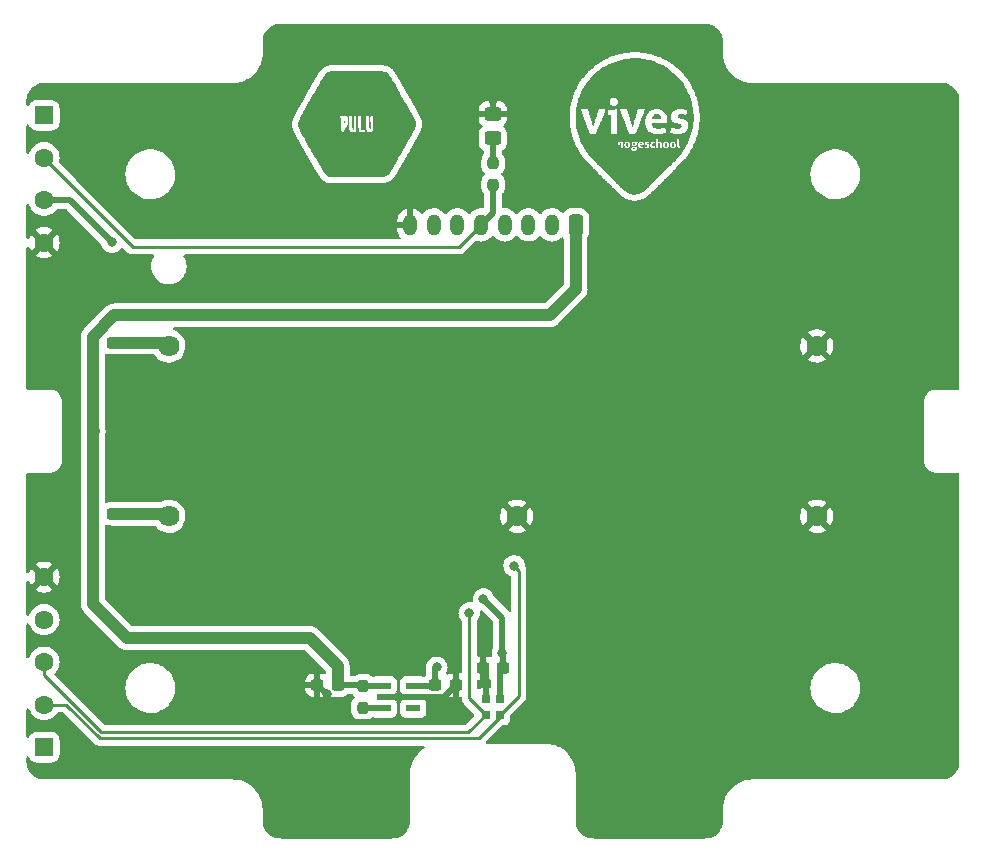
<source format=gbr>
%TF.GenerationSoftware,KiCad,Pcbnew,(5.99.0-12717-g57c7d663b0)*%
%TF.CreationDate,2021-10-22T11:27:58+02:00*%
%TF.ProjectId,Main_PCB,4d61696e-5f50-4434-922e-6b696361645f,rev?*%
%TF.SameCoordinates,Original*%
%TF.FileFunction,Copper,L1,Top*%
%TF.FilePolarity,Positive*%
%FSLAX46Y46*%
G04 Gerber Fmt 4.6, Leading zero omitted, Abs format (unit mm)*
G04 Created by KiCad (PCBNEW (5.99.0-12717-g57c7d663b0)) date 2021-10-22 11:27:58*
%MOMM*%
%LPD*%
G01*
G04 APERTURE LIST*
G04 Aperture macros list*
%AMRoundRect*
0 Rectangle with rounded corners*
0 $1 Rounding radius*
0 $2 $3 $4 $5 $6 $7 $8 $9 X,Y pos of 4 corners*
0 Add a 4 corners polygon primitive as box body*
4,1,4,$2,$3,$4,$5,$6,$7,$8,$9,$2,$3,0*
0 Add four circle primitives for the rounded corners*
1,1,$1+$1,$2,$3*
1,1,$1+$1,$4,$5*
1,1,$1+$1,$6,$7*
1,1,$1+$1,$8,$9*
0 Add four rect primitives between the rounded corners*
20,1,$1+$1,$2,$3,$4,$5,0*
20,1,$1+$1,$4,$5,$6,$7,0*
20,1,$1+$1,$6,$7,$8,$9,0*
20,1,$1+$1,$8,$9,$2,$3,0*%
G04 Aperture macros list end*
%TA.AperFunction,SMDPad,CuDef*%
%ADD10RoundRect,0.237500X-0.300000X-0.237500X0.300000X-0.237500X0.300000X0.237500X-0.300000X0.237500X0*%
%TD*%
%TA.AperFunction,SMDPad,CuDef*%
%ADD11RoundRect,0.237500X-0.287500X-0.237500X0.287500X-0.237500X0.287500X0.237500X-0.287500X0.237500X0*%
%TD*%
%TA.AperFunction,SMDPad,CuDef*%
%ADD12RoundRect,0.237500X-0.237500X0.250000X-0.237500X-0.250000X0.237500X-0.250000X0.237500X0.250000X0*%
%TD*%
%TA.AperFunction,ComponentPad*%
%ADD13C,1.785000*%
%TD*%
%TA.AperFunction,SMDPad,CuDef*%
%ADD14RoundRect,0.237500X0.300000X0.237500X-0.300000X0.237500X-0.300000X-0.237500X0.300000X-0.237500X0*%
%TD*%
%TA.AperFunction,SMDPad,CuDef*%
%ADD15R,0.700000X0.750000*%
%TD*%
%TA.AperFunction,SMDPad,CuDef*%
%ADD16R,1.200000X0.600000*%
%TD*%
%TA.AperFunction,SMDPad,CuDef*%
%ADD17RoundRect,0.250000X-0.450000X0.325000X-0.450000X-0.325000X0.450000X-0.325000X0.450000X0.325000X0*%
%TD*%
%TA.AperFunction,ComponentPad*%
%ADD18RoundRect,0.250000X0.350000X0.650000X-0.350000X0.650000X-0.350000X-0.650000X0.350000X-0.650000X0*%
%TD*%
%TA.AperFunction,ComponentPad*%
%ADD19O,1.200000X1.800000*%
%TD*%
%TA.AperFunction,ComponentPad*%
%ADD20RoundRect,0.250000X-0.550000X0.550000X-0.550000X-0.550000X0.550000X-0.550000X0.550000X0.550000X0*%
%TD*%
%TA.AperFunction,ComponentPad*%
%ADD21C,1.600000*%
%TD*%
%TA.AperFunction,ComponentPad*%
%ADD22RoundRect,0.250000X0.550000X-0.550000X0.550000X0.550000X-0.550000X0.550000X-0.550000X-0.550000X0*%
%TD*%
%TA.AperFunction,ViaPad*%
%ADD23C,0.800000*%
%TD*%
%TA.AperFunction,Conductor*%
%ADD24C,0.500000*%
%TD*%
%TA.AperFunction,Conductor*%
%ADD25C,0.250000*%
%TD*%
%TA.AperFunction,Conductor*%
%ADD26C,1.000000*%
%TD*%
G04 APERTURE END LIST*
%TO.C,G\u002A\u002A\u002A*%
G36*
X219494926Y-73586431D02*
G01*
X219516777Y-73607402D01*
X219529044Y-73638572D01*
X219529864Y-73678137D01*
X219529744Y-73679057D01*
X219518503Y-73713341D01*
X219497177Y-73736871D01*
X219468607Y-73748104D01*
X219435636Y-73745494D01*
X219419417Y-73739040D01*
X219401757Y-73722726D01*
X219387737Y-73695704D01*
X219387432Y-73694838D01*
X219380494Y-73670539D01*
X219380481Y-73651034D01*
X219387394Y-73626667D01*
X219387432Y-73626558D01*
X219397854Y-73603172D01*
X219411897Y-73589838D01*
X219429914Y-73582306D01*
X219465350Y-73577464D01*
X219494926Y-73586431D01*
G37*
G36*
X222180802Y-73601391D02*
G01*
X222207212Y-73617707D01*
X222226613Y-73646915D01*
X222236783Y-73674997D01*
X222244220Y-73714801D01*
X222246102Y-73759419D01*
X222242685Y-73802950D01*
X222234227Y-73839494D01*
X222229105Y-73851587D01*
X222204898Y-73884043D01*
X222174046Y-73903188D01*
X222139026Y-73908056D01*
X222106248Y-73899546D01*
X222080513Y-73879213D01*
X222061874Y-73845063D01*
X222050701Y-73797928D01*
X222048007Y-73769343D01*
X222049118Y-73710691D01*
X222059280Y-73663340D01*
X222078079Y-73628028D01*
X222105100Y-73605490D01*
X222139928Y-73596463D01*
X222145470Y-73596319D01*
X222180802Y-73601391D01*
G37*
G36*
X222763104Y-73598522D02*
G01*
X222781840Y-73607422D01*
X222796415Y-73621072D01*
X222814107Y-73645677D01*
X222825227Y-73676236D01*
X222830659Y-73716185D01*
X222831498Y-73757487D01*
X222826624Y-73813958D01*
X222813517Y-73856719D01*
X222793628Y-73884583D01*
X222765028Y-73901148D01*
X222730393Y-73906658D01*
X222696241Y-73900169D01*
X222693653Y-73899072D01*
X222669240Y-73882001D01*
X222652043Y-73854786D01*
X222641264Y-73815623D01*
X222636441Y-73769575D01*
X222637087Y-73708666D01*
X222646454Y-73661157D01*
X222664682Y-73626802D01*
X222691915Y-73605357D01*
X222728293Y-73596577D01*
X222736853Y-73596319D01*
X222763104Y-73598522D01*
G37*
G36*
X220055044Y-73592074D02*
G01*
X220080490Y-73604315D01*
X220104153Y-73626592D01*
X220121639Y-73653625D01*
X220128553Y-73680135D01*
X220128554Y-73680403D01*
X220126449Y-73685791D01*
X220118456Y-73689421D01*
X220102058Y-73691619D01*
X220074737Y-73692710D01*
X220033978Y-73693019D01*
X220030980Y-73693020D01*
X219933405Y-73693020D01*
X219938844Y-73671351D01*
X219954763Y-73635863D01*
X219980638Y-73609079D01*
X220013062Y-73593323D01*
X220048627Y-73590921D01*
X220055044Y-73592074D01*
G37*
G36*
X215114212Y-73825373D02*
G01*
X214986206Y-73575708D01*
X214872925Y-73319586D01*
X214855926Y-73274291D01*
X214774433Y-73057142D01*
X214690794Y-72788514D01*
X214622070Y-72513836D01*
X214568324Y-72233247D01*
X214553072Y-72133724D01*
X214541398Y-72049205D01*
X214531860Y-71972096D01*
X214524263Y-71899293D01*
X214518408Y-71827693D01*
X214514099Y-71754191D01*
X214511139Y-71675685D01*
X214509331Y-71589069D01*
X214508478Y-71491240D01*
X214508344Y-71428616D01*
X214508635Y-71325016D01*
X214509721Y-71234322D01*
X214511813Y-71153337D01*
X214515122Y-71078861D01*
X214519860Y-71007696D01*
X214526236Y-70936642D01*
X214534463Y-70862501D01*
X214544752Y-70782073D01*
X214546177Y-70771859D01*
X214940282Y-70771859D01*
X215298382Y-71726776D01*
X215343339Y-71846655D01*
X215386989Y-71963035D01*
X215428967Y-72074947D01*
X215468912Y-72181426D01*
X215506460Y-72281505D01*
X215541248Y-72374217D01*
X215572914Y-72458594D01*
X215601095Y-72533671D01*
X215625428Y-72598480D01*
X215645550Y-72652055D01*
X215661098Y-72693428D01*
X215671710Y-72721633D01*
X215676993Y-72735626D01*
X215697503Y-72789558D01*
X215739282Y-72797886D01*
X215773574Y-72803730D01*
X215809845Y-72808471D01*
X215821352Y-72809592D01*
X215845258Y-72810620D01*
X215881802Y-72810991D01*
X215927701Y-72810780D01*
X215979673Y-72810066D01*
X216034436Y-72808924D01*
X216088708Y-72807431D01*
X216139207Y-72805664D01*
X216182651Y-72803700D01*
X216215758Y-72801615D01*
X216232001Y-72799995D01*
X216271964Y-72794511D01*
X216656186Y-71783185D01*
X216702578Y-71661024D01*
X216747343Y-71543054D01*
X216790150Y-71430148D01*
X216830670Y-71323178D01*
X216868575Y-71223017D01*
X216903534Y-71130538D01*
X216935218Y-71046612D01*
X216963298Y-70972113D01*
X216969042Y-70956842D01*
X217214129Y-70956842D01*
X217214459Y-71009674D01*
X217216000Y-71061369D01*
X217218696Y-71107853D01*
X217222490Y-71145048D01*
X217225605Y-71162690D01*
X217232213Y-71190894D01*
X217362839Y-71193109D01*
X217493465Y-71195323D01*
X217493465Y-71993155D01*
X217493503Y-72129361D01*
X217493625Y-72250241D01*
X217493840Y-72356586D01*
X217494157Y-72449186D01*
X217494588Y-72528833D01*
X217495142Y-72596317D01*
X217495829Y-72652429D01*
X217496659Y-72697959D01*
X217497642Y-72733699D01*
X217498787Y-72760440D01*
X217500105Y-72778971D01*
X217501606Y-72790084D01*
X217503300Y-72794569D01*
X217503538Y-72794708D01*
X217524525Y-72799312D01*
X217558851Y-72803207D01*
X217603751Y-72806361D01*
X217656460Y-72808742D01*
X217714216Y-72810315D01*
X217774252Y-72811050D01*
X217833806Y-72810913D01*
X217890112Y-72809871D01*
X217940407Y-72807892D01*
X217981927Y-72804943D01*
X218011906Y-72800992D01*
X218013230Y-72800731D01*
X218045464Y-72794238D01*
X218047509Y-71780960D01*
X218049550Y-70770020D01*
X218270251Y-70770020D01*
X218272750Y-70777696D01*
X218280585Y-70799584D01*
X218293429Y-70834807D01*
X218310957Y-70882487D01*
X218332842Y-70941747D01*
X218358760Y-71011710D01*
X218388383Y-71091497D01*
X218421387Y-71180233D01*
X218457445Y-71277038D01*
X218496230Y-71381036D01*
X218537419Y-71491350D01*
X218580683Y-71607102D01*
X218625699Y-71727414D01*
X218644699Y-71778159D01*
X218699160Y-71923377D01*
X218750255Y-72059199D01*
X218797790Y-72185122D01*
X218841571Y-72300643D01*
X218881405Y-72405259D01*
X218917097Y-72498465D01*
X218948455Y-72579759D01*
X218975284Y-72648637D01*
X218997391Y-72704596D01*
X219014582Y-72747132D01*
X219026664Y-72775743D01*
X219033442Y-72789925D01*
X219034586Y-72791425D01*
X219052198Y-72796643D01*
X219083392Y-72801096D01*
X219125646Y-72804743D01*
X219176442Y-72807543D01*
X219233259Y-72809455D01*
X219293577Y-72810438D01*
X219354877Y-72810450D01*
X219414639Y-72809450D01*
X219470343Y-72807398D01*
X219519469Y-72804252D01*
X219559324Y-72799995D01*
X219598502Y-72794511D01*
X219919968Y-71948382D01*
X219969216Y-71818756D01*
X220406843Y-71818756D01*
X220408666Y-71892508D01*
X220412736Y-71960584D01*
X220419051Y-72018655D01*
X220422008Y-72037024D01*
X220445629Y-72148006D01*
X220474597Y-72245886D01*
X220510101Y-72333135D01*
X220553335Y-72412224D01*
X220605490Y-72485621D01*
X220667757Y-72555799D01*
X220676523Y-72564680D01*
X220758759Y-72637917D01*
X220847548Y-72698872D01*
X220944357Y-72748225D01*
X221050649Y-72786658D01*
X221167890Y-72814851D01*
X221240610Y-72826658D01*
X221292408Y-72831921D01*
X221356086Y-72835494D01*
X221427494Y-72837377D01*
X221502483Y-72837568D01*
X221576905Y-72836068D01*
X221646610Y-72832875D01*
X221707449Y-72827991D01*
X221719015Y-72826714D01*
X221841931Y-72809218D01*
X221953555Y-72786550D01*
X222058129Y-72757828D01*
X222072302Y-72753321D01*
X222107711Y-72741988D01*
X222132779Y-72732639D01*
X222133641Y-72732093D01*
X222527752Y-72732093D01*
X222575187Y-72749850D01*
X222624010Y-72766178D01*
X222683438Y-72783044D01*
X222748065Y-72799131D01*
X222812487Y-72813121D01*
X222871298Y-72823696D01*
X222887854Y-72826116D01*
X222942294Y-72831716D01*
X223007274Y-72835523D01*
X223078509Y-72837536D01*
X223151718Y-72837751D01*
X223222616Y-72836167D01*
X223286921Y-72832782D01*
X223340350Y-72827594D01*
X223349347Y-72826341D01*
X223469484Y-72802241D01*
X223579977Y-72767326D01*
X223680191Y-72722102D01*
X223769489Y-72667076D01*
X223847236Y-72602757D01*
X223912795Y-72529650D01*
X223965530Y-72448263D01*
X224004806Y-72359103D01*
X224024996Y-72287670D01*
X224031069Y-72255654D01*
X224034690Y-72223622D01*
X224036100Y-72187072D01*
X224035539Y-72141504D01*
X224034454Y-72110385D01*
X224030865Y-72047203D01*
X224025110Y-71995764D01*
X224016227Y-71951739D01*
X224003254Y-71910801D01*
X223985232Y-71868619D01*
X223977017Y-71851681D01*
X223934362Y-71782024D01*
X223879855Y-71721789D01*
X223816173Y-71672013D01*
X223784883Y-71652144D01*
X223752646Y-71634169D01*
X223717176Y-71617168D01*
X223676184Y-71600221D01*
X223627385Y-71582409D01*
X223568490Y-71562813D01*
X223497212Y-71540513D01*
X223463724Y-71530329D01*
X223385266Y-71506137D01*
X223320946Y-71485052D01*
X223269255Y-71466311D01*
X223228686Y-71449146D01*
X223197732Y-71432794D01*
X223174886Y-71416488D01*
X223158640Y-71399464D01*
X223147486Y-71380957D01*
X223142001Y-71367012D01*
X223135918Y-71333756D01*
X223136279Y-71295917D01*
X223142442Y-71259866D01*
X223153767Y-71231971D01*
X223155905Y-71228837D01*
X223186388Y-71196959D01*
X223225538Y-71172994D01*
X223274919Y-71156429D01*
X223336091Y-71146754D01*
X223410618Y-71143454D01*
X223416371Y-71143449D01*
X223492379Y-71145996D01*
X223563973Y-71154002D01*
X223636313Y-71168379D01*
X223714560Y-71190040D01*
X223756699Y-71203614D01*
X223793213Y-71215699D01*
X223823960Y-71225650D01*
X223845842Y-71232481D01*
X223855760Y-71235204D01*
X223855920Y-71235215D01*
X223863883Y-71227823D01*
X223874864Y-71207360D01*
X223887986Y-71176392D01*
X223902375Y-71137488D01*
X223917157Y-71093215D01*
X223931455Y-71046141D01*
X223944395Y-70998835D01*
X223955101Y-70953863D01*
X223959894Y-70930122D01*
X223967571Y-70888515D01*
X223971486Y-70859733D01*
X223970283Y-70840666D01*
X223962606Y-70828201D01*
X223947097Y-70819229D01*
X223922400Y-70810637D01*
X223905457Y-70805280D01*
X223803107Y-70775044D01*
X223708438Y-70752566D01*
X223615603Y-70736846D01*
X223518750Y-70726888D01*
X223416371Y-70721815D01*
X223287508Y-70722377D01*
X223170947Y-70732180D01*
X223065556Y-70751562D01*
X222970201Y-70780865D01*
X222883749Y-70820427D01*
X222805066Y-70870590D01*
X222740485Y-70924585D01*
X222680764Y-70990109D01*
X222634381Y-71062367D01*
X222601005Y-71142278D01*
X222580307Y-71230758D01*
X222571958Y-71328726D01*
X222572722Y-71392054D01*
X222576596Y-71453835D01*
X222582715Y-71504060D01*
X222591970Y-71547235D01*
X222605248Y-71587864D01*
X222616965Y-71616188D01*
X222653316Y-71680115D01*
X222703401Y-71738240D01*
X222767556Y-71790796D01*
X222846116Y-71838012D01*
X222939415Y-71880121D01*
X223047790Y-71917353D01*
X223057773Y-71920319D01*
X223145610Y-71946398D01*
X223219282Y-71968997D01*
X223280210Y-71988742D01*
X223329814Y-72006256D01*
X223369516Y-72022163D01*
X223400736Y-72037086D01*
X223424895Y-72051650D01*
X223443414Y-72066478D01*
X223457713Y-72082195D01*
X223469214Y-72099424D01*
X223470399Y-72101491D01*
X223483469Y-72137152D01*
X223488874Y-72180034D01*
X223486254Y-72222992D01*
X223478041Y-72252844D01*
X223461792Y-72278605D01*
X223435345Y-72306919D01*
X223403149Y-72333608D01*
X223369915Y-72354363D01*
X223329774Y-72372083D01*
X223287179Y-72384776D01*
X223238732Y-72393027D01*
X223181037Y-72397426D01*
X223114182Y-72398568D01*
X223034125Y-72396252D01*
X222960483Y-72389110D01*
X222888145Y-72376245D01*
X222811999Y-72356757D01*
X222731545Y-72331315D01*
X222695882Y-72319386D01*
X222666407Y-72309800D01*
X222646098Y-72303505D01*
X222637931Y-72301450D01*
X222637897Y-72301471D01*
X222634685Y-72309104D01*
X222626948Y-72328431D01*
X222616010Y-72356131D01*
X222608426Y-72375476D01*
X222587040Y-72435725D01*
X222567439Y-72501322D01*
X222550917Y-72567155D01*
X222538769Y-72628113D01*
X222532639Y-72674660D01*
X222527752Y-72732093D01*
X222133641Y-72732093D01*
X222148866Y-72722450D01*
X222157332Y-72708599D01*
X222159537Y-72688263D01*
X222156839Y-72658621D01*
X222150598Y-72616850D01*
X222147561Y-72597081D01*
X222121032Y-72474040D01*
X222081019Y-72359359D01*
X222067230Y-72327028D01*
X222056491Y-72307447D01*
X222045520Y-72298546D01*
X222031035Y-72298253D01*
X222009754Y-72304499D01*
X221999624Y-72308010D01*
X221934966Y-72328016D01*
X221860168Y-72347046D01*
X221781203Y-72363707D01*
X221707995Y-72376038D01*
X221655133Y-72381768D01*
X221594647Y-72385155D01*
X221530310Y-72386278D01*
X221465893Y-72385217D01*
X221405167Y-72382051D01*
X221351903Y-72376858D01*
X221309874Y-72369718D01*
X221301047Y-72367496D01*
X221225487Y-72340636D01*
X221156492Y-72304388D01*
X221096475Y-72260479D01*
X221047851Y-72210635D01*
X221016957Y-72164282D01*
X220991358Y-72104470D01*
X220971325Y-72032934D01*
X220962569Y-71986659D01*
X220957150Y-71952411D01*
X221606014Y-71952411D01*
X221723645Y-71952395D01*
X221826198Y-71952334D01*
X221914710Y-71952205D01*
X221990219Y-71951986D01*
X222053765Y-71951654D01*
X222106385Y-71951186D01*
X222149118Y-71950561D01*
X222183000Y-71949755D01*
X222209072Y-71948748D01*
X222228371Y-71947515D01*
X222241934Y-71946035D01*
X222250801Y-71944285D01*
X222256009Y-71942243D01*
X222258597Y-71939886D01*
X222259325Y-71938309D01*
X222261398Y-71925494D01*
X222264068Y-71899879D01*
X222267039Y-71864757D01*
X222270018Y-71823420D01*
X222271079Y-71806957D01*
X222274347Y-71659685D01*
X222265134Y-71522539D01*
X222243406Y-71395404D01*
X222209126Y-71278165D01*
X222162259Y-71170709D01*
X222102770Y-71072921D01*
X222030624Y-70984685D01*
X222011126Y-70964622D01*
X221925733Y-70889535D01*
X221834027Y-70828513D01*
X221734115Y-70780473D01*
X221629070Y-70745654D01*
X221601464Y-70738505D01*
X221577069Y-70733176D01*
X221552763Y-70729400D01*
X221525427Y-70726909D01*
X221491940Y-70725438D01*
X221449184Y-70724717D01*
X221394037Y-70724481D01*
X221381631Y-70724469D01*
X221321029Y-70724653D01*
X221273384Y-70725447D01*
X221235543Y-70727070D01*
X221204351Y-70729743D01*
X221176654Y-70733685D01*
X221149296Y-70739118D01*
X221139401Y-70741369D01*
X221021949Y-70776263D01*
X220911911Y-70824763D01*
X220865504Y-70850478D01*
X220815298Y-70884437D01*
X220760781Y-70928698D01*
X220705718Y-70979619D01*
X220653874Y-71033555D01*
X220609014Y-71086862D01*
X220581506Y-71125332D01*
X220524646Y-71226897D01*
X220477580Y-71340513D01*
X220440695Y-71465145D01*
X220422008Y-71553521D01*
X220414848Y-71606709D01*
X220409934Y-71671529D01*
X220407265Y-71743653D01*
X220406843Y-71818756D01*
X219969216Y-71818756D01*
X219978995Y-71793018D01*
X220032561Y-71652021D01*
X220080928Y-71524691D01*
X220124357Y-71410327D01*
X220163111Y-71308230D01*
X220197451Y-71217700D01*
X220227639Y-71138036D01*
X220253936Y-71068540D01*
X220276605Y-71008510D01*
X220295906Y-70957246D01*
X220312102Y-70914050D01*
X220325454Y-70878221D01*
X220336224Y-70849058D01*
X220344674Y-70825862D01*
X220351066Y-70807933D01*
X220355660Y-70794571D01*
X220358720Y-70785076D01*
X220360506Y-70778748D01*
X220361280Y-70774887D01*
X220361304Y-70772792D01*
X220360840Y-70771765D01*
X220360150Y-70771105D01*
X220360137Y-70771093D01*
X220350566Y-70767898D01*
X220328814Y-70763261D01*
X220298664Y-70757939D01*
X220280243Y-70755051D01*
X220234960Y-70750080D01*
X220177742Y-70746579D01*
X220112708Y-70744565D01*
X220043974Y-70744060D01*
X219975658Y-70745084D01*
X219911877Y-70747656D01*
X219856749Y-70751796D01*
X219846070Y-70752933D01*
X219808243Y-70757639D01*
X219783384Y-70762049D01*
X219768394Y-70767077D01*
X219760169Y-70773635D01*
X219756993Y-70779123D01*
X219753714Y-70789192D01*
X219746314Y-70813637D01*
X219735118Y-70851344D01*
X219720449Y-70901196D01*
X219702635Y-70962078D01*
X219681998Y-71032876D01*
X219658865Y-71112475D01*
X219633560Y-71199759D01*
X219606409Y-71293613D01*
X219577736Y-71392922D01*
X219547866Y-71496571D01*
X219544230Y-71509200D01*
X219514267Y-71613215D01*
X219485489Y-71712969D01*
X219458218Y-71807354D01*
X219432776Y-71895260D01*
X219409486Y-71975579D01*
X219388671Y-72047201D01*
X219370652Y-72109016D01*
X219355752Y-72159916D01*
X219344294Y-72198792D01*
X219336600Y-72224534D01*
X219332992Y-72236033D01*
X219332844Y-72236413D01*
X219329465Y-72231452D01*
X219321763Y-72211075D01*
X219309770Y-72175383D01*
X219293517Y-72124476D01*
X219273034Y-72058457D01*
X219248353Y-71977426D01*
X219219505Y-71881485D01*
X219186521Y-71770735D01*
X219149432Y-71645277D01*
X219108922Y-71507439D01*
X218891098Y-70764419D01*
X218859112Y-70756338D01*
X218839635Y-70753613D01*
X218806700Y-70751430D01*
X218762956Y-70749781D01*
X218711051Y-70748660D01*
X218653636Y-70748059D01*
X218593359Y-70747970D01*
X218532869Y-70748388D01*
X218474815Y-70749305D01*
X218421847Y-70750714D01*
X218376614Y-70752608D01*
X218341765Y-70754979D01*
X218320151Y-70757778D01*
X218294614Y-70763403D01*
X218276452Y-70767915D01*
X218270251Y-70770020D01*
X218049550Y-70770020D01*
X218049555Y-70767682D01*
X217640561Y-70769770D01*
X217231568Y-70771859D01*
X217220980Y-70832297D01*
X217217332Y-70864078D01*
X217215068Y-70906952D01*
X217214129Y-70956842D01*
X216969042Y-70956842D01*
X216987446Y-70907913D01*
X217007331Y-70854883D01*
X217022624Y-70813898D01*
X217032996Y-70785829D01*
X217038119Y-70771548D01*
X217038621Y-70769850D01*
X217030422Y-70767883D01*
X217009749Y-70764187D01*
X216980075Y-70759360D01*
X216956917Y-70755795D01*
X216910634Y-70750321D01*
X216857286Y-70746505D01*
X216799135Y-70744264D01*
X216738440Y-70743516D01*
X216677462Y-70744176D01*
X216618462Y-70746164D01*
X216563699Y-70749395D01*
X216515436Y-70753788D01*
X216475931Y-70759259D01*
X216447446Y-70765726D01*
X216432242Y-70773106D01*
X216430796Y-70775051D01*
X216427701Y-70784513D01*
X216420486Y-70808373D01*
X216409471Y-70845535D01*
X216394974Y-70894902D01*
X216377313Y-70955379D01*
X216356808Y-71025870D01*
X216333777Y-71105278D01*
X216308538Y-71192509D01*
X216281411Y-71286464D01*
X216252714Y-71386050D01*
X216222766Y-71490170D01*
X216215581Y-71515178D01*
X216185463Y-71619874D01*
X216156557Y-71720057D01*
X216129175Y-71814656D01*
X216103633Y-71902601D01*
X216080245Y-71982821D01*
X216059323Y-72054244D01*
X216041183Y-72115800D01*
X216026137Y-72166418D01*
X216014500Y-72205028D01*
X216006585Y-72230557D01*
X216002707Y-72241937D01*
X216002401Y-72242446D01*
X215999570Y-72234897D01*
X215992538Y-72212940D01*
X215981623Y-72177637D01*
X215967142Y-72130050D01*
X215949415Y-72071240D01*
X215928758Y-72002270D01*
X215905490Y-71924201D01*
X215879927Y-71838096D01*
X215852389Y-71745018D01*
X215823192Y-71646026D01*
X215792655Y-71542185D01*
X215782382Y-71507186D01*
X215751435Y-71401839D01*
X215721700Y-71300892D01*
X215693498Y-71205417D01*
X215667150Y-71116488D01*
X215642975Y-71035177D01*
X215621295Y-70962557D01*
X215602430Y-70899700D01*
X215586701Y-70847680D01*
X215574427Y-70807569D01*
X215565930Y-70780441D01*
X215561530Y-70767367D01*
X215561041Y-70766327D01*
X215547385Y-70760812D01*
X215519962Y-70756092D01*
X215481105Y-70752188D01*
X215433144Y-70749122D01*
X215378413Y-70746914D01*
X215319241Y-70745585D01*
X215257962Y-70745156D01*
X215196906Y-70745648D01*
X215138405Y-70747083D01*
X215084792Y-70749480D01*
X215038397Y-70752862D01*
X215001552Y-70757248D01*
X214981927Y-70761122D01*
X214940282Y-70771859D01*
X214546177Y-70771859D01*
X214556645Y-70696814D01*
X214603882Y-70424029D01*
X214666722Y-70154077D01*
X214682363Y-70100717D01*
X217373299Y-70100717D01*
X217379450Y-70169321D01*
X217399005Y-70235748D01*
X217431972Y-70297793D01*
X217478354Y-70353247D01*
X217481357Y-70356121D01*
X217528222Y-70393755D01*
X217579808Y-70423889D01*
X217630463Y-70443290D01*
X217636468Y-70444804D01*
X217687515Y-70451853D01*
X217745137Y-70451910D01*
X217801534Y-70445269D01*
X217834327Y-70437350D01*
X217896336Y-70410280D01*
X217953078Y-70370285D01*
X218001785Y-70320145D01*
X218039692Y-70262640D01*
X218061689Y-70208921D01*
X218069458Y-70168961D01*
X218072990Y-70120115D01*
X218072283Y-70069048D01*
X218067338Y-70022424D01*
X218061689Y-69997106D01*
X218038177Y-69941338D01*
X218002711Y-69887213D01*
X217959046Y-69839987D01*
X217936017Y-69821122D01*
X217872355Y-69783757D01*
X217804113Y-69760820D01*
X217733555Y-69752175D01*
X217662942Y-69757684D01*
X217594537Y-69777209D01*
X217530602Y-69810612D01*
X217482637Y-69848696D01*
X217435222Y-69903928D01*
X217401191Y-69965814D01*
X217380548Y-70032146D01*
X217373299Y-70100717D01*
X214682363Y-70100717D01*
X214744776Y-69887795D01*
X214837654Y-69626024D01*
X214944965Y-69369600D01*
X215066321Y-69119363D01*
X215201331Y-68876152D01*
X215349605Y-68640805D01*
X215510754Y-68414162D01*
X215684388Y-68197060D01*
X215757679Y-68112595D01*
X215952986Y-67904656D01*
X216158107Y-67709352D01*
X216372556Y-67526921D01*
X216595849Y-67357600D01*
X216827502Y-67201626D01*
X217067030Y-67059237D01*
X217313949Y-66930670D01*
X217567773Y-66816162D01*
X217828019Y-66715952D01*
X218094202Y-66630275D01*
X218365837Y-66559371D01*
X218642440Y-66503475D01*
X218923527Y-66462826D01*
X219171579Y-66440032D01*
X219221607Y-66437489D01*
X219283783Y-66435664D01*
X219355372Y-66434527D01*
X219433637Y-66434051D01*
X219515841Y-66434208D01*
X219599250Y-66434969D01*
X219681126Y-66436307D01*
X219758734Y-66438193D01*
X219829336Y-66440598D01*
X219890197Y-66443496D01*
X219938581Y-66446858D01*
X219951269Y-66448056D01*
X220169995Y-66474177D01*
X220376708Y-66506327D01*
X220574567Y-66545095D01*
X220766731Y-66591067D01*
X220865895Y-66618140D01*
X221136443Y-66703043D01*
X221398640Y-66801472D01*
X221652973Y-66913691D01*
X221899935Y-67039964D01*
X222140014Y-67180555D01*
X222373700Y-67335727D01*
X222601484Y-67505745D01*
X222767672Y-67642245D01*
X222813624Y-67682879D01*
X222867877Y-67733131D01*
X222928015Y-67790578D01*
X222991623Y-67852799D01*
X223056285Y-67917373D01*
X223119588Y-67981878D01*
X223179114Y-68043893D01*
X223232450Y-68100995D01*
X223277180Y-68150765D01*
X223291886Y-68167801D01*
X223473849Y-68393555D01*
X223640918Y-68625408D01*
X223793134Y-68863461D01*
X223930539Y-69107812D01*
X224053175Y-69358562D01*
X224161086Y-69615808D01*
X224254313Y-69879652D01*
X224332898Y-70150192D01*
X224396883Y-70427527D01*
X224446312Y-70711758D01*
X224476531Y-70955106D01*
X224481411Y-71013516D01*
X224485611Y-71084843D01*
X224489080Y-71165900D01*
X224491767Y-71253499D01*
X224493622Y-71344452D01*
X224494594Y-71435573D01*
X224494634Y-71523673D01*
X224493690Y-71605566D01*
X224491713Y-71678064D01*
X224488864Y-71734835D01*
X224462229Y-72021912D01*
X224420831Y-72302683D01*
X224364564Y-72577542D01*
X224293323Y-72846885D01*
X224207001Y-73111107D01*
X224105493Y-73370603D01*
X223988693Y-73625769D01*
X223975337Y-73652728D01*
X223863231Y-73866161D01*
X223745631Y-74067462D01*
X223620531Y-74259518D01*
X223485929Y-74445219D01*
X223339819Y-74627450D01*
X223180199Y-74809100D01*
X223150454Y-74841338D01*
X223133711Y-74858912D01*
X223106110Y-74887307D01*
X223068205Y-74925966D01*
X223020550Y-74974332D01*
X222963699Y-75031848D01*
X222898208Y-75097956D01*
X222824632Y-75172099D01*
X222743524Y-75253720D01*
X222655439Y-75342261D01*
X222560932Y-75437166D01*
X222460558Y-75537876D01*
X222354871Y-75643835D01*
X222244427Y-75754486D01*
X222129778Y-75869270D01*
X222011481Y-75987631D01*
X221890090Y-76109012D01*
X221766159Y-76232855D01*
X221670264Y-76328628D01*
X221520760Y-76477912D01*
X221382201Y-76616258D01*
X221254124Y-76744109D01*
X221136062Y-76861909D01*
X221027549Y-76970101D01*
X220928121Y-77069127D01*
X220837311Y-77159431D01*
X220754654Y-77241456D01*
X220679685Y-77315646D01*
X220611938Y-77382442D01*
X220550947Y-77442289D01*
X220496248Y-77495629D01*
X220447374Y-77542906D01*
X220403860Y-77584562D01*
X220365240Y-77621040D01*
X220331049Y-77652785D01*
X220300822Y-77680239D01*
X220274093Y-77703844D01*
X220250396Y-77724045D01*
X220229265Y-77741283D01*
X220210237Y-77756003D01*
X220192843Y-77768648D01*
X220176621Y-77779659D01*
X220161103Y-77789482D01*
X220145824Y-77798558D01*
X220130319Y-77807331D01*
X220114122Y-77816244D01*
X220098252Y-77824924D01*
X219993921Y-77874933D01*
X219880244Y-77916350D01*
X219762469Y-77947423D01*
X219693401Y-77960160D01*
X219658526Y-77964063D01*
X219612369Y-77967167D01*
X219559114Y-77969396D01*
X219502944Y-77970676D01*
X219448044Y-77970931D01*
X219398596Y-77970085D01*
X219358786Y-77968064D01*
X219342862Y-77966469D01*
X219216401Y-77942848D01*
X219089684Y-77905387D01*
X218966718Y-77855589D01*
X218851508Y-77794955D01*
X218802307Y-77763896D01*
X218769753Y-77740504D01*
X218729968Y-77709453D01*
X218687311Y-77674276D01*
X218646144Y-77638510D01*
X218633597Y-77627150D01*
X218615208Y-77609791D01*
X218586263Y-77581783D01*
X218547387Y-77543750D01*
X218499204Y-77496317D01*
X218442336Y-77440111D01*
X218377407Y-77375757D01*
X218305041Y-77303880D01*
X218225862Y-77225107D01*
X218140492Y-77140062D01*
X218049557Y-77049372D01*
X217953679Y-76953661D01*
X217853482Y-76853556D01*
X217749589Y-76749682D01*
X217642625Y-76642665D01*
X217533212Y-76533129D01*
X217421975Y-76421702D01*
X217309537Y-76309008D01*
X217196521Y-76195673D01*
X217083552Y-76082322D01*
X216971253Y-75969582D01*
X216860247Y-75858077D01*
X216751158Y-75748434D01*
X216644610Y-75641277D01*
X216541226Y-75537233D01*
X216441630Y-75436927D01*
X216346445Y-75340984D01*
X216256296Y-75250031D01*
X216171806Y-75164693D01*
X216093597Y-75085595D01*
X216022295Y-75013362D01*
X215958522Y-74948622D01*
X215902903Y-74891998D01*
X215856060Y-74844118D01*
X215818618Y-74805605D01*
X215791200Y-74777086D01*
X215774429Y-74759187D01*
X215772221Y-74756726D01*
X215585947Y-74534256D01*
X215414146Y-74304783D01*
X215282202Y-74106498D01*
X219214422Y-74106498D01*
X219216074Y-74152310D01*
X219230225Y-74192726D01*
X219248766Y-74214320D01*
X219279406Y-74233946D01*
X219318129Y-74249423D01*
X219347831Y-74256609D01*
X219389704Y-74260896D01*
X219440037Y-74261318D01*
X219492357Y-74258210D01*
X219540193Y-74251907D01*
X219569713Y-74245142D01*
X219624852Y-74222415D01*
X219669358Y-74190998D01*
X219701849Y-74152436D01*
X219720938Y-74108276D01*
X219725635Y-74071021D01*
X219720628Y-74023791D01*
X219704862Y-73986165D01*
X219690850Y-73967981D01*
X219673769Y-73952195D01*
X219653752Y-73940358D01*
X219628108Y-73931794D01*
X219594149Y-73925824D01*
X219549186Y-73921771D01*
X219497334Y-73919211D01*
X219450127Y-73917174D01*
X219416451Y-73915012D01*
X219393722Y-73912341D01*
X219379354Y-73908773D01*
X219370766Y-73903924D01*
X219366936Y-73899736D01*
X219360270Y-73878086D01*
X219362436Y-73867503D01*
X219366528Y-73859780D01*
X219374059Y-73854495D01*
X219388042Y-73850957D01*
X219411493Y-73848473D01*
X219447424Y-73846352D01*
X219456571Y-73845901D01*
X219501351Y-73842960D01*
X219533953Y-73838737D01*
X219558306Y-73832533D01*
X219576661Y-73824550D01*
X219622757Y-73792507D01*
X219642286Y-73768268D01*
X219785423Y-73768268D01*
X219793556Y-73832869D01*
X219813489Y-73890889D01*
X219844434Y-73940414D01*
X219885605Y-73979525D01*
X219911682Y-73995573D01*
X219951643Y-74010077D01*
X220002539Y-74019257D01*
X220060010Y-74022872D01*
X220119698Y-74020681D01*
X220177242Y-74012444D01*
X220185386Y-74010680D01*
X220214559Y-74003604D01*
X220231332Y-73997570D01*
X220239110Y-73990462D01*
X220241296Y-73980162D01*
X220241371Y-73975874D01*
X220354188Y-73975874D01*
X220356726Y-73989641D01*
X220366264Y-73999876D01*
X220385684Y-74008350D01*
X220417871Y-74016832D01*
X220422684Y-74017924D01*
X220450404Y-74021378D01*
X220487909Y-74022505D01*
X220529255Y-74021499D01*
X220568498Y-74018556D01*
X220599693Y-74013870D01*
X220607530Y-74011879D01*
X220661009Y-73989115D01*
X220701571Y-73957139D01*
X220728842Y-73916418D01*
X220742446Y-73867421D01*
X220744012Y-73841646D01*
X220739242Y-73795661D01*
X220725495Y-73762067D01*
X220821289Y-73762067D01*
X220824494Y-73814459D01*
X220833161Y-73854992D01*
X220859541Y-73913903D01*
X220896076Y-73960310D01*
X220942818Y-73994269D01*
X220984138Y-74011454D01*
X221015443Y-74017674D01*
X221056868Y-74021126D01*
X221102650Y-74021778D01*
X221147023Y-74019596D01*
X221178254Y-74015355D01*
X221329091Y-74015355D01*
X221472894Y-74015355D01*
X221475613Y-73848144D01*
X221476688Y-73790902D01*
X221477950Y-73747414D01*
X221479623Y-73715320D01*
X221481929Y-73692256D01*
X221485091Y-73675861D01*
X221489332Y-73663773D01*
X221493798Y-73655374D01*
X221519054Y-73626443D01*
X221551352Y-73611944D01*
X221574904Y-73610038D01*
X221594813Y-73611840D01*
X221610489Y-73617129D01*
X221622429Y-73627612D01*
X221631130Y-73644998D01*
X221637088Y-73670994D01*
X221640801Y-73707311D01*
X221642767Y-73755655D01*
X221643481Y-73817735D01*
X221643528Y-73845870D01*
X221643528Y-74015355D01*
X221796637Y-74015355D01*
X221796637Y-73823417D01*
X221796438Y-73770670D01*
X221895079Y-73770670D01*
X221895230Y-73773476D01*
X221905413Y-73843747D01*
X221927156Y-73903455D01*
X221960144Y-73952146D01*
X222004065Y-73989366D01*
X222058605Y-74014663D01*
X222062512Y-74015884D01*
X222091430Y-74020866D01*
X222130087Y-74022516D01*
X222172491Y-74021012D01*
X222212651Y-74016535D01*
X222240400Y-74010567D01*
X222271383Y-73998534D01*
X222298940Y-73980168D01*
X222325404Y-73955436D01*
X222355901Y-73919351D01*
X222376898Y-73881725D01*
X222389729Y-73838698D01*
X222395727Y-73786407D01*
X222396583Y-73750241D01*
X222485629Y-73750241D01*
X222485841Y-73790896D01*
X222487043Y-73819900D01*
X222490080Y-73841718D01*
X222495801Y-73860815D01*
X222505050Y-73881657D01*
X222513898Y-73899321D01*
X222547301Y-73949678D01*
X222589511Y-73987893D01*
X222638873Y-74012517D01*
X222645706Y-74014637D01*
X222678412Y-74020314D01*
X222720240Y-74022372D01*
X222764634Y-74020926D01*
X222805038Y-74016090D01*
X222824984Y-74011507D01*
X222870711Y-73990419D01*
X222912442Y-73957240D01*
X222945464Y-73915982D01*
X222953048Y-73902471D01*
X222973619Y-73847428D01*
X222983983Y-73786551D01*
X222984368Y-73735767D01*
X223095200Y-73735767D01*
X223095631Y-73793301D01*
X223096783Y-73839428D01*
X223098817Y-73875719D01*
X223101897Y-73903743D01*
X223106186Y-73925070D01*
X223111845Y-73941269D01*
X223119037Y-73953910D01*
X223127926Y-73964562D01*
X223136545Y-73972869D01*
X223161353Y-73992675D01*
X223186395Y-74005154D01*
X223216259Y-74011639D01*
X223255534Y-74013461D01*
X223275349Y-74013172D01*
X223347875Y-74011326D01*
X223350475Y-73979447D01*
X223350905Y-73950603D01*
X223348464Y-73923118D01*
X223348095Y-73921024D01*
X223343736Y-73904376D01*
X223335580Y-73896710D01*
X223318463Y-73894566D01*
X223308467Y-73894479D01*
X223279552Y-73891010D01*
X223260274Y-73879431D01*
X223258467Y-73877529D01*
X223254450Y-73872239D01*
X223251157Y-73865031D01*
X223248487Y-73854283D01*
X223246340Y-73838373D01*
X223244615Y-73815678D01*
X223243211Y-73784576D01*
X223242028Y-73743444D01*
X223240964Y-73690659D01*
X223239919Y-73624600D01*
X223239087Y-73565267D01*
X223235058Y-73269955D01*
X223098065Y-73269955D01*
X223095847Y-73580203D01*
X223095326Y-73665258D01*
X223095200Y-73735767D01*
X222984368Y-73735767D01*
X222984461Y-73723580D01*
X222975377Y-73662251D01*
X222957053Y-73606306D01*
X222929813Y-73559482D01*
X222922695Y-73550820D01*
X222900733Y-73530492D01*
X222872324Y-73510068D01*
X222857039Y-73501116D01*
X222836636Y-73491177D01*
X222817856Y-73484831D01*
X222796127Y-73481291D01*
X222766875Y-73479769D01*
X222731409Y-73479473D01*
X222690743Y-73479979D01*
X222661891Y-73481928D01*
X222640573Y-73485968D01*
X222622504Y-73492745D01*
X222613479Y-73497293D01*
X222563267Y-73533060D01*
X222523663Y-73580943D01*
X222506443Y-73612387D01*
X222497241Y-73633632D01*
X222491212Y-73653324D01*
X222487703Y-73675795D01*
X222486061Y-73705373D01*
X222485630Y-73746389D01*
X222485629Y-73750241D01*
X222396583Y-73750241D01*
X222396602Y-73749429D01*
X222394048Y-73689751D01*
X222385507Y-73641721D01*
X222369659Y-73601561D01*
X222345183Y-73565492D01*
X222324422Y-73542849D01*
X222285363Y-73510451D01*
X222242707Y-73489363D01*
X222192672Y-73478190D01*
X222141987Y-73475444D01*
X222077237Y-73482306D01*
X222021157Y-73502336D01*
X221974441Y-73534695D01*
X221937781Y-73578545D01*
X221911872Y-73633050D01*
X221897406Y-73697371D01*
X221895079Y-73770670D01*
X221796438Y-73770670D01*
X221796385Y-73756508D01*
X221795554Y-73703596D01*
X221794033Y-73662568D01*
X221791711Y-73631311D01*
X221788476Y-73607712D01*
X221784351Y-73590106D01*
X221764287Y-73543284D01*
X221735252Y-73509170D01*
X221696460Y-73487269D01*
X221647123Y-73477087D01*
X221603968Y-73476771D01*
X221570155Y-73479874D01*
X221545620Y-73485989D01*
X221523550Y-73497231D01*
X221511072Y-73505603D01*
X221474699Y-73531241D01*
X221470273Y-73269955D01*
X221333281Y-73269955D01*
X221329091Y-74015355D01*
X221178254Y-74015355D01*
X221184226Y-74014544D01*
X221192259Y-74012692D01*
X221214296Y-74006217D01*
X221224807Y-73998668D01*
X221227913Y-73985110D01*
X221227901Y-73970023D01*
X221224734Y-73941182D01*
X221217785Y-73914059D01*
X221216576Y-73910937D01*
X221208251Y-73894151D01*
X221198345Y-73888550D01*
X221180351Y-73890991D01*
X221176905Y-73891775D01*
X221152528Y-73895473D01*
X221120486Y-73897910D01*
X221098149Y-73898481D01*
X221053009Y-73893322D01*
X221018692Y-73877323D01*
X220994619Y-73849781D01*
X220980210Y-73809995D01*
X220974884Y-73757264D01*
X220974828Y-73749429D01*
X220979965Y-73694115D01*
X220995114Y-73651404D01*
X221020255Y-73621320D01*
X221055363Y-73603885D01*
X221100418Y-73599124D01*
X221115705Y-73600154D01*
X221154183Y-73604066D01*
X221179682Y-73606006D01*
X221195292Y-73605233D01*
X221204103Y-73601003D01*
X221209206Y-73592575D01*
X221213691Y-73579207D01*
X221214610Y-73576401D01*
X221220995Y-73549401D01*
X221223091Y-73523893D01*
X221222856Y-73519993D01*
X221219421Y-73504337D01*
X221210048Y-73494913D01*
X221190228Y-73487773D01*
X221184201Y-73486165D01*
X221158153Y-73481499D01*
X221123070Y-73477929D01*
X221086030Y-73476152D01*
X221081759Y-73476092D01*
X221013760Y-73481280D01*
X220956261Y-73498508D01*
X220908680Y-73528111D01*
X220870438Y-73570425D01*
X220846980Y-73611900D01*
X220832876Y-73654733D01*
X220824198Y-73706806D01*
X220821289Y-73762067D01*
X220725495Y-73762067D01*
X220724014Y-73758449D01*
X220696953Y-73728459D01*
X220656682Y-73704143D01*
X220604699Y-73684816D01*
X220565175Y-73672091D01*
X220538935Y-73661446D01*
X220523541Y-73651431D01*
X220516553Y-73640594D01*
X220515356Y-73631677D01*
X220522288Y-73610061D01*
X220541825Y-73595917D01*
X220572080Y-73589672D01*
X220611163Y-73591751D01*
X220651887Y-73600958D01*
X220676424Y-73606843D01*
X220694507Y-73608602D01*
X220700600Y-73607002D01*
X220709213Y-73591122D01*
X220717469Y-73566338D01*
X220723312Y-73539774D01*
X220724873Y-73522902D01*
X220722744Y-73507930D01*
X220713548Y-73498519D01*
X220693077Y-73490607D01*
X220690625Y-73489857D01*
X220667738Y-73485407D01*
X220634125Y-73481911D01*
X220595169Y-73479838D01*
X220571764Y-73479473D01*
X220531040Y-73479980D01*
X220501846Y-73481973D01*
X220479616Y-73486158D01*
X220459782Y-73493242D01*
X220448342Y-73498581D01*
X220407799Y-73526717D01*
X220379995Y-73564593D01*
X220365439Y-73611448D01*
X220363961Y-73624106D01*
X220365250Y-73673539D01*
X220378678Y-73713997D01*
X220405081Y-73746555D01*
X220445295Y-73772289D01*
X220493031Y-73790222D01*
X220536850Y-73804129D01*
X220566931Y-73816116D01*
X220585357Y-73827359D01*
X220594206Y-73839035D01*
X220595816Y-73848351D01*
X220591392Y-73871285D01*
X220576041Y-73887520D01*
X220566250Y-73893273D01*
X220543516Y-73899656D01*
X220510908Y-73902157D01*
X220474164Y-73900886D01*
X220439024Y-73895953D01*
X220418655Y-73890450D01*
X220397662Y-73883204D01*
X220384285Y-73878889D01*
X220382137Y-73878363D01*
X220377570Y-73885400D01*
X220371084Y-73903141D01*
X220364128Y-73926527D01*
X220358152Y-73950502D01*
X220354605Y-73970007D01*
X220354188Y-73975874D01*
X220241371Y-73975874D01*
X220241371Y-73975853D01*
X220239308Y-73959331D01*
X220234102Y-73936399D01*
X220227232Y-73912098D01*
X220220176Y-73891470D01*
X220214410Y-73879558D01*
X220212802Y-73878363D01*
X220204097Y-73880231D01*
X220184444Y-73885078D01*
X220163516Y-73890450D01*
X220105277Y-73900805D01*
X220052838Y-73900697D01*
X220007974Y-73890683D01*
X219972456Y-73871320D01*
X219948058Y-73843164D01*
X219938883Y-73819939D01*
X219933405Y-73797779D01*
X220265239Y-73797779D01*
X220270517Y-73776751D01*
X220273453Y-73748485D01*
X220271892Y-73710955D01*
X220266571Y-73670143D01*
X220258229Y-73632027D01*
X220249507Y-73606648D01*
X220219591Y-73555504D01*
X220180512Y-73517370D01*
X220131716Y-73491878D01*
X220072654Y-73478663D01*
X220055008Y-73477160D01*
X219988614Y-73480074D01*
X219930190Y-73496760D01*
X219880511Y-73526572D01*
X219840351Y-73568858D01*
X219810488Y-73622972D01*
X219791696Y-73688263D01*
X219789876Y-73699005D01*
X219785423Y-73768268D01*
X219642286Y-73768268D01*
X219654808Y-73752725D01*
X219672578Y-73705622D01*
X219675831Y-73651616D01*
X219675622Y-73648907D01*
X219671930Y-73604378D01*
X219749810Y-73604378D01*
X219749810Y-73481506D01*
X219706542Y-73485095D01*
X219671791Y-73491374D01*
X219644251Y-73502759D01*
X219640669Y-73505149D01*
X219618064Y-73521615D01*
X219573575Y-73501247D01*
X219517667Y-73482918D01*
X219458425Y-73476198D01*
X219399689Y-73480745D01*
X219345294Y-73496218D01*
X219299079Y-73522276D01*
X219294276Y-73526089D01*
X219261698Y-73562729D01*
X219241330Y-73606730D01*
X219233367Y-73654713D01*
X219238005Y-73703296D01*
X219255439Y-73749099D01*
X219279482Y-73782277D01*
X219298874Y-73803038D01*
X219281766Y-73818521D01*
X219257455Y-73849521D01*
X219244062Y-73886071D01*
X219242134Y-73923819D01*
X219252215Y-73958418D01*
X219262299Y-73973618D01*
X219282466Y-73997585D01*
X219254963Y-74025088D01*
X219227524Y-74063146D01*
X219214422Y-74106498D01*
X215282202Y-74106498D01*
X215256879Y-74068443D01*
X215225720Y-74015355D01*
X218065610Y-74015355D01*
X218217572Y-74015355D01*
X218220160Y-73842668D01*
X218221118Y-73785192D01*
X218222191Y-73741542D01*
X218223608Y-73709429D01*
X218225596Y-73686563D01*
X218228384Y-73670654D01*
X218232200Y-73659414D01*
X218237272Y-73650552D01*
X218239634Y-73647253D01*
X218262535Y-73626398D01*
X218291731Y-73613017D01*
X218321117Y-73609347D01*
X218335156Y-73612281D01*
X218349928Y-73619044D01*
X218361419Y-73628061D01*
X218370074Y-73641315D01*
X218376343Y-73660792D01*
X218380673Y-73688473D01*
X218383512Y-73726344D01*
X218385307Y-73776387D01*
X218386493Y-73839704D01*
X218389071Y-74015355D01*
X218532995Y-74015355D01*
X218532917Y-73807852D01*
X218532845Y-73747765D01*
X218637754Y-73747765D01*
X218643253Y-73822481D01*
X218659697Y-73885438D01*
X218687010Y-73936556D01*
X218725114Y-73975753D01*
X218773932Y-74002949D01*
X218833388Y-74018064D01*
X218899651Y-74021159D01*
X218937748Y-74019131D01*
X218965448Y-74015262D01*
X218988465Y-74008264D01*
X219012510Y-73996848D01*
X219016211Y-73994863D01*
X219062891Y-73962061D01*
X219097865Y-73920062D01*
X219121585Y-73867951D01*
X219134502Y-73804814D01*
X219137373Y-73749429D01*
X219132520Y-73678386D01*
X219117530Y-73619068D01*
X219091765Y-73570176D01*
X219054583Y-73530410D01*
X219016498Y-73504472D01*
X218995412Y-73493168D01*
X218977399Y-73485905D01*
X218957877Y-73481794D01*
X218932268Y-73479949D01*
X218895990Y-73479480D01*
X218887564Y-73479473D01*
X218848778Y-73479779D01*
X218821537Y-73481289D01*
X218801272Y-73484891D01*
X218783414Y-73491473D01*
X218763394Y-73501923D01*
X218758830Y-73504498D01*
X218711776Y-73538303D01*
X218676819Y-73580102D01*
X218653309Y-73631202D01*
X218640595Y-73692910D01*
X218637754Y-73747765D01*
X218532845Y-73747765D01*
X218532841Y-73744461D01*
X218532553Y-73694973D01*
X218531883Y-73657173D01*
X218530659Y-73628848D01*
X218528710Y-73607784D01*
X218525865Y-73591767D01*
X218521954Y-73578583D01*
X218516804Y-73566017D01*
X218513717Y-73559284D01*
X218491695Y-73523359D01*
X218463041Y-73498799D01*
X218424963Y-73483901D01*
X218379093Y-73477258D01*
X218326498Y-73478311D01*
X218281526Y-73488891D01*
X218246960Y-73508216D01*
X218237837Y-73516900D01*
X218232243Y-73522548D01*
X218228148Y-73523870D01*
X218225219Y-73518866D01*
X218223126Y-73505536D01*
X218221534Y-73481880D01*
X218220113Y-73445898D01*
X218218719Y-73401779D01*
X218214689Y-73269955D01*
X218158449Y-73267530D01*
X218127208Y-73266940D01*
X218100216Y-73267756D01*
X218083909Y-73269698D01*
X218065610Y-73274291D01*
X218065610Y-74015355D01*
X215225720Y-74015355D01*
X215114212Y-73825373D01*
G37*
G36*
X218919343Y-73601426D02*
G01*
X218947673Y-73617299D01*
X218967499Y-73645011D01*
X218979411Y-73685455D01*
X218983996Y-73739525D01*
X218984087Y-73751606D01*
X218980473Y-73807699D01*
X218969688Y-73850197D01*
X218951307Y-73880141D01*
X218924910Y-73898573D01*
X218924344Y-73898812D01*
X218899525Y-73907774D01*
X218880671Y-73909134D01*
X218859535Y-73902894D01*
X218849895Y-73898838D01*
X218828241Y-73885470D01*
X218812081Y-73868947D01*
X218812073Y-73868934D01*
X218800005Y-73840143D01*
X218792397Y-73800893D01*
X218789360Y-73756247D01*
X218791007Y-73711265D01*
X218797451Y-73671010D01*
X218807088Y-73643685D01*
X218829963Y-73614544D01*
X218861114Y-73598981D01*
X218881920Y-73596499D01*
X218919343Y-73601426D01*
G37*
G36*
X221464663Y-71158477D02*
G01*
X221532432Y-71181775D01*
X221592252Y-71218891D01*
X221623389Y-71246955D01*
X221662436Y-71295903D01*
X221695674Y-71354893D01*
X221721017Y-71418922D01*
X221736385Y-71482987D01*
X221740110Y-71527331D01*
X221740229Y-71557550D01*
X220966625Y-71557550D01*
X220966625Y-71538694D01*
X220969866Y-71510502D01*
X220978595Y-71472638D01*
X220991322Y-71429955D01*
X221006556Y-71387308D01*
X221022807Y-71349552D01*
X221027660Y-71339900D01*
X221068844Y-71277425D01*
X221120280Y-71227317D01*
X221182071Y-71189509D01*
X221254317Y-71163932D01*
X221306959Y-71153831D01*
X221389366Y-71149121D01*
X221464663Y-71158477D01*
G37*
G36*
X219493906Y-74032324D02*
G01*
X219524944Y-74034597D01*
X219546847Y-74037864D01*
X219551630Y-74039245D01*
X219569264Y-74053236D01*
X219578817Y-74074799D01*
X219577807Y-74097101D01*
X219574876Y-74103230D01*
X219554046Y-74123071D01*
X219522112Y-74138269D01*
X219483627Y-74147995D01*
X219443146Y-74151424D01*
X219405222Y-74147729D01*
X219379125Y-74138751D01*
X219355810Y-74119524D01*
X219346944Y-74095358D01*
X219352982Y-74069314D01*
X219366170Y-74051752D01*
X219377245Y-74041998D01*
X219389342Y-74035989D01*
X219406547Y-74032830D01*
X219432945Y-74031628D01*
X219458818Y-74031472D01*
X219493906Y-74032324D01*
G37*
%TO.C,*%
G36*
X196208772Y-67490801D02*
G01*
X196380390Y-67491023D01*
X196547956Y-67491397D01*
X196709721Y-67491924D01*
X196863933Y-67492602D01*
X197008842Y-67493433D01*
X197142697Y-67494415D01*
X197263748Y-67495549D01*
X197370243Y-67496835D01*
X197460432Y-67498273D01*
X197532564Y-67499862D01*
X197539296Y-67500046D01*
X197705989Y-67505327D01*
X197854177Y-67511654D01*
X197985344Y-67519504D01*
X198100978Y-67529358D01*
X198202562Y-67541692D01*
X198291585Y-67556988D01*
X198369531Y-67575722D01*
X198437886Y-67598375D01*
X198498137Y-67625424D01*
X198551769Y-67657349D01*
X198600268Y-67694629D01*
X198645120Y-67737743D01*
X198687811Y-67787168D01*
X198729828Y-67843385D01*
X198764894Y-67895000D01*
X198809036Y-67963562D01*
X198862734Y-68049519D01*
X198925911Y-68152741D01*
X198998488Y-68273095D01*
X199080388Y-68410450D01*
X199171534Y-68564674D01*
X199271849Y-68735636D01*
X199381254Y-68923205D01*
X199499672Y-69127248D01*
X199627026Y-69347634D01*
X199763238Y-69584232D01*
X199887078Y-69800000D01*
X200013138Y-70020087D01*
X200129498Y-70223657D01*
X200236533Y-70411467D01*
X200334620Y-70584277D01*
X200424133Y-70742844D01*
X200505449Y-70887928D01*
X200578944Y-71020287D01*
X200644992Y-71140680D01*
X200703969Y-71249865D01*
X200756251Y-71348601D01*
X200802214Y-71437647D01*
X200842233Y-71517761D01*
X200876683Y-71589702D01*
X200905941Y-71654228D01*
X200930382Y-71712099D01*
X200950381Y-71764073D01*
X200966315Y-71810908D01*
X200978558Y-71853364D01*
X200987486Y-71892198D01*
X200993476Y-71928169D01*
X200996902Y-71962037D01*
X200998140Y-71994559D01*
X200997566Y-72026495D01*
X200996787Y-72041367D01*
X200994615Y-72069332D01*
X200991335Y-72097501D01*
X200986586Y-72126571D01*
X200980005Y-72157239D01*
X200971232Y-72190202D01*
X200959906Y-72226157D01*
X200945665Y-72265802D01*
X200928148Y-72309834D01*
X200906994Y-72358950D01*
X200881841Y-72413847D01*
X200852329Y-72475223D01*
X200818096Y-72543774D01*
X200778781Y-72620198D01*
X200734022Y-72705192D01*
X200683458Y-72799453D01*
X200626729Y-72903678D01*
X200563472Y-73018565D01*
X200493328Y-73144810D01*
X200415933Y-73283111D01*
X200330928Y-73434165D01*
X200237950Y-73598670D01*
X200136639Y-73777322D01*
X200026633Y-73970819D01*
X199907572Y-74179857D01*
X199779093Y-74405134D01*
X199702123Y-74540000D01*
X199585360Y-74744516D01*
X199478018Y-74932404D01*
X199379616Y-75104410D01*
X199289672Y-75261284D01*
X199207704Y-75403772D01*
X199133230Y-75532622D01*
X199065769Y-75648582D01*
X199004838Y-75752400D01*
X198949957Y-75844822D01*
X198900643Y-75926597D01*
X198856415Y-75998473D01*
X198816791Y-76061197D01*
X198781289Y-76115516D01*
X198749427Y-76162179D01*
X198720724Y-76201932D01*
X198694699Y-76235525D01*
X198670868Y-76263704D01*
X198648752Y-76287216D01*
X198627867Y-76306811D01*
X198607732Y-76323234D01*
X198587866Y-76337235D01*
X198567787Y-76349560D01*
X198547012Y-76360958D01*
X198525061Y-76372176D01*
X198520000Y-76374707D01*
X198452208Y-76407295D01*
X198390315Y-76433781D01*
X198330801Y-76454935D01*
X198270151Y-76471532D01*
X198204849Y-76484343D01*
X198131376Y-76494141D01*
X198046217Y-76501697D01*
X197945855Y-76507785D01*
X197905000Y-76509781D01*
X197850595Y-76511804D01*
X197780496Y-76513528D01*
X197694419Y-76514954D01*
X197592079Y-76516080D01*
X197473192Y-76516906D01*
X197337475Y-76517431D01*
X197184642Y-76517656D01*
X197014410Y-76517580D01*
X196826495Y-76517203D01*
X196620612Y-76516523D01*
X196396477Y-76515542D01*
X196153806Y-76514257D01*
X195892316Y-76512670D01*
X195611720Y-76510779D01*
X195311737Y-76508585D01*
X194992080Y-76506086D01*
X194944563Y-76505702D01*
X193624127Y-76495000D01*
X193525029Y-76420000D01*
X193467239Y-76375358D01*
X193421565Y-76337359D01*
X193383505Y-76301519D01*
X193348555Y-76263356D01*
X193312214Y-76218384D01*
X193280923Y-76176936D01*
X193243332Y-76124969D01*
X193202025Y-76065323D01*
X193156587Y-75997306D01*
X193106603Y-75920228D01*
X193051659Y-75833398D01*
X192991341Y-75736127D01*
X192925234Y-75627724D01*
X192852923Y-75507498D01*
X192773993Y-75374760D01*
X192688031Y-75228818D01*
X192594622Y-75068982D01*
X192493351Y-74894562D01*
X192383803Y-74704868D01*
X192265565Y-74499209D01*
X192138221Y-74276895D01*
X192102837Y-74215000D01*
X191989590Y-74016649D01*
X191885876Y-73834609D01*
X191791156Y-73667911D01*
X191704891Y-73515586D01*
X191626544Y-73376666D01*
X191555575Y-73250182D01*
X191491446Y-73135165D01*
X191433619Y-73030647D01*
X191381556Y-72935658D01*
X191334717Y-72849231D01*
X191292564Y-72770397D01*
X191254560Y-72698187D01*
X191220164Y-72631631D01*
X191193976Y-72580000D01*
X191134944Y-72459639D01*
X191086520Y-72352715D01*
X191048733Y-72256537D01*
X191021610Y-72168416D01*
X191005183Y-72085664D01*
X190999482Y-72005591D01*
X191004531Y-71925507D01*
X191020365Y-71842724D01*
X191047011Y-71754552D01*
X191084499Y-71658301D01*
X191132857Y-71551284D01*
X191192115Y-71430810D01*
X191206814Y-71401848D01*
X191238907Y-71340073D01*
X191261821Y-71297061D01*
X194587020Y-71297061D01*
X194593993Y-71431030D01*
X194602307Y-71577066D01*
X194612778Y-71738340D01*
X194625074Y-71910246D01*
X194638865Y-72088178D01*
X194653819Y-72267531D01*
X194655769Y-72290000D01*
X194664107Y-72382998D01*
X194671523Y-72458191D01*
X194678463Y-72517725D01*
X194685372Y-72563749D01*
X194692693Y-72598409D01*
X194700873Y-72623854D01*
X194710356Y-72642231D01*
X194721587Y-72655687D01*
X194733528Y-72665346D01*
X194757485Y-72677759D01*
X194780958Y-72677280D01*
X194809531Y-72665242D01*
X194833337Y-72648072D01*
X194855218Y-72620862D01*
X194876933Y-72580725D01*
X194900241Y-72524775D01*
X194908252Y-72503259D01*
X194943546Y-72422195D01*
X194990267Y-72343297D01*
X195050859Y-72262833D01*
X195109476Y-72196422D01*
X195144003Y-72157558D01*
X195174923Y-72119410D01*
X195198605Y-72086663D01*
X195210579Y-72066018D01*
X195226117Y-72017063D01*
X195237388Y-71952959D01*
X195244489Y-71877787D01*
X195247516Y-71795628D01*
X195246566Y-71710565D01*
X195241734Y-71626677D01*
X195233116Y-71548047D01*
X195220809Y-71478757D01*
X195204909Y-71422887D01*
X195194886Y-71399780D01*
X195176606Y-71374871D01*
X195148812Y-71354355D01*
X195109814Y-71337827D01*
X195057923Y-71324882D01*
X194991450Y-71315115D01*
X194908703Y-71308121D01*
X194807993Y-71303495D01*
X194791010Y-71302974D01*
X194688411Y-71300000D01*
X195300000Y-71300000D01*
X195300104Y-71372500D01*
X195300659Y-71412582D01*
X195302145Y-71468643D01*
X195304424Y-71537653D01*
X195307360Y-71616581D01*
X195310818Y-71702395D01*
X195314659Y-71792065D01*
X195318748Y-71882560D01*
X195322948Y-71970849D01*
X195327123Y-72053901D01*
X195331137Y-72128685D01*
X195334852Y-72192170D01*
X195338132Y-72241326D01*
X195340519Y-72270000D01*
X195354432Y-72377718D01*
X195373072Y-72470818D01*
X195396054Y-72547964D01*
X195422993Y-72607818D01*
X195447943Y-72643252D01*
X195479041Y-72668113D01*
X195521225Y-72689583D01*
X195555000Y-72700649D01*
X195591152Y-72705977D01*
X195638750Y-72708440D01*
X195690100Y-72708099D01*
X195737506Y-72705021D01*
X195773274Y-72699270D01*
X195775000Y-72698809D01*
X195823229Y-72679686D01*
X195860873Y-72650637D01*
X195889701Y-72609178D01*
X195911482Y-72552823D01*
X195926818Y-72485690D01*
X195932043Y-72443764D01*
X195936035Y-72384841D01*
X195938843Y-72311884D01*
X195940513Y-72227855D01*
X195941093Y-72135717D01*
X195940630Y-72038432D01*
X195939171Y-71938962D01*
X195936763Y-71840269D01*
X195933454Y-71745317D01*
X195931017Y-71693661D01*
X196075331Y-71693661D01*
X196075358Y-71755000D01*
X196075845Y-71872201D01*
X196077164Y-71971442D01*
X196079495Y-72054748D01*
X196083017Y-72124147D01*
X196087910Y-72181668D01*
X196094352Y-72229338D01*
X196102524Y-72269185D01*
X196112603Y-72303236D01*
X196124770Y-72333518D01*
X196126919Y-72338141D01*
X196137635Y-72361860D01*
X196144584Y-72382259D01*
X196148273Y-72404176D01*
X196149213Y-72432450D01*
X196147911Y-72471919D01*
X196145561Y-72515459D01*
X196142753Y-72575530D01*
X196143790Y-72618832D01*
X196150979Y-72648540D01*
X196166629Y-72667824D01*
X196193049Y-72679857D01*
X196232546Y-72687813D01*
X196275000Y-72693361D01*
X196311551Y-72696256D01*
X196358886Y-72697821D01*
X196412261Y-72698151D01*
X196466929Y-72697340D01*
X196518144Y-72695481D01*
X196561163Y-72692668D01*
X196591238Y-72688995D01*
X196599739Y-72686935D01*
X196626979Y-72672048D01*
X196646605Y-72651846D01*
X196647653Y-72650000D01*
X196657589Y-72612452D01*
X196654567Y-72569597D01*
X196639947Y-72530093D01*
X196625896Y-72511322D01*
X196614697Y-72500912D01*
X196602962Y-72493587D01*
X196587023Y-72488697D01*
X196563212Y-72485596D01*
X196527858Y-72483635D01*
X196477293Y-72482166D01*
X196458328Y-72481718D01*
X196317055Y-72478436D01*
X196323546Y-72316718D01*
X196325719Y-72261067D01*
X196328389Y-72190329D01*
X196331376Y-72109402D01*
X196334501Y-72023189D01*
X196337582Y-71936589D01*
X196339735Y-71875000D01*
X196342612Y-71792380D01*
X196345596Y-71707518D01*
X196346118Y-71692805D01*
X196750909Y-71692805D01*
X196751135Y-71784362D01*
X196752207Y-71879318D01*
X196754093Y-71975304D01*
X196756759Y-72069953D01*
X196760173Y-72160898D01*
X196764302Y-72245770D01*
X196769113Y-72322204D01*
X196774574Y-72387830D01*
X196780651Y-72440281D01*
X196784650Y-72464810D01*
X196793651Y-72505336D01*
X196803880Y-72541675D01*
X196813179Y-72566198D01*
X196813493Y-72566809D01*
X196847983Y-72612768D01*
X196897432Y-72651586D01*
X196957600Y-72681727D01*
X197024248Y-72701659D01*
X197093138Y-72709847D01*
X197160030Y-72704758D01*
X197181176Y-72699839D01*
X197231232Y-72680578D01*
X197269666Y-72652383D01*
X197298508Y-72612516D01*
X197319788Y-72558243D01*
X197334428Y-72493249D01*
X197344212Y-72425371D01*
X197352788Y-72341951D01*
X197360059Y-72246600D01*
X197365928Y-72142926D01*
X197370299Y-72034540D01*
X197373076Y-71925053D01*
X197374161Y-71818075D01*
X197373459Y-71717215D01*
X197370872Y-71626084D01*
X197366304Y-71548293D01*
X197361065Y-71497386D01*
X197352160Y-71436851D01*
X197343123Y-71393048D01*
X197332549Y-71362747D01*
X197319027Y-71342721D01*
X197301150Y-71329741D01*
X197285000Y-71323019D01*
X197233566Y-71311868D01*
X197191616Y-71316775D01*
X197160551Y-71337529D01*
X197156642Y-71342364D01*
X197147062Y-71361840D01*
X197139780Y-71392208D01*
X197134771Y-71434703D01*
X197132010Y-71490559D01*
X197131470Y-71561011D01*
X197133128Y-71647293D01*
X197136958Y-71750641D01*
X197142934Y-71872288D01*
X197145036Y-71910657D01*
X197151501Y-72035838D01*
X197155773Y-72142284D01*
X197157790Y-72231148D01*
X197157487Y-72303583D01*
X197154803Y-72360740D01*
X197149673Y-72403771D01*
X197142035Y-72433830D01*
X197131825Y-72452067D01*
X197118980Y-72459635D01*
X197114904Y-72460000D01*
X197099062Y-72453343D01*
X197084824Y-72432867D01*
X197072077Y-72397808D01*
X197060708Y-72347403D01*
X197050603Y-72280891D01*
X197041646Y-72197509D01*
X197033726Y-72096495D01*
X197026727Y-71977087D01*
X197020536Y-71838521D01*
X197020011Y-71825000D01*
X197015403Y-71711340D01*
X197010803Y-71616003D01*
X197005848Y-71537315D01*
X197000175Y-71473604D01*
X196993419Y-71423195D01*
X196985217Y-71384415D01*
X196975206Y-71355590D01*
X196963022Y-71335047D01*
X196948301Y-71321113D01*
X196930680Y-71312113D01*
X196909796Y-71306375D01*
X196907225Y-71305859D01*
X196856451Y-71302206D01*
X196812953Y-71311146D01*
X196780766Y-71331467D01*
X196769163Y-71347407D01*
X196763622Y-71368857D01*
X196759124Y-71407910D01*
X196755637Y-71462199D01*
X196753127Y-71529356D01*
X196751562Y-71607014D01*
X196750909Y-71692805D01*
X196346118Y-71692805D01*
X196348519Y-71625065D01*
X196351218Y-71549673D01*
X196353526Y-71485995D01*
X196354947Y-71447500D01*
X196360462Y-71300000D01*
X196264909Y-71300000D01*
X196208109Y-71301805D01*
X196163019Y-71306912D01*
X196135773Y-71314032D01*
X196120802Y-71321141D01*
X196108510Y-71330035D01*
X196098635Y-71342615D01*
X196090918Y-71360784D01*
X196085098Y-71386443D01*
X196080914Y-71421494D01*
X196078106Y-71467840D01*
X196076413Y-71527381D01*
X196075575Y-71602021D01*
X196075331Y-71693661D01*
X195931017Y-71693661D01*
X195929291Y-71657067D01*
X195924320Y-71578482D01*
X195918590Y-71512525D01*
X195912147Y-71462157D01*
X195910347Y-71451905D01*
X195897123Y-71396802D01*
X195880216Y-71358461D01*
X195856988Y-71333668D01*
X195824801Y-71319212D01*
X195796823Y-71313699D01*
X195750109Y-71307296D01*
X195733703Y-71346148D01*
X195728886Y-71362294D01*
X195725264Y-71386041D01*
X195722850Y-71418773D01*
X195721659Y-71461873D01*
X195721704Y-71516727D01*
X195723000Y-71584720D01*
X195725560Y-71667234D01*
X195729400Y-71765656D01*
X195734533Y-71881369D01*
X195740445Y-72005000D01*
X195745126Y-72121983D01*
X195746679Y-72220239D01*
X195745010Y-72300807D01*
X195740025Y-72364728D01*
X195731631Y-72413043D01*
X195719733Y-72446791D01*
X195704239Y-72467014D01*
X195698559Y-72470770D01*
X195674778Y-72474317D01*
X195653076Y-72458224D01*
X195633642Y-72423279D01*
X195625405Y-72393374D01*
X195618354Y-72345707D01*
X195612472Y-72279952D01*
X195607743Y-72195779D01*
X195604153Y-72092862D01*
X195601686Y-71970871D01*
X195600326Y-71829480D01*
X195600024Y-71712500D01*
X195600000Y-71300000D01*
X195300000Y-71300000D01*
X194688411Y-71300000D01*
X194587020Y-71297061D01*
X191261821Y-71297061D01*
X191279890Y-71263145D01*
X191329073Y-71172276D01*
X191385761Y-71068678D01*
X191449263Y-70953563D01*
X191518886Y-70828145D01*
X191593939Y-70693635D01*
X191673728Y-70551246D01*
X191757561Y-70402189D01*
X191844747Y-70247678D01*
X191934591Y-70088926D01*
X192026403Y-69927143D01*
X192119489Y-69763543D01*
X192213158Y-69599338D01*
X192306717Y-69435740D01*
X192399474Y-69273962D01*
X192490735Y-69115216D01*
X192579810Y-68960714D01*
X192666005Y-68811670D01*
X192748628Y-68669294D01*
X192826986Y-68534801D01*
X192900388Y-68409401D01*
X192968141Y-68294307D01*
X193029553Y-68190733D01*
X193083930Y-68099889D01*
X193130582Y-68022989D01*
X193168815Y-67961245D01*
X193195643Y-67919348D01*
X193276184Y-67813896D01*
X193372621Y-67718946D01*
X193452996Y-67656057D01*
X193490141Y-67630783D01*
X193527182Y-67608647D01*
X193565720Y-67589404D01*
X193607360Y-67572808D01*
X193653705Y-67558612D01*
X193706358Y-67546572D01*
X193766921Y-67536441D01*
X193836999Y-67527973D01*
X193918194Y-67520923D01*
X194012110Y-67515044D01*
X194120350Y-67510091D01*
X194244517Y-67505818D01*
X194386214Y-67501979D01*
X194470652Y-67499998D01*
X194554324Y-67498394D01*
X194654954Y-67496943D01*
X194770791Y-67495644D01*
X194900085Y-67494497D01*
X195041084Y-67493502D01*
X195192038Y-67492660D01*
X195351196Y-67491970D01*
X195516807Y-67491431D01*
X195687121Y-67491046D01*
X195860387Y-67490812D01*
X196034854Y-67490730D01*
X196208772Y-67490801D01*
G37*
G36*
X194937576Y-71698710D02*
G01*
X194941997Y-71726127D01*
X194943529Y-71772882D01*
X194943505Y-71783571D01*
X194941506Y-71833218D01*
X194936550Y-71869887D01*
X194929152Y-71891448D01*
X194919825Y-71895773D01*
X194916946Y-71893612D01*
X194913195Y-71880047D01*
X194910989Y-71852250D01*
X194910247Y-71815923D01*
X194910893Y-71776768D01*
X194912846Y-71740488D01*
X194916029Y-71712783D01*
X194919609Y-71700289D01*
X194930151Y-71690230D01*
X194937576Y-71698710D01*
G37*
%TD*%
D10*
%TO.P,C14,1*%
%TO.N,GND*%
X192637500Y-119500000D03*
%TO.P,C14,2*%
%TO.N,VBAT*%
X194362500Y-119500000D03*
%TD*%
D11*
%TO.P,F1,1*%
%TO.N,VBAT*%
X173625000Y-90500000D03*
%TO.P,F1,2*%
%TO.N,Net-(F1-Pad2)*%
X175375000Y-90500000D03*
%TD*%
D12*
%TO.P,R10,1*%
%TO.N,Net-(D1-Pad2)*%
X207515000Y-75307500D03*
%TO.P,R10,2*%
%TO.N,/LED*%
X207515000Y-77132500D03*
%TD*%
D13*
%TO.P,U3,1,1*%
%TO.N,Net-(F1-Pad2)*%
X180070000Y-90790000D03*
%TO.P,U3,2,2*%
%TO.N,Net-(F2-Pad2)*%
X180070000Y-105210000D03*
%TO.P,U3,3,3*%
%TO.N,GND*%
X234930000Y-105210000D03*
X209530000Y-105210000D03*
%TO.P,U3,4,4*%
X234930000Y-90790000D03*
%TD*%
D12*
%TO.P,R1,1*%
%TO.N,VBAT*%
X196500000Y-119587500D03*
%TO.P,R1,2*%
%TO.N,Net-(PS1-Pad3)*%
X196500000Y-121412500D03*
%TD*%
D14*
%TO.P,C15,1*%
%TO.N,GND*%
X204362500Y-119500000D03*
%TO.P,C15,2*%
%TO.N,/battery*%
X202637500Y-119500000D03*
%TD*%
D15*
%TO.P,U1,1,VDD*%
%TO.N,VCC*%
X208100000Y-120668750D03*
%TO.P,U1,2,GND*%
%TO.N,GND*%
X206900000Y-120668750D03*
%TO.P,U1,3,SDA*%
%TO.N,/IC2_MoistureSensor_SDA1*%
X206900000Y-122018750D03*
%TO.P,U1,4,SCL*%
%TO.N,/IC2_MoistureSensor_SCL1*%
X208100000Y-122018750D03*
%TD*%
D16*
%TO.P,PS1,1,VIN*%
%TO.N,VBAT*%
X198250000Y-119550000D03*
%TO.P,PS1,2,VSS*%
%TO.N,GND*%
X198250000Y-120500000D03*
%TO.P,PS1,3,ON/OFF*%
%TO.N,Net-(PS1-Pad3)*%
X198250000Y-121450000D03*
%TO.P,PS1,4,NC*%
%TO.N,unconnected-(PS1-Pad4)*%
X200750000Y-121450000D03*
%TO.P,PS1,5,VOUT*%
%TO.N,/battery*%
X200750000Y-119550000D03*
%TD*%
D11*
%TO.P,F2,1*%
%TO.N,VBAT*%
X173625000Y-105000000D03*
%TO.P,F2,2*%
%TO.N,Net-(F2-Pad2)*%
X175375000Y-105000000D03*
%TD*%
D17*
%TO.P,D1,1,K*%
%TO.N,GND*%
X207500000Y-71150000D03*
%TO.P,D1,2,A*%
%TO.N,Net-(D1-Pad2)*%
X207500000Y-73200000D03*
%TD*%
D10*
%TO.P,C7,1*%
%TO.N,GND*%
X206637500Y-118068750D03*
%TO.P,C7,2*%
%TO.N,VCC*%
X208362500Y-118068750D03*
%TD*%
D18*
%TO.P,J6,1,Pin_1*%
%TO.N,VBAT*%
X214500000Y-80532500D03*
D19*
%TO.P,J6,2,Pin_2*%
%TO.N,/battery*%
X212500000Y-80532500D03*
%TO.P,J6,3,Pin_3*%
%TO.N,/IC2_MoistureSensor_SDA1*%
X210500000Y-80532500D03*
%TO.P,J6,4,Pin_4*%
%TO.N,/IC2_MoistureSensor_SCL1*%
X208500000Y-80532500D03*
%TO.P,J6,5,Pin_5*%
%TO.N,/LED*%
X206500000Y-80532500D03*
%TO.P,J6,6,Pin_6*%
%TO.N,unconnected-(J6-Pad6)*%
X204500000Y-80532500D03*
%TO.P,J6,7,Pin_7*%
%TO.N,VCC*%
X202500000Y-80532500D03*
%TO.P,J6,8,Pin_8*%
%TO.N,GND*%
X200500000Y-80532500D03*
%TD*%
D20*
%TO.P,REF\u002A\u002A,1*%
%TO.N,VBAT*%
X169500000Y-71250000D03*
D21*
%TO.P,REF\u002A\u002A,2*%
%TO.N,/LED*%
X169500000Y-74850000D03*
%TO.P,REF\u002A\u002A,3*%
%TO.N,VCC*%
X169500000Y-78450000D03*
%TO.P,REF\u002A\u002A,4*%
%TO.N,GND*%
X169500000Y-82050000D03*
%TD*%
D22*
%TO.P,REF\u002A\u002A,1*%
%TO.N,/battery*%
X169500000Y-124750000D03*
D21*
%TO.P,REF\u002A\u002A,2*%
%TO.N,/IC2_MoistureSensor_SCL1*%
X169500000Y-121150000D03*
%TO.P,REF\u002A\u002A,3*%
%TO.N,/IC2_MoistureSensor_SDA1*%
X169500000Y-117550000D03*
%TO.P,REF\u002A\u002A,4*%
%TO.N,VCC*%
X169500000Y-113950000D03*
%TO.P,REF\u002A\u002A,5*%
%TO.N,GND*%
X169500000Y-110350000D03*
%TD*%
D23*
%TO.N,VCC*%
X175250000Y-82000000D03*
%TO.N,/IC2_MoistureSensor_SCL1*%
X209300000Y-109400000D03*
%TO.N,GND*%
X245500000Y-126000000D03*
%TO.N,VCC*%
X208300000Y-116800000D03*
%TO.N,GND*%
X186300000Y-119600000D03*
%TO.N,/IC2_MoistureSensor_SDA1*%
X205500000Y-113400000D03*
%TO.N,GND*%
X207500000Y-69925000D03*
X225500000Y-65000000D03*
X189500000Y-65000000D03*
X225500000Y-131000000D03*
X208600000Y-123700000D03*
X216000000Y-131000000D03*
X199500000Y-120500000D03*
X199000000Y-131000000D03*
X199000000Y-126000000D03*
X206700000Y-116800000D03*
X193434000Y-120296418D03*
X245500000Y-70000000D03*
%TO.N,VBAT*%
X173700000Y-98000000D03*
%TO.N,GND*%
X189500000Y-131000000D03*
%TO.N,/battery*%
X202750000Y-118000000D03*
%TO.N,VCC*%
X206706454Y-112206454D03*
%TD*%
D24*
%TO.N,VCC*%
X171700000Y-78450000D02*
X169500000Y-78450000D01*
X175250000Y-82000000D02*
X171700000Y-78450000D01*
X208100000Y-120668750D02*
X208100000Y-118331250D01*
X208300000Y-116800000D02*
X208362500Y-116862500D01*
D25*
%TO.N,/IC2_MoistureSensor_SDA1*%
X205500000Y-113400000D02*
X205500000Y-120618750D01*
%TO.N,/IC2_MoistureSensor_SCL1*%
X209300000Y-109400000D02*
X209700000Y-109800000D01*
X206292772Y-124000000D02*
X174200001Y-124000000D01*
X208100000Y-122192772D02*
X206292772Y-124000000D01*
X208100000Y-122018750D02*
X208100000Y-122192772D01*
%TO.N,/IC2_MoistureSensor_SDA1*%
X205500000Y-120618750D02*
X206900000Y-122018750D01*
%TO.N,/IC2_MoistureSensor_SCL1*%
X209700000Y-109800000D02*
X209700000Y-120418750D01*
X209700000Y-120418750D02*
X208100000Y-122018750D01*
D24*
%TO.N,VCC*%
X208100000Y-118331250D02*
X208362500Y-118068750D01*
X208362500Y-116862500D02*
X208362500Y-118068750D01*
%TO.N,GND*%
X192637582Y-119500000D02*
X193434000Y-120296418D01*
X206900000Y-120668750D02*
X206900000Y-118331250D01*
X206900000Y-118331250D02*
X206637500Y-118068750D01*
X192637500Y-119500000D02*
X192637582Y-119500000D01*
X206637500Y-116862500D02*
X206637500Y-118068750D01*
X198250000Y-120500000D02*
X199500000Y-120500000D01*
X206700000Y-116800000D02*
X206637500Y-116862500D01*
X203362500Y-120500000D02*
X204362500Y-119500000D01*
X207500000Y-71150000D02*
X207500000Y-69925000D01*
X199500000Y-120500000D02*
X203362500Y-120500000D01*
D26*
%TO.N,VBAT*%
X212300000Y-88200000D02*
X214500000Y-86000000D01*
X173625000Y-97925000D02*
X173700000Y-98000000D01*
X173625000Y-90500000D02*
X173625000Y-90025000D01*
X173625000Y-90500000D02*
X173625000Y-97925000D01*
X173700000Y-98000000D02*
X173625000Y-98075000D01*
X173625000Y-98075000D02*
X173625000Y-105000000D01*
X194362500Y-117862500D02*
X194362500Y-119500000D01*
X214500000Y-86000000D02*
X214500000Y-80532500D01*
X173625000Y-105000000D02*
X173625000Y-112625000D01*
X175450000Y-88200000D02*
X212300000Y-88200000D01*
X173625000Y-112625000D02*
X176500000Y-115500000D01*
X192000000Y-115500000D02*
X194362500Y-117862500D01*
%TO.N,Net-(F1-Pad2)*%
X179780000Y-90500000D02*
X180070000Y-90790000D01*
X175375000Y-90500000D02*
X179780000Y-90500000D01*
D24*
%TO.N,VBAT*%
X194362500Y-119500000D02*
X196412500Y-119500000D01*
D26*
X173625000Y-90025000D02*
X175450000Y-88200000D01*
D24*
X196412500Y-119500000D02*
X196500000Y-119587500D01*
X196537500Y-119550000D02*
X196500000Y-119587500D01*
D26*
X176500000Y-115500000D02*
X192000000Y-115500000D01*
D24*
X198250000Y-119550000D02*
X196537500Y-119550000D01*
%TO.N,Net-(PS1-Pad3)*%
X196500000Y-121412500D02*
X198212500Y-121412500D01*
X198212500Y-121412500D02*
X198250000Y-121450000D01*
%TO.N,/battery*%
X202750000Y-118000000D02*
X202637500Y-118112500D01*
X202587500Y-119550000D02*
X202637500Y-119500000D01*
%TO.N,Net-(D1-Pad2)*%
X207500000Y-73200000D02*
X207500000Y-75292500D01*
X207500000Y-75292500D02*
X207515000Y-75307500D01*
%TO.N,/battery*%
X200750000Y-119550000D02*
X202587500Y-119550000D01*
X202637500Y-118112500D02*
X202637500Y-119500000D01*
D26*
%TO.N,Net-(F2-Pad2)*%
X175375000Y-105000000D02*
X179860000Y-105000000D01*
X179860000Y-105000000D02*
X180070000Y-105210000D01*
D25*
%TO.N,/LED*%
X171600000Y-77000000D02*
X177000000Y-82400000D01*
D24*
X207515000Y-79517500D02*
X206500000Y-80532500D01*
D25*
X204632500Y-82400000D02*
X206500000Y-80532500D01*
X177000000Y-82400000D02*
X204632500Y-82400000D01*
D24*
X207515000Y-77132500D02*
X207515000Y-79517500D01*
D25*
%TO.N,/IC2_MoistureSensor_SDA1*%
X206900000Y-122018750D02*
X205418750Y-123500000D01*
X169500000Y-118664281D02*
X169500000Y-117550000D01*
X174335719Y-123500000D02*
X169500000Y-118664281D01*
X205418750Y-123500000D02*
X174335719Y-123500000D01*
%TO.N,/IC2_MoistureSensor_SCL1*%
X174200001Y-124000000D02*
X171350001Y-121150000D01*
X171350001Y-121150000D02*
X169500000Y-121150000D01*
%TO.N,/LED*%
X171600000Y-77000000D02*
X171600000Y-76950000D01*
X171600000Y-76950000D02*
X169500000Y-74850000D01*
D24*
%TO.N,VCC*%
X208300000Y-116800000D02*
X208300000Y-113800000D01*
X208300000Y-113800000D02*
X206706454Y-112206454D01*
%TD*%
%TA.AperFunction,Conductor*%
%TO.N,GND*%
G36*
X225470056Y-63509500D02*
G01*
X225472284Y-63509847D01*
X225484859Y-63511805D01*
X225484861Y-63511805D01*
X225493730Y-63513186D01*
X225502632Y-63512022D01*
X225502634Y-63512022D01*
X225508959Y-63511195D01*
X225534282Y-63510452D01*
X225698126Y-63522170D01*
X225703343Y-63522543D01*
X225721137Y-63525101D01*
X225911540Y-63566521D01*
X225928788Y-63571586D01*
X226111358Y-63639682D01*
X226127710Y-63647149D01*
X226193020Y-63682810D01*
X226298734Y-63740534D01*
X226313848Y-63750248D01*
X226423516Y-63832344D01*
X226469842Y-63867023D01*
X226483428Y-63878796D01*
X226621204Y-64016572D01*
X226632977Y-64030158D01*
X226749752Y-64186152D01*
X226759469Y-64201271D01*
X226852851Y-64372290D01*
X226860318Y-64388642D01*
X226928414Y-64571212D01*
X226933480Y-64588462D01*
X226974899Y-64778863D01*
X226977457Y-64796658D01*
X226989041Y-64958629D01*
X226988297Y-64976533D01*
X226988195Y-64984858D01*
X226986814Y-64993730D01*
X226987978Y-65002632D01*
X226987978Y-65002635D01*
X226990936Y-65025251D01*
X226992000Y-65041589D01*
X226992000Y-65946793D01*
X226990254Y-65967697D01*
X226986929Y-65987461D01*
X226986776Y-66000000D01*
X226987466Y-66004815D01*
X226987627Y-66007290D01*
X226988195Y-66012885D01*
X227005505Y-66299061D01*
X227005735Y-66302858D01*
X227060427Y-66601301D01*
X227061559Y-66604933D01*
X227061559Y-66604934D01*
X227107145Y-66751223D01*
X227150693Y-66890975D01*
X227152255Y-66894445D01*
X227152257Y-66894451D01*
X227208894Y-67020293D01*
X227275217Y-67167656D01*
X227277186Y-67170913D01*
X227277188Y-67170917D01*
X227367018Y-67319513D01*
X227432184Y-67427311D01*
X227434525Y-67430299D01*
X227434527Y-67430302D01*
X227480658Y-67489183D01*
X227619304Y-67666152D01*
X227833848Y-67880696D01*
X228000018Y-68010882D01*
X228069072Y-68064982D01*
X228072689Y-68067816D01*
X228101851Y-68085445D01*
X228329083Y-68222812D01*
X228329087Y-68222814D01*
X228332344Y-68224783D01*
X228451967Y-68278621D01*
X228605549Y-68347743D01*
X228605555Y-68347745D01*
X228609025Y-68349307D01*
X228612661Y-68350440D01*
X228816437Y-68413939D01*
X228898699Y-68439573D01*
X229197142Y-68494265D01*
X229200933Y-68494494D01*
X229200939Y-68494495D01*
X229378995Y-68505264D01*
X229469213Y-68510721D01*
X229482517Y-68512239D01*
X229487461Y-68513071D01*
X229493938Y-68513150D01*
X229495141Y-68513165D01*
X229495145Y-68513165D01*
X229500000Y-68513224D01*
X229527588Y-68509273D01*
X229545451Y-68508000D01*
X245450672Y-68508000D01*
X245470056Y-68509500D01*
X245471637Y-68509746D01*
X245484859Y-68511805D01*
X245484861Y-68511805D01*
X245493730Y-68513186D01*
X245502632Y-68512022D01*
X245502634Y-68512022D01*
X245508959Y-68511195D01*
X245534282Y-68510452D01*
X245698126Y-68522170D01*
X245703343Y-68522543D01*
X245721137Y-68525101D01*
X245911540Y-68566521D01*
X245928788Y-68571586D01*
X246111358Y-68639682D01*
X246127710Y-68647149D01*
X246165532Y-68667801D01*
X246298734Y-68740534D01*
X246313848Y-68750248D01*
X246444625Y-68848146D01*
X246469842Y-68867023D01*
X246483428Y-68878796D01*
X246621204Y-69016572D01*
X246632977Y-69030158D01*
X246749752Y-69186152D01*
X246759466Y-69201266D01*
X246813079Y-69299452D01*
X246852851Y-69372290D01*
X246860318Y-69388642D01*
X246928414Y-69571212D01*
X246933479Y-69588460D01*
X246963712Y-69727436D01*
X246974899Y-69778863D01*
X246977457Y-69796657D01*
X246988378Y-69949352D01*
X246989041Y-69958629D01*
X246988297Y-69976533D01*
X246988195Y-69984858D01*
X246986814Y-69993730D01*
X246987978Y-70002632D01*
X246987978Y-70002635D01*
X246990936Y-70025251D01*
X246992000Y-70041589D01*
X246992000Y-94366000D01*
X246971998Y-94434121D01*
X246918342Y-94480614D01*
X246866000Y-94492000D01*
X245053206Y-94492000D01*
X245032302Y-94490254D01*
X245026435Y-94489267D01*
X245012538Y-94486929D01*
X245006180Y-94486851D01*
X245004857Y-94486835D01*
X245004853Y-94486835D01*
X244999999Y-94486776D01*
X244995192Y-94487465D01*
X244995185Y-94487465D01*
X244978780Y-94489815D01*
X244971898Y-94490609D01*
X244938005Y-94493574D01*
X244824293Y-94503523D01*
X244818979Y-94504947D01*
X244818978Y-94504947D01*
X244659237Y-94547749D01*
X244659235Y-94547750D01*
X244653927Y-94549172D01*
X244648947Y-94551494D01*
X244648945Y-94551495D01*
X244499056Y-94621390D01*
X244499053Y-94621392D01*
X244494075Y-94623713D01*
X244349596Y-94724878D01*
X244224878Y-94849596D01*
X244123713Y-94994075D01*
X244049172Y-95153927D01*
X244003523Y-95324293D01*
X244003044Y-95329773D01*
X244003042Y-95329785D01*
X243992194Y-95453768D01*
X243990928Y-95463691D01*
X243986929Y-95487460D01*
X243986776Y-95499999D01*
X243988565Y-95512491D01*
X243990727Y-95527587D01*
X243992000Y-95545450D01*
X243992000Y-100446794D01*
X243990254Y-100467698D01*
X243986929Y-100487462D01*
X243986776Y-100500001D01*
X243987465Y-100504808D01*
X243987465Y-100504815D01*
X243989815Y-100521220D01*
X243990609Y-100528102D01*
X243993574Y-100561995D01*
X244003523Y-100675707D01*
X244049172Y-100846073D01*
X244123713Y-101005925D01*
X244224878Y-101150404D01*
X244349596Y-101275122D01*
X244494075Y-101376287D01*
X244499053Y-101378608D01*
X244499056Y-101378610D01*
X244648945Y-101448505D01*
X244653927Y-101450828D01*
X244659235Y-101452250D01*
X244659237Y-101452251D01*
X244818978Y-101495053D01*
X244818979Y-101495053D01*
X244824293Y-101496477D01*
X244829779Y-101496957D01*
X244829785Y-101496958D01*
X244953768Y-101507806D01*
X244963691Y-101509072D01*
X244982667Y-101512265D01*
X244982672Y-101512265D01*
X244987460Y-101513071D01*
X244993759Y-101513148D01*
X244995140Y-101513165D01*
X244995144Y-101513165D01*
X244999999Y-101513224D01*
X245027587Y-101509273D01*
X245045450Y-101508000D01*
X246866000Y-101508000D01*
X246934121Y-101528002D01*
X246980614Y-101581658D01*
X246992000Y-101634000D01*
X246992000Y-125950672D01*
X246990500Y-125970056D01*
X246986814Y-125993730D01*
X246987978Y-126002632D01*
X246987978Y-126002634D01*
X246988805Y-126008959D01*
X246989548Y-126034282D01*
X246978171Y-126193364D01*
X246977457Y-126203343D01*
X246974899Y-126221137D01*
X246933480Y-126411538D01*
X246928414Y-126428788D01*
X246860318Y-126611358D01*
X246852851Y-126627710D01*
X246765510Y-126787666D01*
X246759469Y-126798729D01*
X246749752Y-126813848D01*
X246692016Y-126890975D01*
X246632977Y-126969842D01*
X246621204Y-126983428D01*
X246483428Y-127121204D01*
X246469841Y-127132977D01*
X246313848Y-127249752D01*
X246298734Y-127259466D01*
X246193020Y-127317190D01*
X246127710Y-127352851D01*
X246111358Y-127360318D01*
X245928788Y-127428414D01*
X245911540Y-127433479D01*
X245748022Y-127469051D01*
X245721137Y-127474899D01*
X245703342Y-127477457D01*
X245654443Y-127480954D01*
X245541369Y-127489041D01*
X245523467Y-127488297D01*
X245515142Y-127488195D01*
X245506270Y-127486814D01*
X245497368Y-127487978D01*
X245497365Y-127487978D01*
X245474749Y-127490936D01*
X245458411Y-127492000D01*
X229553207Y-127492000D01*
X229532303Y-127490254D01*
X229526507Y-127489279D01*
X229512539Y-127486929D01*
X229506211Y-127486852D01*
X229504859Y-127486835D01*
X229504855Y-127486835D01*
X229500000Y-127486776D01*
X229495185Y-127487466D01*
X229492710Y-127487627D01*
X229487115Y-127488195D01*
X229200938Y-127505505D01*
X229200932Y-127505506D01*
X229197142Y-127505735D01*
X228898699Y-127560427D01*
X228609025Y-127650693D01*
X228605555Y-127652255D01*
X228605549Y-127652257D01*
X228470684Y-127712955D01*
X228332344Y-127775217D01*
X228329087Y-127777186D01*
X228329083Y-127777188D01*
X228138330Y-127892503D01*
X228072689Y-127932184D01*
X227833848Y-128119304D01*
X227619304Y-128333848D01*
X227607193Y-128349307D01*
X227480416Y-128511126D01*
X227432184Y-128572689D01*
X227430217Y-128575943D01*
X227328110Y-128744849D01*
X227275217Y-128832344D01*
X227273653Y-128835820D01*
X227189434Y-129022947D01*
X227150693Y-129109025D01*
X227060427Y-129398699D01*
X227005735Y-129697142D01*
X227005506Y-129700933D01*
X227005505Y-129700939D01*
X226989279Y-129969210D01*
X226987761Y-129982517D01*
X226986929Y-129987461D01*
X226986776Y-130000000D01*
X226987466Y-130004815D01*
X226990727Y-130027588D01*
X226992000Y-130045451D01*
X226992000Y-130950672D01*
X226990500Y-130970056D01*
X226986814Y-130993730D01*
X226987978Y-131002632D01*
X226987978Y-131002634D01*
X226988805Y-131008959D01*
X226989548Y-131034287D01*
X226977457Y-131203343D01*
X226974899Y-131221137D01*
X226933480Y-131411538D01*
X226928414Y-131428788D01*
X226860318Y-131611358D01*
X226852851Y-131627710D01*
X226759469Y-131798729D01*
X226749752Y-131813848D01*
X226692016Y-131890975D01*
X226632977Y-131969842D01*
X226621204Y-131983428D01*
X226483428Y-132121204D01*
X226469841Y-132132977D01*
X226313848Y-132249752D01*
X226298734Y-132259466D01*
X226193020Y-132317190D01*
X226127710Y-132352851D01*
X226111358Y-132360318D01*
X225928788Y-132428414D01*
X225911540Y-132433479D01*
X225748022Y-132469051D01*
X225721137Y-132474899D01*
X225703342Y-132477457D01*
X225654443Y-132480954D01*
X225541369Y-132489041D01*
X225523467Y-132488297D01*
X225515142Y-132488195D01*
X225506270Y-132486814D01*
X225497368Y-132487978D01*
X225497365Y-132487978D01*
X225474749Y-132490936D01*
X225458411Y-132492000D01*
X216049328Y-132492000D01*
X216029943Y-132490500D01*
X216029661Y-132490456D01*
X216027117Y-132490060D01*
X216015141Y-132488195D01*
X216015139Y-132488195D01*
X216006270Y-132486814D01*
X215997368Y-132487978D01*
X215997366Y-132487978D01*
X215991041Y-132488805D01*
X215965718Y-132489548D01*
X215796657Y-132477457D01*
X215778863Y-132474899D01*
X215751978Y-132469051D01*
X215588460Y-132433479D01*
X215571212Y-132428414D01*
X215388642Y-132360318D01*
X215372290Y-132352851D01*
X215306980Y-132317190D01*
X215201266Y-132259466D01*
X215186152Y-132249752D01*
X215030159Y-132132977D01*
X215016572Y-132121204D01*
X214878796Y-131983428D01*
X214867023Y-131969842D01*
X214807984Y-131890975D01*
X214750248Y-131813848D01*
X214740531Y-131798729D01*
X214647149Y-131627710D01*
X214639682Y-131611358D01*
X214571586Y-131428788D01*
X214566520Y-131411538D01*
X214525101Y-131221137D01*
X214522543Y-131203342D01*
X214510959Y-131041371D01*
X214511703Y-131023467D01*
X214511805Y-131015142D01*
X214513186Y-131006270D01*
X214511547Y-130993730D01*
X214509064Y-130974749D01*
X214508000Y-130958411D01*
X214508000Y-127053207D01*
X214509746Y-127032303D01*
X214512264Y-127017335D01*
X214513071Y-127012539D01*
X214513224Y-127000000D01*
X214512534Y-126995185D01*
X214512373Y-126992710D01*
X214511805Y-126987115D01*
X214494495Y-126700938D01*
X214494494Y-126700932D01*
X214494265Y-126697142D01*
X214439573Y-126398699D01*
X214384243Y-126221137D01*
X214350440Y-126112661D01*
X214349307Y-126109025D01*
X214318859Y-126041371D01*
X214256282Y-125902332D01*
X214224783Y-125832344D01*
X214192851Y-125779521D01*
X214069783Y-125575943D01*
X214067816Y-125572689D01*
X213880696Y-125333848D01*
X213666152Y-125119304D01*
X213427311Y-124932184D01*
X213320026Y-124867328D01*
X213170917Y-124777188D01*
X213170913Y-124777186D01*
X213167656Y-124775217D01*
X213016435Y-124707158D01*
X212894451Y-124652257D01*
X212894445Y-124652255D01*
X212890975Y-124650693D01*
X212732143Y-124601199D01*
X212604934Y-124561559D01*
X212604933Y-124561559D01*
X212601301Y-124560427D01*
X212302858Y-124505735D01*
X212299067Y-124505506D01*
X212299061Y-124505505D01*
X212121005Y-124494736D01*
X212030787Y-124489279D01*
X212017483Y-124487761D01*
X212017340Y-124487737D01*
X212017341Y-124487737D01*
X212012539Y-124486929D01*
X212006062Y-124486850D01*
X212004859Y-124486835D01*
X212004855Y-124486835D01*
X212000000Y-124486776D01*
X211972412Y-124490727D01*
X211954549Y-124492000D01*
X207000866Y-124492000D01*
X206932745Y-124471998D01*
X206886252Y-124418342D01*
X206876148Y-124348068D01*
X206905642Y-124283488D01*
X206911771Y-124276905D01*
X208249521Y-122939155D01*
X208311833Y-122905129D01*
X208338616Y-122902250D01*
X208498134Y-122902250D01*
X208560316Y-122895495D01*
X208696705Y-122844365D01*
X208813261Y-122757011D01*
X208900615Y-122640455D01*
X208951745Y-122504066D01*
X208958500Y-122441884D01*
X208958500Y-122108344D01*
X208978502Y-122040223D01*
X208995405Y-122019249D01*
X210092247Y-120922407D01*
X210100537Y-120914863D01*
X210107018Y-120910750D01*
X210153659Y-120861082D01*
X210156413Y-120858241D01*
X210176135Y-120838519D01*
X210178619Y-120835317D01*
X210186317Y-120826305D01*
X210211161Y-120799848D01*
X210216586Y-120794071D01*
X210226347Y-120776316D01*
X210237198Y-120759797D01*
X210249614Y-120743791D01*
X210266184Y-120705500D01*
X210267174Y-120703213D01*
X210272391Y-120692563D01*
X210293695Y-120653810D01*
X210298733Y-120634187D01*
X210305137Y-120615484D01*
X210310033Y-120604170D01*
X210310033Y-120604169D01*
X210313181Y-120596895D01*
X210314420Y-120589072D01*
X210314423Y-120589062D01*
X210320099Y-120553226D01*
X210322505Y-120541606D01*
X210331528Y-120506461D01*
X210331528Y-120506460D01*
X210333500Y-120498780D01*
X210333500Y-120478525D01*
X210335051Y-120458815D01*
X210336980Y-120446636D01*
X210338220Y-120438807D01*
X210334059Y-120394788D01*
X210333500Y-120382931D01*
X210333500Y-119727869D01*
X234386689Y-119727869D01*
X234403238Y-120014883D01*
X234404063Y-120019088D01*
X234404064Y-120019096D01*
X234427911Y-120140643D01*
X234458586Y-120296995D01*
X234459973Y-120301045D01*
X234459974Y-120301050D01*
X234543104Y-120543850D01*
X234551710Y-120568986D01*
X234596784Y-120658606D01*
X234655988Y-120776319D01*
X234680885Y-120825822D01*
X234802852Y-121003285D01*
X234838984Y-121055857D01*
X234843721Y-121062750D01*
X235037206Y-121275388D01*
X235040501Y-121278143D01*
X235040502Y-121278144D01*
X235091258Y-121320582D01*
X235257759Y-121459798D01*
X235501298Y-121612571D01*
X235763318Y-121730877D01*
X235767437Y-121732097D01*
X236034857Y-121811311D01*
X236034862Y-121811312D01*
X236038970Y-121812529D01*
X236043204Y-121813177D01*
X236043209Y-121813178D01*
X236291811Y-121851219D01*
X236323153Y-121856015D01*
X236469485Y-121858314D01*
X236606317Y-121860464D01*
X236606323Y-121860464D01*
X236610608Y-121860531D01*
X236614860Y-121860016D01*
X236614868Y-121860016D01*
X236891756Y-121826508D01*
X236891761Y-121826507D01*
X236896017Y-121825992D01*
X237174097Y-121753039D01*
X237439704Y-121643021D01*
X237687922Y-121497974D01*
X237914159Y-121320582D01*
X237955285Y-121278144D01*
X238044118Y-121186475D01*
X238114227Y-121114128D01*
X238116760Y-121110680D01*
X238116764Y-121110675D01*
X238281887Y-120885886D01*
X238284425Y-120882431D01*
X238296016Y-120861083D01*
X238419554Y-120633555D01*
X238419555Y-120633553D01*
X238421604Y-120629779D01*
X238498562Y-120426116D01*
X238521707Y-120364866D01*
X238521708Y-120364862D01*
X238523225Y-120360848D01*
X238570062Y-120156346D01*
X238586449Y-120084797D01*
X238586450Y-120084793D01*
X238587407Y-120080613D01*
X238588360Y-120069942D01*
X238612743Y-119796726D01*
X238612743Y-119796724D01*
X238612963Y-119794260D01*
X238613427Y-119750000D01*
X238593873Y-119463175D01*
X238589336Y-119441264D01*
X238564723Y-119322416D01*
X238535574Y-119181658D01*
X238439607Y-118910657D01*
X238324439Y-118687523D01*
X238309715Y-118658995D01*
X238309715Y-118658994D01*
X238307750Y-118655188D01*
X238294488Y-118636317D01*
X238144904Y-118423482D01*
X238142441Y-118419977D01*
X238036194Y-118305642D01*
X237949661Y-118212521D01*
X237949658Y-118212519D01*
X237946740Y-118209378D01*
X237724268Y-118027287D01*
X237479142Y-117877073D01*
X237461048Y-117869130D01*
X237219830Y-117763243D01*
X237215898Y-117761517D01*
X237189963Y-117754129D01*
X236943534Y-117683932D01*
X236943535Y-117683932D01*
X236939406Y-117682756D01*
X236726704Y-117652485D01*
X236659036Y-117642854D01*
X236659034Y-117642854D01*
X236654784Y-117642249D01*
X236650495Y-117642227D01*
X236650488Y-117642226D01*
X236371583Y-117640765D01*
X236371576Y-117640765D01*
X236367297Y-117640743D01*
X236363053Y-117641302D01*
X236363049Y-117641302D01*
X236237660Y-117657810D01*
X236082266Y-117678268D01*
X236078126Y-117679401D01*
X236078124Y-117679401D01*
X236001311Y-117700415D01*
X235804964Y-117754129D01*
X235801016Y-117755813D01*
X235544476Y-117865237D01*
X235544472Y-117865239D01*
X235540524Y-117866923D01*
X235486466Y-117899276D01*
X235297521Y-118012357D01*
X235297517Y-118012360D01*
X235293839Y-118014561D01*
X235069472Y-118194313D01*
X234987935Y-118280235D01*
X234879692Y-118394300D01*
X234871577Y-118402851D01*
X234703814Y-118636317D01*
X234701805Y-118640112D01*
X234701804Y-118640113D01*
X234692680Y-118657346D01*
X234569288Y-118890392D01*
X234539461Y-118971898D01*
X234519184Y-119027309D01*
X234470489Y-119160373D01*
X234409245Y-119441264D01*
X234386689Y-119727869D01*
X210333500Y-119727869D01*
X210333500Y-109878763D01*
X210334027Y-109867579D01*
X210335701Y-109860091D01*
X210333562Y-109792032D01*
X210333500Y-109788075D01*
X210333500Y-109760144D01*
X210332994Y-109756138D01*
X210332061Y-109744292D01*
X210330922Y-109708037D01*
X210330673Y-109700110D01*
X210325022Y-109680658D01*
X210321014Y-109661306D01*
X210319468Y-109649068D01*
X210319467Y-109649066D01*
X210318474Y-109641203D01*
X210302194Y-109600086D01*
X210298359Y-109588885D01*
X210286018Y-109546406D01*
X210281985Y-109539587D01*
X210281983Y-109539582D01*
X210275707Y-109528971D01*
X210267010Y-109511221D01*
X210259552Y-109492383D01*
X210236878Y-109461175D01*
X210214995Y-109399843D01*
X210213504Y-109400000D01*
X210194232Y-109216635D01*
X210194232Y-109216633D01*
X210193542Y-109210072D01*
X210134527Y-109028444D01*
X210039040Y-108863056D01*
X209911253Y-108721134D01*
X209756752Y-108608882D01*
X209750724Y-108606198D01*
X209750722Y-108606197D01*
X209588319Y-108533891D01*
X209588318Y-108533891D01*
X209582288Y-108531206D01*
X209488887Y-108511353D01*
X209401944Y-108492872D01*
X209401939Y-108492872D01*
X209395487Y-108491500D01*
X209204513Y-108491500D01*
X209198061Y-108492872D01*
X209198056Y-108492872D01*
X209111112Y-108511353D01*
X209017712Y-108531206D01*
X209011682Y-108533891D01*
X209011681Y-108533891D01*
X208849278Y-108606197D01*
X208849276Y-108606198D01*
X208843248Y-108608882D01*
X208688747Y-108721134D01*
X208560960Y-108863056D01*
X208465473Y-109028444D01*
X208406458Y-109210072D01*
X208405768Y-109216633D01*
X208405768Y-109216635D01*
X208399559Y-109275713D01*
X208386496Y-109400000D01*
X208406458Y-109589928D01*
X208465473Y-109771556D01*
X208560960Y-109936944D01*
X208565378Y-109941851D01*
X208565379Y-109941852D01*
X208600817Y-109981210D01*
X208688747Y-110078866D01*
X208843248Y-110191118D01*
X208849276Y-110193802D01*
X208849278Y-110193803D01*
X208991749Y-110257235D01*
X209045845Y-110303215D01*
X209066500Y-110372342D01*
X209066500Y-113188352D01*
X209046498Y-113256473D01*
X208992842Y-113302966D01*
X208922568Y-113313070D01*
X208853848Y-113279825D01*
X208829618Y-113256872D01*
X208827175Y-113254494D01*
X207626579Y-112053898D01*
X207595841Y-112003739D01*
X207543023Y-111841183D01*
X207540981Y-111834898D01*
X207445494Y-111669510D01*
X207439198Y-111662517D01*
X207322129Y-111532499D01*
X207322128Y-111532498D01*
X207317707Y-111527588D01*
X207163206Y-111415336D01*
X207157178Y-111412652D01*
X207157176Y-111412651D01*
X206994773Y-111340345D01*
X206994772Y-111340345D01*
X206988742Y-111337660D01*
X206895341Y-111317807D01*
X206808398Y-111299326D01*
X206808393Y-111299326D01*
X206801941Y-111297954D01*
X206610967Y-111297954D01*
X206604515Y-111299326D01*
X206604510Y-111299326D01*
X206517567Y-111317807D01*
X206424166Y-111337660D01*
X206418136Y-111340345D01*
X206418135Y-111340345D01*
X206255732Y-111412651D01*
X206255730Y-111412652D01*
X206249702Y-111415336D01*
X206095201Y-111527588D01*
X206090780Y-111532498D01*
X206090779Y-111532499D01*
X205973711Y-111662517D01*
X205967414Y-111669510D01*
X205871927Y-111834898D01*
X205812912Y-112016526D01*
X205792950Y-112206454D01*
X205793640Y-112213019D01*
X205809978Y-112368471D01*
X205797206Y-112438309D01*
X205748703Y-112490156D01*
X205679871Y-112507550D01*
X205658470Y-112504887D01*
X205601951Y-112492873D01*
X205601942Y-112492872D01*
X205595487Y-112491500D01*
X205404513Y-112491500D01*
X205398061Y-112492872D01*
X205398056Y-112492872D01*
X205341532Y-112504887D01*
X205217712Y-112531206D01*
X205211682Y-112533891D01*
X205211681Y-112533891D01*
X205049278Y-112606197D01*
X205049276Y-112606198D01*
X205043248Y-112608882D01*
X205037907Y-112612762D01*
X205037906Y-112612763D01*
X205005232Y-112636502D01*
X204888747Y-112721134D01*
X204884326Y-112726044D01*
X204884325Y-112726045D01*
X204807460Y-112811413D01*
X204760960Y-112863056D01*
X204733042Y-112911412D01*
X204681861Y-113000060D01*
X204665473Y-113028444D01*
X204606458Y-113210072D01*
X204605768Y-113216633D01*
X204605768Y-113216635D01*
X204592901Y-113339062D01*
X204586496Y-113400000D01*
X204606458Y-113589928D01*
X204665473Y-113771556D01*
X204760960Y-113936944D01*
X204834137Y-114018215D01*
X204864853Y-114082221D01*
X204866500Y-114102524D01*
X204866500Y-118393257D01*
X204846498Y-118461378D01*
X204792842Y-118507871D01*
X204727657Y-118518601D01*
X204715230Y-118517328D01*
X204708815Y-118517000D01*
X204634615Y-118517000D01*
X204619376Y-118521475D01*
X204618171Y-118522865D01*
X204616500Y-118530548D01*
X204616500Y-120464885D01*
X204620975Y-120480124D01*
X204622365Y-120481329D01*
X204630048Y-120483000D01*
X204708766Y-120483000D01*
X204715274Y-120482663D01*
X204726742Y-120481473D01*
X204796563Y-120494336D01*
X204848347Y-120542906D01*
X204865687Y-120602842D01*
X204866438Y-120626737D01*
X204866500Y-120630695D01*
X204866500Y-120658606D01*
X204866997Y-120662540D01*
X204866997Y-120662541D01*
X204867005Y-120662606D01*
X204867938Y-120674443D01*
X204869327Y-120718639D01*
X204874978Y-120738089D01*
X204878987Y-120757450D01*
X204881526Y-120777547D01*
X204884445Y-120784918D01*
X204884445Y-120784920D01*
X204897804Y-120818662D01*
X204901649Y-120829892D01*
X204908080Y-120852028D01*
X204913982Y-120872343D01*
X204918015Y-120879162D01*
X204918017Y-120879167D01*
X204924293Y-120889778D01*
X204932988Y-120907526D01*
X204940448Y-120926367D01*
X204945110Y-120932783D01*
X204945110Y-120932784D01*
X204966436Y-120962137D01*
X204972952Y-120972057D01*
X204995458Y-121010112D01*
X205009779Y-121024433D01*
X205022619Y-121039466D01*
X205034528Y-121055857D01*
X205040632Y-121060907D01*
X205040637Y-121060912D01*
X205068598Y-121084043D01*
X205077378Y-121092033D01*
X205915000Y-121929655D01*
X205949026Y-121991967D01*
X205943961Y-122062782D01*
X205915000Y-122107845D01*
X205193250Y-122829595D01*
X205130938Y-122863621D01*
X205104155Y-122866500D01*
X174650314Y-122866500D01*
X174582193Y-122846498D01*
X174561219Y-122829595D01*
X171459493Y-119727869D01*
X176386689Y-119727869D01*
X176403238Y-120014883D01*
X176404063Y-120019088D01*
X176404064Y-120019096D01*
X176427911Y-120140643D01*
X176458586Y-120296995D01*
X176459973Y-120301045D01*
X176459974Y-120301050D01*
X176543104Y-120543850D01*
X176551710Y-120568986D01*
X176596784Y-120658606D01*
X176655988Y-120776319D01*
X176680885Y-120825822D01*
X176802852Y-121003285D01*
X176838984Y-121055857D01*
X176843721Y-121062750D01*
X177037206Y-121275388D01*
X177040501Y-121278143D01*
X177040502Y-121278144D01*
X177091258Y-121320582D01*
X177257759Y-121459798D01*
X177501298Y-121612571D01*
X177763318Y-121730877D01*
X177767437Y-121732097D01*
X178034857Y-121811311D01*
X178034862Y-121811312D01*
X178038970Y-121812529D01*
X178043204Y-121813177D01*
X178043209Y-121813178D01*
X178291811Y-121851219D01*
X178323153Y-121856015D01*
X178469485Y-121858314D01*
X178606317Y-121860464D01*
X178606323Y-121860464D01*
X178610608Y-121860531D01*
X178614860Y-121860016D01*
X178614868Y-121860016D01*
X178891756Y-121826508D01*
X178891761Y-121826507D01*
X178896017Y-121825992D01*
X179174097Y-121753039D01*
X179439704Y-121643021D01*
X179687922Y-121497974D01*
X179914159Y-121320582D01*
X179955285Y-121278144D01*
X180044118Y-121186475D01*
X180114227Y-121114128D01*
X180116760Y-121110680D01*
X180116764Y-121110675D01*
X180281887Y-120885886D01*
X180284425Y-120882431D01*
X180296016Y-120861083D01*
X180419554Y-120633555D01*
X180419555Y-120633553D01*
X180421604Y-120629779D01*
X180498562Y-120426116D01*
X180521707Y-120364866D01*
X180521708Y-120364862D01*
X180523225Y-120360848D01*
X180570062Y-120156346D01*
X180586449Y-120084797D01*
X180586450Y-120084793D01*
X180587407Y-120080613D01*
X180588360Y-120069942D01*
X180612743Y-119796726D01*
X180612743Y-119796724D01*
X180612963Y-119794260D01*
X180613073Y-119783766D01*
X191592000Y-119783766D01*
X191592337Y-119790282D01*
X191602075Y-119884132D01*
X191604968Y-119897528D01*
X191655488Y-120048953D01*
X191661653Y-120062115D01*
X191745426Y-120197492D01*
X191754460Y-120208890D01*
X191867129Y-120321363D01*
X191878540Y-120330375D01*
X192014063Y-120413912D01*
X192027241Y-120420056D01*
X192178766Y-120470315D01*
X192192132Y-120473181D01*
X192284770Y-120482672D01*
X192291185Y-120483000D01*
X192365385Y-120483000D01*
X192380624Y-120478525D01*
X192381829Y-120477135D01*
X192383500Y-120469452D01*
X192383500Y-119772115D01*
X192379025Y-119756876D01*
X192377635Y-119755671D01*
X192369952Y-119754000D01*
X191610115Y-119754000D01*
X191594876Y-119758475D01*
X191593671Y-119759865D01*
X191592000Y-119767548D01*
X191592000Y-119783766D01*
X180613073Y-119783766D01*
X180613427Y-119750000D01*
X180593873Y-119463175D01*
X180589336Y-119441264D01*
X180564723Y-119322416D01*
X180545147Y-119227885D01*
X191592000Y-119227885D01*
X191596475Y-119243124D01*
X191597865Y-119244329D01*
X191605548Y-119246000D01*
X192365385Y-119246000D01*
X192380624Y-119241525D01*
X192381829Y-119240135D01*
X192383500Y-119232452D01*
X192383500Y-118535115D01*
X192379025Y-118519876D01*
X192377635Y-118518671D01*
X192369952Y-118517000D01*
X192291234Y-118517000D01*
X192284718Y-118517337D01*
X192190868Y-118527075D01*
X192177472Y-118529968D01*
X192026047Y-118580488D01*
X192012885Y-118586653D01*
X191877508Y-118670426D01*
X191866110Y-118679460D01*
X191753637Y-118792129D01*
X191744625Y-118803540D01*
X191661088Y-118939063D01*
X191654944Y-118952241D01*
X191604685Y-119103766D01*
X191601819Y-119117132D01*
X191592328Y-119209770D01*
X191592000Y-119216185D01*
X191592000Y-119227885D01*
X180545147Y-119227885D01*
X180535574Y-119181658D01*
X180439607Y-118910657D01*
X180324439Y-118687523D01*
X180309715Y-118658995D01*
X180309715Y-118658994D01*
X180307750Y-118655188D01*
X180294488Y-118636317D01*
X180144904Y-118423482D01*
X180142441Y-118419977D01*
X180036194Y-118305642D01*
X179949661Y-118212521D01*
X179949658Y-118212519D01*
X179946740Y-118209378D01*
X179724268Y-118027287D01*
X179479142Y-117877073D01*
X179461048Y-117869130D01*
X179219830Y-117763243D01*
X179215898Y-117761517D01*
X179189963Y-117754129D01*
X178943534Y-117683932D01*
X178943535Y-117683932D01*
X178939406Y-117682756D01*
X178726704Y-117652485D01*
X178659036Y-117642854D01*
X178659034Y-117642854D01*
X178654784Y-117642249D01*
X178650495Y-117642227D01*
X178650488Y-117642226D01*
X178371583Y-117640765D01*
X178371576Y-117640765D01*
X178367297Y-117640743D01*
X178363053Y-117641302D01*
X178363049Y-117641302D01*
X178237660Y-117657810D01*
X178082266Y-117678268D01*
X178078126Y-117679401D01*
X178078124Y-117679401D01*
X178001311Y-117700415D01*
X177804964Y-117754129D01*
X177801016Y-117755813D01*
X177544476Y-117865237D01*
X177544472Y-117865239D01*
X177540524Y-117866923D01*
X177486466Y-117899276D01*
X177297521Y-118012357D01*
X177297517Y-118012360D01*
X177293839Y-118014561D01*
X177069472Y-118194313D01*
X176987935Y-118280235D01*
X176879692Y-118394300D01*
X176871577Y-118402851D01*
X176703814Y-118636317D01*
X176701805Y-118640112D01*
X176701804Y-118640113D01*
X176692680Y-118657346D01*
X176569288Y-118890392D01*
X176539461Y-118971898D01*
X176519184Y-119027309D01*
X176470489Y-119160373D01*
X176409245Y-119441264D01*
X176386689Y-119727869D01*
X171459493Y-119727869D01*
X170405156Y-118673532D01*
X170371130Y-118611220D01*
X170376195Y-118540405D01*
X170405156Y-118495342D01*
X170506198Y-118394300D01*
X170518117Y-118377279D01*
X170600723Y-118259305D01*
X170637523Y-118206749D01*
X170639846Y-118201767D01*
X170639849Y-118201762D01*
X170731961Y-118004225D01*
X170731961Y-118004224D01*
X170734284Y-117999243D01*
X170767483Y-117875346D01*
X170792119Y-117783402D01*
X170792119Y-117783400D01*
X170793543Y-117778087D01*
X170813498Y-117550000D01*
X170793543Y-117321913D01*
X170789389Y-117306411D01*
X170735707Y-117106067D01*
X170735706Y-117106065D01*
X170734284Y-117100757D01*
X170730021Y-117091615D01*
X170639849Y-116898238D01*
X170639846Y-116898233D01*
X170637523Y-116893251D01*
X170506198Y-116705700D01*
X170344300Y-116543802D01*
X170339792Y-116540645D01*
X170339789Y-116540643D01*
X170228496Y-116462715D01*
X170156749Y-116412477D01*
X170151767Y-116410154D01*
X170151762Y-116410151D01*
X169954225Y-116318039D01*
X169954224Y-116318039D01*
X169949243Y-116315716D01*
X169943935Y-116314294D01*
X169943933Y-116314293D01*
X169733402Y-116257881D01*
X169733400Y-116257881D01*
X169728087Y-116256457D01*
X169500000Y-116236502D01*
X169271913Y-116256457D01*
X169266600Y-116257881D01*
X169266598Y-116257881D01*
X169056067Y-116314293D01*
X169056065Y-116314294D01*
X169050757Y-116315716D01*
X169045776Y-116318039D01*
X169045775Y-116318039D01*
X168848238Y-116410151D01*
X168848233Y-116410154D01*
X168843251Y-116412477D01*
X168771504Y-116462715D01*
X168660211Y-116540643D01*
X168660208Y-116540645D01*
X168655700Y-116543802D01*
X168493802Y-116705700D01*
X168362477Y-116893251D01*
X168360154Y-116898233D01*
X168360151Y-116898238D01*
X168269979Y-117091615D01*
X168265716Y-117100757D01*
X168264294Y-117106065D01*
X168264293Y-117106067D01*
X168255707Y-117138111D01*
X168218755Y-117198734D01*
X168154895Y-117229755D01*
X168084400Y-117221327D01*
X168029653Y-117176124D01*
X168008000Y-117105500D01*
X168008000Y-114394500D01*
X168028002Y-114326379D01*
X168081658Y-114279886D01*
X168151932Y-114269782D01*
X168216512Y-114299276D01*
X168255707Y-114361889D01*
X168265716Y-114399243D01*
X168268039Y-114404224D01*
X168268039Y-114404225D01*
X168360151Y-114601762D01*
X168360154Y-114601767D01*
X168362477Y-114606749D01*
X168493802Y-114794300D01*
X168655700Y-114956198D01*
X168660208Y-114959355D01*
X168660211Y-114959357D01*
X168738389Y-115014098D01*
X168843251Y-115087523D01*
X168848233Y-115089846D01*
X168848238Y-115089849D01*
X169045775Y-115181961D01*
X169050757Y-115184284D01*
X169056065Y-115185706D01*
X169056067Y-115185707D01*
X169266598Y-115242119D01*
X169266600Y-115242119D01*
X169271913Y-115243543D01*
X169500000Y-115263498D01*
X169728087Y-115243543D01*
X169733400Y-115242119D01*
X169733402Y-115242119D01*
X169943933Y-115185707D01*
X169943935Y-115185706D01*
X169949243Y-115184284D01*
X169954225Y-115181961D01*
X170151762Y-115089849D01*
X170151767Y-115089846D01*
X170156749Y-115087523D01*
X170261611Y-115014098D01*
X170339789Y-114959357D01*
X170339792Y-114959355D01*
X170344300Y-114956198D01*
X170506198Y-114794300D01*
X170637523Y-114606749D01*
X170639846Y-114601767D01*
X170639849Y-114601762D01*
X170731961Y-114404225D01*
X170731961Y-114404224D01*
X170734284Y-114399243D01*
X170793543Y-114178087D01*
X170813498Y-113950000D01*
X170793543Y-113721913D01*
X170759860Y-113596206D01*
X170735707Y-113506067D01*
X170735706Y-113506065D01*
X170734284Y-113500757D01*
X170685060Y-113395195D01*
X170639849Y-113298238D01*
X170639846Y-113298233D01*
X170637523Y-113293251D01*
X170562282Y-113185796D01*
X170509357Y-113110211D01*
X170509355Y-113110208D01*
X170506198Y-113105700D01*
X170344300Y-112943802D01*
X170339792Y-112940645D01*
X170339789Y-112940643D01*
X170221974Y-112858148D01*
X170156749Y-112812477D01*
X170151767Y-112810154D01*
X170151762Y-112810151D01*
X169954225Y-112718039D01*
X169954224Y-112718039D01*
X169949243Y-112715716D01*
X169943935Y-112714294D01*
X169943933Y-112714293D01*
X169733402Y-112657881D01*
X169733400Y-112657881D01*
X169728087Y-112656457D01*
X169500000Y-112636502D01*
X169271913Y-112656457D01*
X169266600Y-112657881D01*
X169266598Y-112657881D01*
X169056067Y-112714293D01*
X169056065Y-112714294D01*
X169050757Y-112715716D01*
X169045776Y-112718039D01*
X169045775Y-112718039D01*
X168848238Y-112810151D01*
X168848233Y-112810154D01*
X168843251Y-112812477D01*
X168778026Y-112858148D01*
X168660211Y-112940643D01*
X168660208Y-112940645D01*
X168655700Y-112943802D01*
X168493802Y-113105700D01*
X168490645Y-113110208D01*
X168490643Y-113110211D01*
X168437718Y-113185796D01*
X168362477Y-113293251D01*
X168360154Y-113298233D01*
X168360151Y-113298238D01*
X168314940Y-113395195D01*
X168265716Y-113500757D01*
X168264294Y-113506065D01*
X168264293Y-113506067D01*
X168255707Y-113538111D01*
X168218755Y-113598734D01*
X168154895Y-113629755D01*
X168084400Y-113621327D01*
X168029653Y-113576124D01*
X168008000Y-113505500D01*
X168008000Y-111436062D01*
X168778493Y-111436062D01*
X168787789Y-111448077D01*
X168838994Y-111483931D01*
X168848489Y-111489414D01*
X169045947Y-111581490D01*
X169056239Y-111585236D01*
X169266688Y-111641625D01*
X169277481Y-111643528D01*
X169494525Y-111662517D01*
X169505475Y-111662517D01*
X169722519Y-111643528D01*
X169733312Y-111641625D01*
X169943761Y-111585236D01*
X169954053Y-111581490D01*
X170151511Y-111489414D01*
X170161006Y-111483931D01*
X170213048Y-111447491D01*
X170221424Y-111437012D01*
X170214356Y-111423566D01*
X169512812Y-110722022D01*
X169498868Y-110714408D01*
X169497035Y-110714539D01*
X169490420Y-110718790D01*
X168784923Y-111424287D01*
X168778493Y-111436062D01*
X168008000Y-111436062D01*
X168008000Y-110792570D01*
X168028002Y-110724449D01*
X168081658Y-110677956D01*
X168151932Y-110667852D01*
X168216512Y-110697346D01*
X168255707Y-110759959D01*
X168264764Y-110793761D01*
X168268510Y-110804053D01*
X168360586Y-111001511D01*
X168366069Y-111011006D01*
X168402509Y-111063048D01*
X168412988Y-111071424D01*
X168426434Y-111064356D01*
X169127978Y-110362812D01*
X169134356Y-110351132D01*
X169864408Y-110351132D01*
X169864539Y-110352965D01*
X169868790Y-110359580D01*
X170574287Y-111065077D01*
X170586062Y-111071507D01*
X170598077Y-111062211D01*
X170633931Y-111011006D01*
X170639414Y-111001511D01*
X170731490Y-110804053D01*
X170735236Y-110793761D01*
X170791625Y-110583312D01*
X170793528Y-110572519D01*
X170812517Y-110355475D01*
X170812517Y-110344525D01*
X170793528Y-110127481D01*
X170791625Y-110116688D01*
X170735236Y-109906239D01*
X170731490Y-109895947D01*
X170639414Y-109698489D01*
X170633931Y-109688994D01*
X170597491Y-109636952D01*
X170587012Y-109628576D01*
X170573566Y-109635644D01*
X169872022Y-110337188D01*
X169864408Y-110351132D01*
X169134356Y-110351132D01*
X169135592Y-110348868D01*
X169135461Y-110347035D01*
X169131210Y-110340420D01*
X168425713Y-109634923D01*
X168413938Y-109628493D01*
X168401923Y-109637789D01*
X168366069Y-109688994D01*
X168360586Y-109698489D01*
X168268510Y-109895947D01*
X168264764Y-109906239D01*
X168255707Y-109940041D01*
X168218755Y-110000664D01*
X168154895Y-110031685D01*
X168084400Y-110023257D01*
X168029653Y-109978054D01*
X168008000Y-109907430D01*
X168008000Y-109262988D01*
X168778576Y-109262988D01*
X168785644Y-109276434D01*
X169487188Y-109977978D01*
X169501132Y-109985592D01*
X169502965Y-109985461D01*
X169509580Y-109981210D01*
X170215077Y-109275713D01*
X170221507Y-109263938D01*
X170212211Y-109251923D01*
X170161006Y-109216069D01*
X170151511Y-109210586D01*
X169954053Y-109118510D01*
X169943761Y-109114764D01*
X169733312Y-109058375D01*
X169722519Y-109056472D01*
X169505475Y-109037483D01*
X169494525Y-109037483D01*
X169277481Y-109056472D01*
X169266688Y-109058375D01*
X169056239Y-109114764D01*
X169045947Y-109118510D01*
X168848489Y-109210586D01*
X168838994Y-109216069D01*
X168786952Y-109252509D01*
X168778576Y-109262988D01*
X168008000Y-109262988D01*
X168008000Y-101634000D01*
X168028002Y-101565879D01*
X168081658Y-101519386D01*
X168134000Y-101508000D01*
X169946794Y-101508000D01*
X169967698Y-101509746D01*
X169987462Y-101513071D01*
X169993820Y-101513149D01*
X169995143Y-101513165D01*
X169995147Y-101513165D01*
X170000001Y-101513224D01*
X170004808Y-101512535D01*
X170004815Y-101512535D01*
X170021220Y-101510185D01*
X170028102Y-101509391D01*
X170061995Y-101506426D01*
X170175707Y-101496477D01*
X170181021Y-101495053D01*
X170181022Y-101495053D01*
X170340763Y-101452251D01*
X170340765Y-101452250D01*
X170346073Y-101450828D01*
X170351055Y-101448505D01*
X170500944Y-101378610D01*
X170500947Y-101378608D01*
X170505925Y-101376287D01*
X170650404Y-101275122D01*
X170775122Y-101150404D01*
X170876287Y-101005925D01*
X170950828Y-100846073D01*
X170996477Y-100675707D01*
X170996958Y-100670215D01*
X171007806Y-100546232D01*
X171009072Y-100536309D01*
X171012265Y-100517333D01*
X171012265Y-100517328D01*
X171013071Y-100512540D01*
X171013224Y-100500001D01*
X171009273Y-100472413D01*
X171008000Y-100454550D01*
X171008000Y-95553206D01*
X171009746Y-95532302D01*
X171012264Y-95517334D01*
X171013071Y-95512538D01*
X171013224Y-95499999D01*
X171012535Y-95495192D01*
X171012535Y-95495185D01*
X171010185Y-95478780D01*
X171009391Y-95471898D01*
X170996956Y-95329773D01*
X170996477Y-95324293D01*
X170950828Y-95153927D01*
X170876287Y-94994075D01*
X170775122Y-94849596D01*
X170650404Y-94724878D01*
X170505925Y-94623713D01*
X170500947Y-94621392D01*
X170500944Y-94621390D01*
X170351055Y-94551495D01*
X170351053Y-94551494D01*
X170346073Y-94549172D01*
X170340765Y-94547750D01*
X170340763Y-94547749D01*
X170181022Y-94504947D01*
X170181021Y-94504947D01*
X170175707Y-94503523D01*
X170170221Y-94503043D01*
X170170215Y-94503042D01*
X170046232Y-94492194D01*
X170036309Y-94490928D01*
X170017333Y-94487735D01*
X170017328Y-94487735D01*
X170012540Y-94486929D01*
X170006241Y-94486852D01*
X170004860Y-94486835D01*
X170004856Y-94486835D01*
X170000001Y-94486776D01*
X169975716Y-94490254D01*
X169972413Y-94490727D01*
X169954550Y-94492000D01*
X168134000Y-94492000D01*
X168065879Y-94471998D01*
X168019386Y-94418342D01*
X168008000Y-94366000D01*
X168008000Y-83136062D01*
X168778493Y-83136062D01*
X168787789Y-83148077D01*
X168838994Y-83183931D01*
X168848489Y-83189414D01*
X169045947Y-83281490D01*
X169056239Y-83285236D01*
X169266688Y-83341625D01*
X169277481Y-83343528D01*
X169494525Y-83362517D01*
X169505475Y-83362517D01*
X169722519Y-83343528D01*
X169733312Y-83341625D01*
X169943761Y-83285236D01*
X169954053Y-83281490D01*
X170151511Y-83189414D01*
X170161006Y-83183931D01*
X170213048Y-83147491D01*
X170221424Y-83137012D01*
X170214356Y-83123566D01*
X169512812Y-82422022D01*
X169498868Y-82414408D01*
X169497035Y-82414539D01*
X169490420Y-82418790D01*
X168784923Y-83124287D01*
X168778493Y-83136062D01*
X168008000Y-83136062D01*
X168008000Y-82492570D01*
X168028002Y-82424449D01*
X168081658Y-82377956D01*
X168151932Y-82367852D01*
X168216512Y-82397346D01*
X168255707Y-82459959D01*
X168264764Y-82493761D01*
X168268510Y-82504053D01*
X168360586Y-82701511D01*
X168366069Y-82711006D01*
X168402509Y-82763048D01*
X168412988Y-82771424D01*
X168426434Y-82764356D01*
X169127978Y-82062812D01*
X169134356Y-82051132D01*
X169864408Y-82051132D01*
X169864539Y-82052965D01*
X169868790Y-82059580D01*
X170574287Y-82765077D01*
X170586062Y-82771507D01*
X170598077Y-82762211D01*
X170633931Y-82711006D01*
X170639414Y-82701511D01*
X170731490Y-82504053D01*
X170735236Y-82493761D01*
X170791625Y-82283312D01*
X170793528Y-82272519D01*
X170812517Y-82055475D01*
X170812517Y-82044525D01*
X170793528Y-81827481D01*
X170791625Y-81816688D01*
X170735236Y-81606239D01*
X170731490Y-81595947D01*
X170639414Y-81398489D01*
X170633931Y-81388994D01*
X170597491Y-81336952D01*
X170587012Y-81328576D01*
X170573566Y-81335644D01*
X169872022Y-82037188D01*
X169864408Y-82051132D01*
X169134356Y-82051132D01*
X169135592Y-82048868D01*
X169135461Y-82047035D01*
X169131210Y-82040420D01*
X168425713Y-81334923D01*
X168413938Y-81328493D01*
X168401923Y-81337789D01*
X168366069Y-81388994D01*
X168360586Y-81398489D01*
X168268510Y-81595947D01*
X168264764Y-81606239D01*
X168255707Y-81640041D01*
X168218755Y-81700664D01*
X168154895Y-81731685D01*
X168084400Y-81723257D01*
X168029653Y-81678054D01*
X168008000Y-81607430D01*
X168008000Y-80962988D01*
X168778576Y-80962988D01*
X168785644Y-80976434D01*
X169487188Y-81677978D01*
X169501132Y-81685592D01*
X169502965Y-81685461D01*
X169509580Y-81681210D01*
X170215077Y-80975713D01*
X170221507Y-80963938D01*
X170212211Y-80951923D01*
X170161006Y-80916069D01*
X170151511Y-80910586D01*
X169954053Y-80818510D01*
X169943761Y-80814764D01*
X169733312Y-80758375D01*
X169722519Y-80756472D01*
X169505475Y-80737483D01*
X169494525Y-80737483D01*
X169277481Y-80756472D01*
X169266688Y-80758375D01*
X169056239Y-80814764D01*
X169045947Y-80818510D01*
X168848489Y-80910586D01*
X168838994Y-80916069D01*
X168786952Y-80952509D01*
X168778576Y-80962988D01*
X168008000Y-80962988D01*
X168008000Y-78894500D01*
X168028002Y-78826379D01*
X168081658Y-78779886D01*
X168151932Y-78769782D01*
X168216512Y-78799276D01*
X168255707Y-78861889D01*
X168265716Y-78899243D01*
X168268039Y-78904224D01*
X168268039Y-78904225D01*
X168360151Y-79101762D01*
X168360154Y-79101767D01*
X168362477Y-79106749D01*
X168419812Y-79188632D01*
X168490234Y-79289204D01*
X168493802Y-79294300D01*
X168655700Y-79456198D01*
X168660208Y-79459355D01*
X168660211Y-79459357D01*
X168730008Y-79508229D01*
X168843251Y-79587523D01*
X168848233Y-79589846D01*
X168848238Y-79589849D01*
X168936473Y-79630993D01*
X169050757Y-79684284D01*
X169056065Y-79685706D01*
X169056067Y-79685707D01*
X169266598Y-79742119D01*
X169266600Y-79742119D01*
X169271913Y-79743543D01*
X169500000Y-79763498D01*
X169728087Y-79743543D01*
X169733400Y-79742119D01*
X169733402Y-79742119D01*
X169943933Y-79685707D01*
X169943935Y-79685706D01*
X169949243Y-79684284D01*
X170063527Y-79630993D01*
X170151762Y-79589849D01*
X170151767Y-79589846D01*
X170156749Y-79587523D01*
X170269992Y-79508229D01*
X170339789Y-79459357D01*
X170339792Y-79459355D01*
X170344300Y-79456198D01*
X170506198Y-79294300D01*
X170528655Y-79262229D01*
X170584110Y-79217901D01*
X170631867Y-79208500D01*
X171333629Y-79208500D01*
X171401750Y-79228502D01*
X171422724Y-79245405D01*
X174329875Y-82152556D01*
X174360613Y-82202714D01*
X174415473Y-82371556D01*
X174510960Y-82536944D01*
X174638747Y-82678866D01*
X174669915Y-82701511D01*
X174766142Y-82771424D01*
X174793248Y-82791118D01*
X174799276Y-82793802D01*
X174799278Y-82793803D01*
X174961681Y-82866109D01*
X174967712Y-82868794D01*
X175061112Y-82888647D01*
X175148056Y-82907128D01*
X175148061Y-82907128D01*
X175154513Y-82908500D01*
X175345487Y-82908500D01*
X175351939Y-82907128D01*
X175351944Y-82907128D01*
X175438888Y-82888647D01*
X175532288Y-82868794D01*
X175538319Y-82866109D01*
X175700722Y-82793803D01*
X175700724Y-82793802D01*
X175706752Y-82791118D01*
X175733859Y-82771424D01*
X175830085Y-82701511D01*
X175861253Y-82678866D01*
X175989040Y-82536944D01*
X175999177Y-82519386D01*
X176050561Y-82470394D01*
X176120275Y-82456960D01*
X176186186Y-82483348D01*
X176197390Y-82493294D01*
X176496343Y-82792247D01*
X176503887Y-82800537D01*
X176508000Y-82807018D01*
X176513777Y-82812443D01*
X176557667Y-82853658D01*
X176560509Y-82856413D01*
X176580230Y-82876134D01*
X176583425Y-82878612D01*
X176592447Y-82886318D01*
X176624679Y-82916586D01*
X176631628Y-82920406D01*
X176642432Y-82926346D01*
X176658956Y-82937199D01*
X176674959Y-82949613D01*
X176715543Y-82967176D01*
X176726173Y-82972383D01*
X176764940Y-82993695D01*
X176772617Y-82995666D01*
X176772622Y-82995668D01*
X176784558Y-82998732D01*
X176803266Y-83005137D01*
X176821855Y-83013181D01*
X176829683Y-83014421D01*
X176829690Y-83014423D01*
X176865524Y-83020099D01*
X176877144Y-83022505D01*
X176908959Y-83030673D01*
X176919970Y-83033500D01*
X176940224Y-83033500D01*
X176959934Y-83035051D01*
X176979943Y-83038220D01*
X176987835Y-83037474D01*
X177006580Y-83035702D01*
X177023962Y-83034059D01*
X177035819Y-83033500D01*
X178717710Y-83033500D01*
X178785831Y-83053502D01*
X178832324Y-83107158D01*
X178842428Y-83177432D01*
X178821798Y-83230504D01*
X178762596Y-83317291D01*
X178760420Y-83321980D01*
X178760416Y-83321986D01*
X178661025Y-83536106D01*
X178658848Y-83540797D01*
X178657468Y-83545775D01*
X178657466Y-83545779D01*
X178647854Y-83580441D01*
X178592998Y-83778247D01*
X178566813Y-84023263D01*
X178580997Y-84269266D01*
X178582134Y-84274312D01*
X178582135Y-84274318D01*
X178605446Y-84377756D01*
X178635170Y-84509649D01*
X178637112Y-84514431D01*
X178637113Y-84514435D01*
X178725932Y-84733169D01*
X178727876Y-84737956D01*
X178856625Y-84948056D01*
X179017961Y-85134307D01*
X179021936Y-85137607D01*
X179021940Y-85137611D01*
X179100925Y-85203185D01*
X179207550Y-85291707D01*
X179420300Y-85416028D01*
X179425120Y-85417868D01*
X179425125Y-85417871D01*
X179578147Y-85476304D01*
X179650499Y-85503932D01*
X179655567Y-85504963D01*
X179655570Y-85504964D01*
X179774840Y-85529230D01*
X179891964Y-85553059D01*
X179897137Y-85553249D01*
X179897140Y-85553249D01*
X180133045Y-85561899D01*
X180133049Y-85561899D01*
X180138209Y-85562088D01*
X180143329Y-85561432D01*
X180143331Y-85561432D01*
X180377496Y-85531435D01*
X180377497Y-85531435D01*
X180382624Y-85530778D01*
X180387574Y-85529293D01*
X180613687Y-85461456D01*
X180613692Y-85461454D01*
X180618642Y-85459969D01*
X180708337Y-85416028D01*
X180835275Y-85353842D01*
X180835280Y-85353839D01*
X180839926Y-85351563D01*
X180844136Y-85348560D01*
X180844141Y-85348557D01*
X181036321Y-85211476D01*
X181036326Y-85211472D01*
X181040533Y-85208471D01*
X181215076Y-85034536D01*
X181358868Y-84834430D01*
X181361156Y-84829801D01*
X181465757Y-84618155D01*
X181465758Y-84618152D01*
X181468045Y-84613525D01*
X181498151Y-84514435D01*
X181538174Y-84382708D01*
X181538175Y-84382702D01*
X181539678Y-84377756D01*
X181571841Y-84133452D01*
X181573636Y-84060000D01*
X181566961Y-83978809D01*
X181553869Y-83819568D01*
X181553868Y-83819562D01*
X181553445Y-83814417D01*
X181493416Y-83575430D01*
X181491357Y-83570694D01*
X181397220Y-83354193D01*
X181397218Y-83354190D01*
X181395160Y-83349456D01*
X181374352Y-83317291D01*
X181316547Y-83227940D01*
X181296340Y-83159880D01*
X181316136Y-83091700D01*
X181369651Y-83045045D01*
X181422339Y-83033500D01*
X204553733Y-83033500D01*
X204564916Y-83034027D01*
X204572409Y-83035702D01*
X204580335Y-83035453D01*
X204580336Y-83035453D01*
X204640486Y-83033562D01*
X204644445Y-83033500D01*
X204672356Y-83033500D01*
X204676291Y-83033003D01*
X204676356Y-83032995D01*
X204688193Y-83032062D01*
X204720451Y-83031048D01*
X204724470Y-83030922D01*
X204732389Y-83030673D01*
X204751843Y-83025021D01*
X204771200Y-83021013D01*
X204783430Y-83019468D01*
X204783431Y-83019468D01*
X204791297Y-83018474D01*
X204798668Y-83015555D01*
X204798670Y-83015555D01*
X204832412Y-83002196D01*
X204843642Y-82998351D01*
X204878483Y-82988229D01*
X204878484Y-82988229D01*
X204886093Y-82986018D01*
X204892912Y-82981985D01*
X204892917Y-82981983D01*
X204903528Y-82975707D01*
X204921276Y-82967012D01*
X204940117Y-82959552D01*
X204960487Y-82944753D01*
X204975887Y-82933564D01*
X204985807Y-82927048D01*
X205017035Y-82908580D01*
X205017038Y-82908578D01*
X205023862Y-82904542D01*
X205038183Y-82890221D01*
X205053217Y-82877380D01*
X205054932Y-82876134D01*
X205069607Y-82865472D01*
X205074657Y-82859368D01*
X205074662Y-82859363D01*
X205097793Y-82831402D01*
X205105783Y-82822621D01*
X206015488Y-81912917D01*
X206077800Y-81878892D01*
X206145916Y-81882985D01*
X206230606Y-81912394D01*
X206230608Y-81912394D01*
X206236271Y-81914361D01*
X206242206Y-81915222D01*
X206242208Y-81915222D01*
X206439664Y-81943852D01*
X206439667Y-81943852D01*
X206445604Y-81944713D01*
X206656899Y-81934933D01*
X206788077Y-81903319D01*
X206856701Y-81886781D01*
X206856703Y-81886780D01*
X206862534Y-81885375D01*
X206867992Y-81882893D01*
X206867996Y-81882892D01*
X207013602Y-81816688D01*
X207055087Y-81797826D01*
X207213308Y-81685592D01*
X207222725Y-81678912D01*
X207222726Y-81678911D01*
X207227611Y-81675446D01*
X207373881Y-81522650D01*
X207389610Y-81498291D01*
X207394746Y-81490337D01*
X207448501Y-81443960D01*
X207518797Y-81434007D01*
X207583314Y-81463639D01*
X207599681Y-81480851D01*
X207693604Y-81600420D01*
X207698135Y-81604352D01*
X207698138Y-81604355D01*
X207783069Y-81678054D01*
X207853363Y-81739052D01*
X207858549Y-81742052D01*
X207858553Y-81742055D01*
X208006218Y-81827481D01*
X208036454Y-81844973D01*
X208236271Y-81914361D01*
X208242206Y-81915222D01*
X208242208Y-81915222D01*
X208439664Y-81943852D01*
X208439667Y-81943852D01*
X208445604Y-81944713D01*
X208656899Y-81934933D01*
X208788077Y-81903319D01*
X208856701Y-81886781D01*
X208856703Y-81886780D01*
X208862534Y-81885375D01*
X208867992Y-81882893D01*
X208867996Y-81882892D01*
X209013602Y-81816688D01*
X209055087Y-81797826D01*
X209213308Y-81685592D01*
X209222725Y-81678912D01*
X209222726Y-81678911D01*
X209227611Y-81675446D01*
X209373881Y-81522650D01*
X209389610Y-81498291D01*
X209394746Y-81490337D01*
X209448501Y-81443960D01*
X209518797Y-81434007D01*
X209583314Y-81463639D01*
X209599681Y-81480851D01*
X209693604Y-81600420D01*
X209698135Y-81604352D01*
X209698138Y-81604355D01*
X209783069Y-81678054D01*
X209853363Y-81739052D01*
X209858549Y-81742052D01*
X209858553Y-81742055D01*
X210006218Y-81827481D01*
X210036454Y-81844973D01*
X210236271Y-81914361D01*
X210242206Y-81915222D01*
X210242208Y-81915222D01*
X210439664Y-81943852D01*
X210439667Y-81943852D01*
X210445604Y-81944713D01*
X210656899Y-81934933D01*
X210788077Y-81903319D01*
X210856701Y-81886781D01*
X210856703Y-81886780D01*
X210862534Y-81885375D01*
X210867992Y-81882893D01*
X210867996Y-81882892D01*
X211013602Y-81816688D01*
X211055087Y-81797826D01*
X211213308Y-81685592D01*
X211222725Y-81678912D01*
X211222726Y-81678911D01*
X211227611Y-81675446D01*
X211373881Y-81522650D01*
X211389610Y-81498291D01*
X211394746Y-81490337D01*
X211448501Y-81443960D01*
X211518797Y-81434007D01*
X211583314Y-81463639D01*
X211599681Y-81480851D01*
X211693604Y-81600420D01*
X211698135Y-81604352D01*
X211698138Y-81604355D01*
X211783069Y-81678054D01*
X211853363Y-81739052D01*
X211858549Y-81742052D01*
X211858553Y-81742055D01*
X212006218Y-81827481D01*
X212036454Y-81844973D01*
X212236271Y-81914361D01*
X212242206Y-81915222D01*
X212242208Y-81915222D01*
X212439664Y-81943852D01*
X212439667Y-81943852D01*
X212445604Y-81944713D01*
X212656899Y-81934933D01*
X212788077Y-81903319D01*
X212856701Y-81886781D01*
X212856703Y-81886780D01*
X212862534Y-81885375D01*
X212867992Y-81882893D01*
X212867996Y-81882892D01*
X213013602Y-81816688D01*
X213055087Y-81797826D01*
X213213308Y-81685592D01*
X213222725Y-81678912D01*
X213222726Y-81678911D01*
X213227611Y-81675446D01*
X213274482Y-81626484D01*
X213336037Y-81591108D01*
X213406947Y-81594627D01*
X213464697Y-81635924D01*
X213490953Y-81701887D01*
X213491500Y-81713615D01*
X213491500Y-85530075D01*
X213471498Y-85598196D01*
X213454595Y-85619170D01*
X211919171Y-87154595D01*
X211856859Y-87188620D01*
X211830076Y-87191500D01*
X175511843Y-87191500D01*
X175498236Y-87190763D01*
X175466738Y-87187341D01*
X175466733Y-87187341D01*
X175460612Y-87186676D01*
X175434362Y-87188973D01*
X175410612Y-87191050D01*
X175405786Y-87191379D01*
X175403314Y-87191500D01*
X175400231Y-87191500D01*
X175388262Y-87192674D01*
X175357494Y-87195690D01*
X175356181Y-87195812D01*
X175311916Y-87199685D01*
X175263587Y-87203913D01*
X175258468Y-87205400D01*
X175253167Y-87205920D01*
X175164166Y-87232791D01*
X175163033Y-87233126D01*
X175079586Y-87257370D01*
X175079582Y-87257372D01*
X175073664Y-87259091D01*
X175068932Y-87261544D01*
X175063831Y-87263084D01*
X175058388Y-87265978D01*
X174981740Y-87306731D01*
X174980574Y-87307343D01*
X174903547Y-87347271D01*
X174898074Y-87350108D01*
X174893911Y-87353431D01*
X174889204Y-87355934D01*
X174884429Y-87359828D01*
X174884428Y-87359829D01*
X174817102Y-87414739D01*
X174816075Y-87415567D01*
X174779792Y-87444531D01*
X174779787Y-87444536D01*
X174777028Y-87446738D01*
X174774527Y-87449239D01*
X174773809Y-87449881D01*
X174769461Y-87453594D01*
X174735938Y-87480935D01*
X174732015Y-87485677D01*
X174732013Y-87485679D01*
X174706703Y-87516273D01*
X174698713Y-87525053D01*
X172955621Y-89268145D01*
X172945478Y-89277247D01*
X172915975Y-89300968D01*
X172912008Y-89305696D01*
X172883709Y-89339421D01*
X172880528Y-89343069D01*
X172878885Y-89344881D01*
X172876691Y-89347075D01*
X172849358Y-89380349D01*
X172848696Y-89381147D01*
X172788846Y-89452474D01*
X172786278Y-89457144D01*
X172782897Y-89461261D01*
X172756633Y-89510243D01*
X172739023Y-89543086D01*
X172738394Y-89544245D01*
X172696538Y-89620381D01*
X172696535Y-89620389D01*
X172693567Y-89625787D01*
X172691955Y-89630869D01*
X172689438Y-89635563D01*
X172662238Y-89724531D01*
X172661918Y-89725559D01*
X172633765Y-89814306D01*
X172633171Y-89819602D01*
X172631613Y-89824698D01*
X172630990Y-89830834D01*
X172622218Y-89917187D01*
X172622089Y-89918393D01*
X172616500Y-89968227D01*
X172616500Y-89971754D01*
X172616445Y-89972739D01*
X172615998Y-89978419D01*
X172611626Y-90021462D01*
X172613531Y-90041612D01*
X172607683Y-90093135D01*
X172602026Y-90110191D01*
X172591500Y-90212928D01*
X172591500Y-90787072D01*
X172591837Y-90790318D01*
X172591837Y-90790322D01*
X172598582Y-90855323D01*
X172602293Y-90891093D01*
X172604473Y-90897627D01*
X172604474Y-90897632D01*
X172610024Y-90914266D01*
X172616500Y-90954142D01*
X172616500Y-97863157D01*
X172615763Y-97876764D01*
X172611676Y-97914388D01*
X172612213Y-97920524D01*
X172616050Y-97964390D01*
X172616378Y-97969205D01*
X172616500Y-97971693D01*
X172616500Y-97974769D01*
X172617481Y-97984768D01*
X172617297Y-98011118D01*
X172616927Y-98014422D01*
X172616500Y-98018227D01*
X172616500Y-98021753D01*
X172616445Y-98022737D01*
X172615998Y-98028419D01*
X172611626Y-98071462D01*
X172615623Y-98113741D01*
X172615941Y-98117109D01*
X172616500Y-98128967D01*
X172616500Y-104546203D01*
X172610093Y-104585868D01*
X172602026Y-104610191D01*
X172591500Y-104712928D01*
X172591500Y-105287072D01*
X172602293Y-105391093D01*
X172604473Y-105397627D01*
X172604474Y-105397632D01*
X172610024Y-105414266D01*
X172616500Y-105454142D01*
X172616500Y-112563157D01*
X172615763Y-112576764D01*
X172612566Y-112606197D01*
X172611676Y-112614388D01*
X172612213Y-112620523D01*
X172616050Y-112664388D01*
X172616379Y-112669214D01*
X172616500Y-112671686D01*
X172616500Y-112674769D01*
X172616801Y-112677837D01*
X172620690Y-112717506D01*
X172620812Y-112718819D01*
X172624685Y-112763084D01*
X172628913Y-112811413D01*
X172630400Y-112816532D01*
X172630920Y-112821833D01*
X172657791Y-112910834D01*
X172658126Y-112911967D01*
X172668508Y-112947699D01*
X172684091Y-113001336D01*
X172686544Y-113006068D01*
X172688084Y-113011169D01*
X172690978Y-113016612D01*
X172731731Y-113093260D01*
X172732343Y-113094426D01*
X172762378Y-113152367D01*
X172775108Y-113176926D01*
X172778431Y-113181089D01*
X172780934Y-113185796D01*
X172839755Y-113257918D01*
X172840446Y-113258774D01*
X172871738Y-113297973D01*
X172874242Y-113300477D01*
X172874884Y-113301195D01*
X172878585Y-113305528D01*
X172905935Y-113339062D01*
X172910682Y-113342989D01*
X172910684Y-113342991D01*
X172941262Y-113368287D01*
X172950042Y-113376277D01*
X175743145Y-116169379D01*
X175752247Y-116179522D01*
X175775968Y-116209025D01*
X175780696Y-116212992D01*
X175814421Y-116241291D01*
X175818069Y-116244472D01*
X175819881Y-116246115D01*
X175822075Y-116248309D01*
X175855349Y-116275642D01*
X175856147Y-116276304D01*
X175927474Y-116336154D01*
X175932144Y-116338722D01*
X175936261Y-116342103D01*
X175994145Y-116373140D01*
X176018086Y-116385977D01*
X176019245Y-116386606D01*
X176095381Y-116428462D01*
X176095389Y-116428465D01*
X176100787Y-116431433D01*
X176105869Y-116433045D01*
X176110563Y-116435562D01*
X176199531Y-116462762D01*
X176200559Y-116463082D01*
X176289306Y-116491235D01*
X176294602Y-116491829D01*
X176299698Y-116493387D01*
X176392257Y-116502790D01*
X176393393Y-116502911D01*
X176427008Y-116506681D01*
X176439730Y-116508108D01*
X176439734Y-116508108D01*
X176443227Y-116508500D01*
X176446754Y-116508500D01*
X176447739Y-116508555D01*
X176453419Y-116509002D01*
X176482825Y-116511989D01*
X176490337Y-116512752D01*
X176490339Y-116512752D01*
X176496462Y-116513374D01*
X176542108Y-116509059D01*
X176553967Y-116508500D01*
X191530075Y-116508500D01*
X191598196Y-116528502D01*
X191619170Y-116545405D01*
X193317095Y-118243330D01*
X193351121Y-118305642D01*
X193354000Y-118332425D01*
X193354000Y-118440640D01*
X193333998Y-118508761D01*
X193280342Y-118555254D01*
X193210068Y-118565358D01*
X193188333Y-118560233D01*
X193096234Y-118529685D01*
X193082868Y-118526819D01*
X192990230Y-118517328D01*
X192983815Y-118517000D01*
X192909615Y-118517000D01*
X192894376Y-118521475D01*
X192893171Y-118522865D01*
X192891500Y-118530548D01*
X192891500Y-120464885D01*
X192895975Y-120480124D01*
X192897365Y-120481329D01*
X192905048Y-120483000D01*
X192983766Y-120483000D01*
X192990282Y-120482663D01*
X193084132Y-120472925D01*
X193097528Y-120470032D01*
X193248953Y-120419512D01*
X193262115Y-120413347D01*
X193397492Y-120329574D01*
X193408894Y-120320536D01*
X193410567Y-120318861D01*
X193411993Y-120318081D01*
X193414627Y-120315993D01*
X193414984Y-120316444D01*
X193472849Y-120284781D01*
X193543669Y-120289784D01*
X193588754Y-120318701D01*
X193591421Y-120321363D01*
X193596997Y-120326929D01*
X193603227Y-120330769D01*
X193603228Y-120330770D01*
X193697492Y-120388875D01*
X193745080Y-120418209D01*
X193910191Y-120472974D01*
X193917027Y-120473674D01*
X193917030Y-120473675D01*
X193964370Y-120478525D01*
X194012928Y-120483500D01*
X194110015Y-120483500D01*
X194147267Y-120489133D01*
X194158732Y-120492682D01*
X194216751Y-120498780D01*
X194349296Y-120512711D01*
X194349298Y-120512711D01*
X194355425Y-120513355D01*
X194437924Y-120505847D01*
X194546249Y-120495989D01*
X194546252Y-120495988D01*
X194552388Y-120495430D01*
X194558294Y-120493692D01*
X194558298Y-120493691D01*
X194575506Y-120488626D01*
X194611081Y-120483500D01*
X194712072Y-120483500D01*
X194715318Y-120483163D01*
X194715322Y-120483163D01*
X194809235Y-120473419D01*
X194809239Y-120473418D01*
X194816093Y-120472707D01*
X194822629Y-120470526D01*
X194822631Y-120470526D01*
X194955743Y-120426116D01*
X194981107Y-120417654D01*
X195129031Y-120326116D01*
X195144908Y-120310211D01*
X195159612Y-120295482D01*
X195221895Y-120261403D01*
X195248785Y-120258500D01*
X195577967Y-120258500D01*
X195646088Y-120278502D01*
X195673380Y-120303217D01*
X195673884Y-120304031D01*
X195679065Y-120309203D01*
X195780786Y-120410747D01*
X195814865Y-120473030D01*
X195809862Y-120543850D01*
X195780941Y-120588937D01*
X195678246Y-120691812D01*
X195678242Y-120691817D01*
X195673071Y-120696997D01*
X195669231Y-120703227D01*
X195669230Y-120703228D01*
X195590696Y-120830634D01*
X195581791Y-120845080D01*
X195527026Y-121010191D01*
X195526326Y-121017027D01*
X195526325Y-121017030D01*
X195524004Y-121039684D01*
X195516500Y-121112928D01*
X195516500Y-121712072D01*
X195516837Y-121715318D01*
X195516837Y-121715322D01*
X195525987Y-121803502D01*
X195527293Y-121816093D01*
X195529474Y-121822629D01*
X195529474Y-121822631D01*
X195540612Y-121856015D01*
X195582346Y-121981107D01*
X195673884Y-122129031D01*
X195679066Y-122134204D01*
X195791816Y-122246758D01*
X195791821Y-122246762D01*
X195796997Y-122251929D01*
X195945080Y-122343209D01*
X196110191Y-122397974D01*
X196117027Y-122398674D01*
X196117030Y-122398675D01*
X196168526Y-122403951D01*
X196212928Y-122408500D01*
X196787072Y-122408500D01*
X196790318Y-122408163D01*
X196790322Y-122408163D01*
X196884235Y-122398419D01*
X196884239Y-122398418D01*
X196891093Y-122397707D01*
X196897629Y-122395526D01*
X196897631Y-122395526D01*
X197030395Y-122351232D01*
X197056107Y-122342654D01*
X197204031Y-122251116D01*
X197241208Y-122213874D01*
X197303490Y-122179795D01*
X197374310Y-122184798D01*
X197390892Y-122192373D01*
X197396109Y-122195229D01*
X197403295Y-122200615D01*
X197539684Y-122251745D01*
X197601866Y-122258500D01*
X198898134Y-122258500D01*
X198960316Y-122251745D01*
X199096705Y-122200615D01*
X199213261Y-122113261D01*
X199300615Y-121996705D01*
X199351745Y-121860316D01*
X199358500Y-121798134D01*
X199641500Y-121798134D01*
X199648255Y-121860316D01*
X199699385Y-121996705D01*
X199786739Y-122113261D01*
X199903295Y-122200615D01*
X200039684Y-122251745D01*
X200101866Y-122258500D01*
X201398134Y-122258500D01*
X201460316Y-122251745D01*
X201596705Y-122200615D01*
X201713261Y-122113261D01*
X201800615Y-121996705D01*
X201851745Y-121860316D01*
X201858500Y-121798134D01*
X201858500Y-121101866D01*
X201851745Y-121039684D01*
X201800615Y-120903295D01*
X201713261Y-120786739D01*
X201596705Y-120699385D01*
X201460316Y-120648255D01*
X201398134Y-120641500D01*
X200101866Y-120641500D01*
X200039684Y-120648255D01*
X199903295Y-120699385D01*
X199786739Y-120786739D01*
X199699385Y-120903295D01*
X199648255Y-121039684D01*
X199641500Y-121101866D01*
X199641500Y-121798134D01*
X199358500Y-121798134D01*
X199358500Y-121101866D01*
X199351745Y-121039684D01*
X199343810Y-121018517D01*
X199338627Y-120947711D01*
X199343810Y-120930058D01*
X199348478Y-120917605D01*
X199352105Y-120902351D01*
X199357631Y-120851486D01*
X199358000Y-120844672D01*
X199358000Y-120772115D01*
X199353525Y-120756876D01*
X199352135Y-120755671D01*
X199344452Y-120754000D01*
X199211553Y-120754000D01*
X199143432Y-120733998D01*
X199135988Y-120728826D01*
X199132547Y-120726247D01*
X199096705Y-120699385D01*
X198960316Y-120648255D01*
X198898134Y-120641500D01*
X198122000Y-120641500D01*
X198053879Y-120621498D01*
X198007386Y-120567842D01*
X197996000Y-120515500D01*
X197996000Y-120484500D01*
X198016002Y-120416379D01*
X198069658Y-120369886D01*
X198122000Y-120358500D01*
X198898134Y-120358500D01*
X198960316Y-120351745D01*
X199096705Y-120300615D01*
X199135988Y-120271174D01*
X199202494Y-120246326D01*
X199211553Y-120246000D01*
X199339884Y-120246000D01*
X199355123Y-120241525D01*
X199356328Y-120240135D01*
X199357999Y-120232452D01*
X199357999Y-120155331D01*
X199357629Y-120148510D01*
X199352105Y-120097648D01*
X199348479Y-120082397D01*
X199343810Y-120069942D01*
X199338627Y-119999135D01*
X199343808Y-119981488D01*
X199351745Y-119960316D01*
X199358500Y-119898134D01*
X199641500Y-119898134D01*
X199648255Y-119960316D01*
X199699385Y-120096705D01*
X199786739Y-120213261D01*
X199903295Y-120300615D01*
X200039684Y-120351745D01*
X200101866Y-120358500D01*
X201398134Y-120358500D01*
X201401531Y-120358131D01*
X201452466Y-120352598D01*
X201452468Y-120352598D01*
X201460316Y-120351745D01*
X201467709Y-120348973D01*
X201467711Y-120348973D01*
X201554284Y-120316518D01*
X201598513Y-120308500D01*
X201806386Y-120308500D01*
X201872501Y-120327240D01*
X201927024Y-120360848D01*
X201972492Y-120388875D01*
X202020080Y-120418209D01*
X202185191Y-120472974D01*
X202192027Y-120473674D01*
X202192030Y-120473675D01*
X202239370Y-120478525D01*
X202287928Y-120483500D01*
X202987072Y-120483500D01*
X202990318Y-120483163D01*
X202990322Y-120483163D01*
X203084235Y-120473419D01*
X203084239Y-120473418D01*
X203091093Y-120472707D01*
X203097629Y-120470526D01*
X203097631Y-120470526D01*
X203230743Y-120426116D01*
X203256107Y-120417654D01*
X203404031Y-120326116D01*
X203411274Y-120318861D01*
X203413038Y-120317895D01*
X203414941Y-120316387D01*
X203415199Y-120316713D01*
X203473554Y-120284781D01*
X203544375Y-120289782D01*
X203589470Y-120318708D01*
X203592131Y-120321364D01*
X203603540Y-120330375D01*
X203739063Y-120413912D01*
X203752241Y-120420056D01*
X203903766Y-120470315D01*
X203917132Y-120473181D01*
X204009770Y-120482672D01*
X204016185Y-120483000D01*
X204090385Y-120483000D01*
X204105624Y-120478525D01*
X204106829Y-120477135D01*
X204108500Y-120469452D01*
X204108500Y-118535115D01*
X204104025Y-118519876D01*
X204102635Y-118518671D01*
X204094952Y-118517000D01*
X204016234Y-118517000D01*
X204009718Y-118517337D01*
X203915868Y-118527075D01*
X203902472Y-118529968D01*
X203751047Y-118580488D01*
X203737883Y-118586654D01*
X203731833Y-118590398D01*
X203663381Y-118609236D01*
X203595611Y-118588075D01*
X203550040Y-118533634D01*
X203541136Y-118463198D01*
X203556411Y-118420254D01*
X203558385Y-118416836D01*
X203584527Y-118371556D01*
X203643542Y-118189928D01*
X203663504Y-118000000D01*
X203650820Y-117879314D01*
X203644232Y-117816635D01*
X203644232Y-117816633D01*
X203643542Y-117810072D01*
X203584527Y-117628444D01*
X203489040Y-117463056D01*
X203361253Y-117321134D01*
X203206752Y-117208882D01*
X203200724Y-117206198D01*
X203200722Y-117206197D01*
X203038319Y-117133891D01*
X203038318Y-117133891D01*
X203032288Y-117131206D01*
X202938229Y-117111213D01*
X202851944Y-117092872D01*
X202851939Y-117092872D01*
X202845487Y-117091500D01*
X202654513Y-117091500D01*
X202648061Y-117092872D01*
X202648056Y-117092872D01*
X202561771Y-117111213D01*
X202467712Y-117131206D01*
X202461682Y-117133891D01*
X202461681Y-117133891D01*
X202299278Y-117206197D01*
X202299276Y-117206198D01*
X202293248Y-117208882D01*
X202138747Y-117321134D01*
X202010960Y-117463056D01*
X201915473Y-117628444D01*
X201856458Y-117810072D01*
X201855768Y-117816633D01*
X201855768Y-117816635D01*
X201849180Y-117879314D01*
X201836496Y-118000000D01*
X201856458Y-118189928D01*
X201862778Y-118209378D01*
X201872833Y-118240325D01*
X201879000Y-118279261D01*
X201879000Y-118613712D01*
X201858998Y-118681833D01*
X201842174Y-118702729D01*
X201830882Y-118714041D01*
X201791748Y-118753244D01*
X201790477Y-118754517D01*
X201728194Y-118788597D01*
X201701303Y-118791500D01*
X201598513Y-118791500D01*
X201554284Y-118783482D01*
X201467711Y-118751027D01*
X201467709Y-118751027D01*
X201460316Y-118748255D01*
X201452468Y-118747402D01*
X201452466Y-118747402D01*
X201401531Y-118741869D01*
X201398134Y-118741500D01*
X200101866Y-118741500D01*
X200039684Y-118748255D01*
X199903295Y-118799385D01*
X199786739Y-118886739D01*
X199699385Y-119003295D01*
X199648255Y-119139684D01*
X199641500Y-119201866D01*
X199641500Y-119898134D01*
X199358500Y-119898134D01*
X199358500Y-119201866D01*
X199351745Y-119139684D01*
X199300615Y-119003295D01*
X199213261Y-118886739D01*
X199096705Y-118799385D01*
X198960316Y-118748255D01*
X198898134Y-118741500D01*
X197601866Y-118741500D01*
X197598469Y-118741869D01*
X197547534Y-118747402D01*
X197547532Y-118747402D01*
X197539684Y-118748255D01*
X197532291Y-118751027D01*
X197532289Y-118751027D01*
X197445716Y-118783482D01*
X197401487Y-118791500D01*
X197298635Y-118791500D01*
X197230514Y-118771498D01*
X197209620Y-118754676D01*
X197208185Y-118753244D01*
X197203003Y-118748071D01*
X197159894Y-118721498D01*
X197061150Y-118660631D01*
X197061148Y-118660630D01*
X197054920Y-118656791D01*
X196889809Y-118602026D01*
X196882973Y-118601326D01*
X196882970Y-118601325D01*
X196831474Y-118596049D01*
X196787072Y-118591500D01*
X196212928Y-118591500D01*
X196209682Y-118591837D01*
X196209678Y-118591837D01*
X196115765Y-118601581D01*
X196115761Y-118601582D01*
X196108907Y-118602293D01*
X196102371Y-118604474D01*
X196102369Y-118604474D01*
X196041121Y-118624908D01*
X195943893Y-118657346D01*
X195937673Y-118661195D01*
X195838370Y-118722645D01*
X195772067Y-118741500D01*
X195497000Y-118741500D01*
X195428879Y-118721498D01*
X195382386Y-118667842D01*
X195371000Y-118615500D01*
X195371000Y-117924350D01*
X195371737Y-117910742D01*
X195375160Y-117879237D01*
X195375160Y-117879233D01*
X195375825Y-117873112D01*
X195371449Y-117823089D01*
X195371119Y-117818252D01*
X195371000Y-117815814D01*
X195371000Y-117812731D01*
X195367603Y-117778087D01*
X195366818Y-117770080D01*
X195366696Y-117768765D01*
X195359125Y-117682223D01*
X195359125Y-117682221D01*
X195358588Y-117676087D01*
X195357099Y-117670963D01*
X195356580Y-117665667D01*
X195329711Y-117576672D01*
X195329370Y-117575522D01*
X195321955Y-117550000D01*
X195303409Y-117486164D01*
X195300956Y-117481432D01*
X195299416Y-117476331D01*
X195255769Y-117394240D01*
X195255157Y-117393074D01*
X195215229Y-117316047D01*
X195212392Y-117310574D01*
X195209069Y-117306411D01*
X195206566Y-117301704D01*
X195147761Y-117229602D01*
X195146933Y-117228575D01*
X195117969Y-117192292D01*
X195117964Y-117192287D01*
X195115762Y-117189528D01*
X195113261Y-117187027D01*
X195112619Y-117186309D01*
X195108906Y-117181961D01*
X195086552Y-117154553D01*
X195081565Y-117148438D01*
X195076823Y-117144515D01*
X195076821Y-117144513D01*
X195046227Y-117119203D01*
X195037447Y-117111213D01*
X192756855Y-114830621D01*
X192747753Y-114820478D01*
X192727897Y-114795782D01*
X192724032Y-114790975D01*
X192685578Y-114758708D01*
X192681931Y-114755528D01*
X192680119Y-114753885D01*
X192677925Y-114751691D01*
X192644651Y-114724358D01*
X192643853Y-114723696D01*
X192572526Y-114663846D01*
X192567856Y-114661278D01*
X192563739Y-114657897D01*
X192481914Y-114614023D01*
X192480755Y-114613394D01*
X192404619Y-114571538D01*
X192404611Y-114571535D01*
X192399213Y-114568567D01*
X192394131Y-114566955D01*
X192389437Y-114564438D01*
X192300469Y-114537238D01*
X192299441Y-114536918D01*
X192210694Y-114508765D01*
X192205398Y-114508171D01*
X192200302Y-114506613D01*
X192107743Y-114497210D01*
X192106607Y-114497089D01*
X192072992Y-114493319D01*
X192060270Y-114491892D01*
X192060266Y-114491892D01*
X192056773Y-114491500D01*
X192053246Y-114491500D01*
X192052261Y-114491445D01*
X192046581Y-114490998D01*
X192017175Y-114488011D01*
X192009663Y-114487248D01*
X192009661Y-114487248D01*
X192003538Y-114486626D01*
X191961259Y-114490623D01*
X191957891Y-114490941D01*
X191946033Y-114491500D01*
X176969925Y-114491500D01*
X176901804Y-114471498D01*
X176880830Y-114454595D01*
X174670405Y-112244171D01*
X174636380Y-112181859D01*
X174633500Y-112155076D01*
X174633500Y-106047450D01*
X174653502Y-105979329D01*
X174707158Y-105932836D01*
X174777432Y-105922732D01*
X174799167Y-105927857D01*
X174847742Y-105943968D01*
X174935191Y-105972974D01*
X174942027Y-105973674D01*
X174942030Y-105973675D01*
X174993526Y-105978951D01*
X175037928Y-105983500D01*
X175120417Y-105983500D01*
X175152333Y-105988441D01*
X175152407Y-105988091D01*
X175158434Y-105989372D01*
X175164306Y-105991235D01*
X175170423Y-105991921D01*
X175170427Y-105991922D01*
X175240549Y-105999787D01*
X175318227Y-106008500D01*
X178850495Y-106008500D01*
X178918616Y-106028502D01*
X178945732Y-106052003D01*
X179083021Y-106210493D01*
X179083025Y-106210497D01*
X179086412Y-106214407D01*
X179263665Y-106361566D01*
X179462573Y-106477798D01*
X179677794Y-106559983D01*
X179682860Y-106561014D01*
X179682861Y-106561014D01*
X179735798Y-106571784D01*
X179903547Y-106605913D01*
X180033344Y-106610672D01*
X180128607Y-106614166D01*
X180128611Y-106614166D01*
X180133771Y-106614355D01*
X180138891Y-106613699D01*
X180138893Y-106613699D01*
X180357155Y-106585739D01*
X180357156Y-106585739D01*
X180362283Y-106585082D01*
X180582945Y-106518880D01*
X180587584Y-106516607D01*
X180587590Y-106516605D01*
X180785193Y-106419800D01*
X180789831Y-106417528D01*
X180862177Y-106365924D01*
X208738906Y-106365924D01*
X208744187Y-106372978D01*
X208918329Y-106474738D01*
X208927616Y-106479188D01*
X209133103Y-106557656D01*
X209143001Y-106560532D01*
X209358545Y-106604384D01*
X209368774Y-106605603D01*
X209588585Y-106613664D01*
X209598871Y-106613197D01*
X209817047Y-106585248D01*
X209827133Y-106583105D01*
X210037811Y-106519898D01*
X210047406Y-106516137D01*
X210244925Y-106419374D01*
X210253783Y-106414094D01*
X210309720Y-106374194D01*
X210316214Y-106365924D01*
X234138906Y-106365924D01*
X234144187Y-106372978D01*
X234318329Y-106474738D01*
X234327616Y-106479188D01*
X234533103Y-106557656D01*
X234543001Y-106560532D01*
X234758545Y-106604384D01*
X234768774Y-106605603D01*
X234988585Y-106613664D01*
X234998871Y-106613197D01*
X235217047Y-106585248D01*
X235227133Y-106583105D01*
X235437811Y-106519898D01*
X235447406Y-106516137D01*
X235644925Y-106419374D01*
X235653783Y-106414094D01*
X235709720Y-106374194D01*
X235718120Y-106363496D01*
X235711132Y-106350342D01*
X234942812Y-105582022D01*
X234928868Y-105574408D01*
X234927035Y-105574539D01*
X234920420Y-105578790D01*
X234145666Y-106353544D01*
X234138906Y-106365924D01*
X210316214Y-106365924D01*
X210318120Y-106363496D01*
X210311132Y-106350342D01*
X209542812Y-105582022D01*
X209528868Y-105574408D01*
X209527035Y-105574539D01*
X209520420Y-105578790D01*
X208745666Y-106353544D01*
X208738906Y-106365924D01*
X180862177Y-106365924D01*
X180884022Y-106350342D01*
X180973174Y-106286751D01*
X180973179Y-106286747D01*
X180977386Y-106283746D01*
X181140572Y-106121128D01*
X181275008Y-105934042D01*
X181377082Y-105727510D01*
X181444053Y-105507081D01*
X181474124Y-105278673D01*
X181475802Y-105210000D01*
X181473403Y-105180821D01*
X208125416Y-105180821D01*
X208138078Y-105400411D01*
X208139514Y-105410632D01*
X208187870Y-105625200D01*
X208190949Y-105635028D01*
X208273702Y-105838823D01*
X208278355Y-105848034D01*
X208365552Y-105990325D01*
X208376010Y-105999787D01*
X208384786Y-105996004D01*
X209157978Y-105222812D01*
X209164356Y-105211132D01*
X209894408Y-105211132D01*
X209894539Y-105212965D01*
X209898790Y-105219580D01*
X210670928Y-105991718D01*
X210682938Y-105998276D01*
X210694678Y-105989308D01*
X210731558Y-105937984D01*
X210736868Y-105929147D01*
X210834321Y-105731966D01*
X210838120Y-105722371D01*
X210902059Y-105511927D01*
X210904238Y-105501846D01*
X210933185Y-105281971D01*
X210933704Y-105275296D01*
X210935218Y-105213364D01*
X210935024Y-105206646D01*
X210932901Y-105180821D01*
X233525416Y-105180821D01*
X233538078Y-105400411D01*
X233539514Y-105410632D01*
X233587870Y-105625200D01*
X233590949Y-105635028D01*
X233673702Y-105838823D01*
X233678355Y-105848034D01*
X233765552Y-105990325D01*
X233776010Y-105999787D01*
X233784786Y-105996004D01*
X234557978Y-105222812D01*
X234564356Y-105211132D01*
X235294408Y-105211132D01*
X235294539Y-105212965D01*
X235298790Y-105219580D01*
X236070928Y-105991718D01*
X236082938Y-105998276D01*
X236094678Y-105989308D01*
X236131558Y-105937984D01*
X236136868Y-105929147D01*
X236234321Y-105731966D01*
X236238120Y-105722371D01*
X236302059Y-105511927D01*
X236304238Y-105501846D01*
X236333185Y-105281971D01*
X236333704Y-105275296D01*
X236335218Y-105213364D01*
X236335024Y-105206646D01*
X236316854Y-104985639D01*
X236315169Y-104975459D01*
X236261585Y-104762132D01*
X236258265Y-104752381D01*
X236170556Y-104550661D01*
X236165690Y-104541586D01*
X236093800Y-104430463D01*
X236083113Y-104421259D01*
X236073548Y-104425662D01*
X235302022Y-105197188D01*
X235294408Y-105211132D01*
X234564356Y-105211132D01*
X234565592Y-105208868D01*
X234565461Y-105207035D01*
X234561210Y-105200420D01*
X233789264Y-104428474D01*
X233777728Y-104422174D01*
X233765445Y-104431797D01*
X233711011Y-104511594D01*
X233705923Y-104520550D01*
X233613315Y-104720057D01*
X233609752Y-104729744D01*
X233550974Y-104941689D01*
X233549043Y-104951810D01*
X233525667Y-105170533D01*
X233525416Y-105180821D01*
X210932901Y-105180821D01*
X210916854Y-104985639D01*
X210915169Y-104975459D01*
X210861585Y-104762132D01*
X210858265Y-104752381D01*
X210770556Y-104550661D01*
X210765690Y-104541586D01*
X210693800Y-104430463D01*
X210683113Y-104421259D01*
X210673548Y-104425662D01*
X209902022Y-105197188D01*
X209894408Y-105211132D01*
X209164356Y-105211132D01*
X209165592Y-105208868D01*
X209165461Y-105207035D01*
X209161210Y-105200420D01*
X208389264Y-104428474D01*
X208377728Y-104422174D01*
X208365445Y-104431797D01*
X208311011Y-104511594D01*
X208305923Y-104520550D01*
X208213315Y-104720057D01*
X208209752Y-104729744D01*
X208150974Y-104941689D01*
X208149043Y-104951810D01*
X208125667Y-105170533D01*
X208125416Y-105180821D01*
X181473403Y-105180821D01*
X181456925Y-104980396D01*
X181400801Y-104756958D01*
X181334149Y-104603668D01*
X181310998Y-104550424D01*
X181310996Y-104550421D01*
X181308938Y-104545687D01*
X181306132Y-104541349D01*
X181186613Y-104356601D01*
X181186608Y-104356595D01*
X181183802Y-104352257D01*
X181028755Y-104181862D01*
X181024704Y-104178663D01*
X181024700Y-104178659D01*
X180869474Y-104056069D01*
X208740865Y-104056069D01*
X208747609Y-104068399D01*
X209517188Y-104837978D01*
X209531132Y-104845592D01*
X209532965Y-104845461D01*
X209539580Y-104841210D01*
X210313650Y-104067140D01*
X210319695Y-104056069D01*
X234140865Y-104056069D01*
X234147609Y-104068399D01*
X234917188Y-104837978D01*
X234931132Y-104845592D01*
X234932965Y-104845461D01*
X234939580Y-104841210D01*
X235713650Y-104067140D01*
X235720670Y-104054284D01*
X235712896Y-104043615D01*
X235711736Y-104042698D01*
X235703160Y-104037000D01*
X235510589Y-103930695D01*
X235501192Y-103926472D01*
X235293853Y-103853049D01*
X235283882Y-103850415D01*
X235067340Y-103811844D01*
X235057086Y-103810874D01*
X234837141Y-103808186D01*
X234826857Y-103808906D01*
X234609438Y-103842176D01*
X234599410Y-103844565D01*
X234390342Y-103912899D01*
X234380833Y-103916896D01*
X234185735Y-104018458D01*
X234177017Y-104023947D01*
X234149318Y-104044744D01*
X234140865Y-104056069D01*
X210319695Y-104056069D01*
X210320670Y-104054284D01*
X210312896Y-104043615D01*
X210311736Y-104042698D01*
X210303160Y-104037000D01*
X210110589Y-103930695D01*
X210101192Y-103926472D01*
X209893853Y-103853049D01*
X209883882Y-103850415D01*
X209667340Y-103811844D01*
X209657086Y-103810874D01*
X209437141Y-103808186D01*
X209426857Y-103808906D01*
X209209438Y-103842176D01*
X209199410Y-103844565D01*
X208990342Y-103912899D01*
X208980833Y-103916896D01*
X208785735Y-104018458D01*
X208777017Y-104023947D01*
X208749318Y-104044744D01*
X208740865Y-104056069D01*
X180869474Y-104056069D01*
X180853704Y-104043615D01*
X180847959Y-104039078D01*
X180646271Y-103927740D01*
X180528595Y-103886069D01*
X180433981Y-103852564D01*
X180433977Y-103852563D01*
X180429106Y-103850838D01*
X180424013Y-103849931D01*
X180424010Y-103849930D01*
X180350894Y-103836906D01*
X180202298Y-103810437D01*
X180115885Y-103809381D01*
X179977106Y-103807685D01*
X179977104Y-103807685D01*
X179971936Y-103807622D01*
X179744208Y-103842470D01*
X179525230Y-103914043D01*
X179520642Y-103916431D01*
X179520638Y-103916433D01*
X179403785Y-103977263D01*
X179345605Y-103991500D01*
X175325231Y-103991500D01*
X175322175Y-103991800D01*
X175322168Y-103991800D01*
X175263660Y-103997537D01*
X175178167Y-104005920D01*
X175172268Y-104007701D01*
X175172263Y-104007702D01*
X175160937Y-104011122D01*
X175124519Y-104016500D01*
X175037928Y-104016500D01*
X175034682Y-104016837D01*
X175034678Y-104016837D01*
X174940765Y-104026581D01*
X174940761Y-104026582D01*
X174933907Y-104027293D01*
X174927371Y-104029474D01*
X174927369Y-104029474D01*
X174799376Y-104072176D01*
X174728427Y-104074760D01*
X174667343Y-104038577D01*
X174635518Y-103975112D01*
X174633500Y-103952652D01*
X174633500Y-98415011D01*
X174639006Y-98378171D01*
X174663274Y-98298796D01*
X174663534Y-98297957D01*
X174690120Y-98213118D01*
X174691965Y-98207232D01*
X174692349Y-98203697D01*
X174693387Y-98200302D01*
X174702990Y-98105772D01*
X174703077Y-98104942D01*
X174712659Y-98016735D01*
X174712659Y-98016734D01*
X174713324Y-98010612D01*
X174713015Y-98007076D01*
X174713374Y-98003538D01*
X174710159Y-97969528D01*
X174704440Y-97909030D01*
X174704360Y-97908153D01*
X174696624Y-97819721D01*
X174696623Y-97819717D01*
X174696087Y-97813587D01*
X174695095Y-97810173D01*
X174694761Y-97806638D01*
X174667651Y-97715696D01*
X174667403Y-97714854D01*
X174642628Y-97629580D01*
X174642627Y-97629578D01*
X174640909Y-97623664D01*
X174641400Y-97623521D01*
X174633500Y-97582494D01*
X174633500Y-91547450D01*
X174653502Y-91479329D01*
X174707158Y-91432836D01*
X174777432Y-91422732D01*
X174799167Y-91427857D01*
X174847742Y-91443968D01*
X174935191Y-91472974D01*
X174942027Y-91473674D01*
X174942030Y-91473675D01*
X174993526Y-91478951D01*
X175037928Y-91483500D01*
X175120417Y-91483500D01*
X175152333Y-91488441D01*
X175152407Y-91488091D01*
X175158434Y-91489372D01*
X175164306Y-91491235D01*
X175170423Y-91491921D01*
X175170427Y-91491922D01*
X175243258Y-91500091D01*
X175318227Y-91508500D01*
X178796514Y-91508500D01*
X178864635Y-91528502D01*
X178903946Y-91568665D01*
X178932871Y-91615865D01*
X178932874Y-91615870D01*
X178935574Y-91620275D01*
X178938955Y-91624178D01*
X179083027Y-91790500D01*
X179083031Y-91790504D01*
X179086412Y-91794407D01*
X179263665Y-91941566D01*
X179462573Y-92057798D01*
X179677794Y-92139983D01*
X179682860Y-92141014D01*
X179682861Y-92141014D01*
X179735798Y-92151784D01*
X179903547Y-92185913D01*
X180033344Y-92190672D01*
X180128607Y-92194166D01*
X180128611Y-92194166D01*
X180133771Y-92194355D01*
X180138891Y-92193699D01*
X180138893Y-92193699D01*
X180357155Y-92165739D01*
X180357156Y-92165739D01*
X180362283Y-92165082D01*
X180582945Y-92098880D01*
X180587584Y-92096607D01*
X180587590Y-92096605D01*
X180785193Y-91999800D01*
X180789831Y-91997528D01*
X180862177Y-91945924D01*
X234138906Y-91945924D01*
X234144187Y-91952978D01*
X234318329Y-92054738D01*
X234327616Y-92059188D01*
X234533103Y-92137656D01*
X234543001Y-92140532D01*
X234758545Y-92184384D01*
X234768774Y-92185603D01*
X234988585Y-92193664D01*
X234998871Y-92193197D01*
X235217047Y-92165248D01*
X235227133Y-92163105D01*
X235437811Y-92099898D01*
X235447406Y-92096137D01*
X235644925Y-91999374D01*
X235653783Y-91994094D01*
X235709720Y-91954194D01*
X235718120Y-91943496D01*
X235711132Y-91930342D01*
X234942812Y-91162022D01*
X234928868Y-91154408D01*
X234927035Y-91154539D01*
X234920420Y-91158790D01*
X234145666Y-91933544D01*
X234138906Y-91945924D01*
X180862177Y-91945924D01*
X180884022Y-91930342D01*
X180973174Y-91866751D01*
X180973179Y-91866747D01*
X180977386Y-91863746D01*
X181140572Y-91701128D01*
X181275008Y-91514042D01*
X181377082Y-91307510D01*
X181444053Y-91087081D01*
X181474124Y-90858673D01*
X181475802Y-90790000D01*
X181473403Y-90760821D01*
X233525416Y-90760821D01*
X233538078Y-90980411D01*
X233539514Y-90990632D01*
X233587870Y-91205200D01*
X233590949Y-91215028D01*
X233673702Y-91418823D01*
X233678355Y-91428034D01*
X233765552Y-91570325D01*
X233776010Y-91579787D01*
X233784786Y-91576004D01*
X234557978Y-90802812D01*
X234564356Y-90791132D01*
X235294408Y-90791132D01*
X235294539Y-90792965D01*
X235298790Y-90799580D01*
X236070928Y-91571718D01*
X236082938Y-91578276D01*
X236094678Y-91569308D01*
X236131558Y-91517984D01*
X236136868Y-91509147D01*
X236234321Y-91311966D01*
X236238120Y-91302371D01*
X236302059Y-91091927D01*
X236304238Y-91081846D01*
X236333185Y-90861971D01*
X236333704Y-90855296D01*
X236335218Y-90793364D01*
X236335024Y-90786646D01*
X236316854Y-90565639D01*
X236315169Y-90555459D01*
X236261585Y-90342132D01*
X236258265Y-90332381D01*
X236170556Y-90130661D01*
X236165690Y-90121586D01*
X236093800Y-90010463D01*
X236083113Y-90001259D01*
X236073548Y-90005662D01*
X235302022Y-90777188D01*
X235294408Y-90791132D01*
X234564356Y-90791132D01*
X234565592Y-90788868D01*
X234565461Y-90787035D01*
X234561210Y-90780420D01*
X233789264Y-90008474D01*
X233777728Y-90002174D01*
X233765445Y-90011797D01*
X233711011Y-90091594D01*
X233705923Y-90100550D01*
X233613315Y-90300057D01*
X233609752Y-90309744D01*
X233550974Y-90521689D01*
X233549043Y-90531810D01*
X233525667Y-90750533D01*
X233525416Y-90760821D01*
X181473403Y-90760821D01*
X181456925Y-90560396D01*
X181400801Y-90336958D01*
X181308938Y-90125687D01*
X181303336Y-90117027D01*
X181186613Y-89936601D01*
X181186608Y-89936595D01*
X181183802Y-89932257D01*
X181170687Y-89917843D01*
X181085931Y-89824698D01*
X181028755Y-89761862D01*
X181024704Y-89758663D01*
X181024700Y-89758659D01*
X180869473Y-89636069D01*
X234140865Y-89636069D01*
X234147609Y-89648399D01*
X234917188Y-90417978D01*
X234931132Y-90425592D01*
X234932965Y-90425461D01*
X234939580Y-90421210D01*
X235713650Y-89647140D01*
X235720670Y-89634284D01*
X235712896Y-89623615D01*
X235711736Y-89622698D01*
X235703160Y-89617000D01*
X235510589Y-89510695D01*
X235501192Y-89506472D01*
X235293853Y-89433049D01*
X235283882Y-89430415D01*
X235067340Y-89391844D01*
X235057086Y-89390874D01*
X234837141Y-89388186D01*
X234826857Y-89388906D01*
X234609438Y-89422176D01*
X234599410Y-89424565D01*
X234390342Y-89492899D01*
X234380833Y-89496896D01*
X234185735Y-89598458D01*
X234177017Y-89603947D01*
X234149318Y-89624744D01*
X234140865Y-89636069D01*
X180869473Y-89636069D01*
X180868945Y-89635652D01*
X180847959Y-89619078D01*
X180646271Y-89507740D01*
X180515018Y-89461261D01*
X180492461Y-89453273D01*
X180434925Y-89411679D01*
X180409009Y-89345581D01*
X180422943Y-89275965D01*
X180472302Y-89224934D01*
X180534521Y-89208500D01*
X212238157Y-89208500D01*
X212251764Y-89209237D01*
X212283262Y-89212659D01*
X212283267Y-89212659D01*
X212289388Y-89213324D01*
X212315638Y-89211027D01*
X212339388Y-89208950D01*
X212344214Y-89208621D01*
X212346686Y-89208500D01*
X212349769Y-89208500D01*
X212361738Y-89207326D01*
X212392506Y-89204310D01*
X212393819Y-89204188D01*
X212438084Y-89200315D01*
X212486413Y-89196087D01*
X212491532Y-89194600D01*
X212496833Y-89194080D01*
X212585834Y-89167209D01*
X212586967Y-89166874D01*
X212670414Y-89142630D01*
X212670418Y-89142628D01*
X212676336Y-89140909D01*
X212681068Y-89138456D01*
X212686169Y-89136916D01*
X212691612Y-89134022D01*
X212768260Y-89093269D01*
X212769426Y-89092657D01*
X212846453Y-89052729D01*
X212851926Y-89049892D01*
X212856089Y-89046569D01*
X212860796Y-89044066D01*
X212932918Y-88985245D01*
X212933774Y-88984554D01*
X212972973Y-88953262D01*
X212975477Y-88950758D01*
X212976195Y-88950116D01*
X212980528Y-88946415D01*
X213014062Y-88919065D01*
X213043288Y-88883737D01*
X213051277Y-88874958D01*
X215169379Y-86756855D01*
X215179522Y-86747753D01*
X215204218Y-86727897D01*
X215209025Y-86724032D01*
X215241292Y-86685578D01*
X215244472Y-86681931D01*
X215246115Y-86680119D01*
X215248309Y-86677925D01*
X215275642Y-86644651D01*
X215276348Y-86643800D01*
X215332195Y-86577244D01*
X215336154Y-86572526D01*
X215338722Y-86567856D01*
X215342103Y-86563739D01*
X215385977Y-86481914D01*
X215386606Y-86480755D01*
X215428462Y-86404619D01*
X215428465Y-86404611D01*
X215431433Y-86399213D01*
X215433045Y-86394131D01*
X215435562Y-86389437D01*
X215462747Y-86300523D01*
X215463139Y-86299265D01*
X215489372Y-86216567D01*
X215491235Y-86210694D01*
X215491829Y-86205403D01*
X215493388Y-86200302D01*
X215502790Y-86107737D01*
X215502925Y-86106470D01*
X215508108Y-86060270D01*
X215508108Y-86060265D01*
X215508500Y-86056773D01*
X215508500Y-86053248D01*
X215508555Y-86052263D01*
X215509004Y-86046559D01*
X215512752Y-86009666D01*
X215512752Y-86009661D01*
X215513374Y-86003538D01*
X215509059Y-85957891D01*
X215508500Y-85946033D01*
X215508500Y-81595485D01*
X215527241Y-81529368D01*
X215538274Y-81511470D01*
X215538276Y-81511467D01*
X215542115Y-81505238D01*
X215597797Y-81337361D01*
X215608500Y-81232900D01*
X215608500Y-79832100D01*
X215601382Y-79763498D01*
X215598238Y-79733192D01*
X215598237Y-79733188D01*
X215597526Y-79726334D01*
X215541550Y-79558554D01*
X215448478Y-79408152D01*
X215323303Y-79283195D01*
X215317072Y-79279354D01*
X215178968Y-79194225D01*
X215178966Y-79194224D01*
X215172738Y-79190385D01*
X215064005Y-79154320D01*
X215011389Y-79136868D01*
X215011387Y-79136868D01*
X215004861Y-79134703D01*
X214998025Y-79134003D01*
X214998022Y-79134002D01*
X214954969Y-79129591D01*
X214900400Y-79124000D01*
X214099600Y-79124000D01*
X214096354Y-79124337D01*
X214096350Y-79124337D01*
X214000692Y-79134262D01*
X214000688Y-79134263D01*
X213993834Y-79134974D01*
X213987298Y-79137155D01*
X213987296Y-79137155D01*
X213923117Y-79158567D01*
X213826054Y-79190950D01*
X213675652Y-79284022D01*
X213550695Y-79409197D01*
X213546855Y-79415427D01*
X213546854Y-79415428D01*
X213518926Y-79460736D01*
X213466154Y-79508229D01*
X213396082Y-79519653D01*
X213330958Y-79491379D01*
X213312582Y-79472455D01*
X213306396Y-79464580D01*
X213301865Y-79460648D01*
X213301862Y-79460645D01*
X213151167Y-79329879D01*
X213146637Y-79325948D01*
X213141451Y-79322948D01*
X213141447Y-79322945D01*
X212968742Y-79223033D01*
X212963546Y-79220027D01*
X212763729Y-79150639D01*
X212757794Y-79149778D01*
X212757792Y-79149778D01*
X212560336Y-79121148D01*
X212560333Y-79121148D01*
X212554396Y-79120287D01*
X212343101Y-79130067D01*
X212230466Y-79157212D01*
X212143299Y-79178219D01*
X212143297Y-79178220D01*
X212137466Y-79179625D01*
X212132008Y-79182107D01*
X212132004Y-79182108D01*
X212040990Y-79223490D01*
X211944913Y-79267174D01*
X211772389Y-79389554D01*
X211626119Y-79542350D01*
X211622866Y-79547388D01*
X211605254Y-79574663D01*
X211551499Y-79621040D01*
X211481203Y-79630993D01*
X211416686Y-79601361D01*
X211400317Y-79584147D01*
X211381163Y-79559762D01*
X211306396Y-79464580D01*
X211301865Y-79460648D01*
X211301862Y-79460645D01*
X211151167Y-79329879D01*
X211146637Y-79325948D01*
X211141451Y-79322948D01*
X211141447Y-79322945D01*
X210968742Y-79223033D01*
X210963546Y-79220027D01*
X210763729Y-79150639D01*
X210757794Y-79149778D01*
X210757792Y-79149778D01*
X210560336Y-79121148D01*
X210560333Y-79121148D01*
X210554396Y-79120287D01*
X210343101Y-79130067D01*
X210230466Y-79157212D01*
X210143299Y-79178219D01*
X210143297Y-79178220D01*
X210137466Y-79179625D01*
X210132008Y-79182107D01*
X210132004Y-79182108D01*
X210040990Y-79223490D01*
X209944913Y-79267174D01*
X209772389Y-79389554D01*
X209626119Y-79542350D01*
X209622866Y-79547388D01*
X209605254Y-79574663D01*
X209551499Y-79621040D01*
X209481203Y-79630993D01*
X209416686Y-79601361D01*
X209400317Y-79584147D01*
X209381163Y-79559762D01*
X209306396Y-79464580D01*
X209301865Y-79460648D01*
X209301862Y-79460645D01*
X209151167Y-79329879D01*
X209146637Y-79325948D01*
X209141451Y-79322948D01*
X209141447Y-79322945D01*
X208968742Y-79223033D01*
X208963546Y-79220027D01*
X208763729Y-79150639D01*
X208757794Y-79149778D01*
X208757792Y-79149778D01*
X208560336Y-79121148D01*
X208560333Y-79121148D01*
X208554396Y-79120287D01*
X208405325Y-79127187D01*
X208336353Y-79110356D01*
X208287429Y-79058908D01*
X208273500Y-79001322D01*
X208273500Y-77968677D01*
X208293502Y-77900556D01*
X208310321Y-77879666D01*
X208341929Y-77848003D01*
X208420510Y-77720522D01*
X208429369Y-77706150D01*
X208429370Y-77706148D01*
X208433209Y-77699920D01*
X208487974Y-77534809D01*
X208488927Y-77525515D01*
X208494418Y-77471910D01*
X208498500Y-77432072D01*
X208498500Y-76832928D01*
X208498092Y-76828995D01*
X208488419Y-76735765D01*
X208488418Y-76735761D01*
X208487707Y-76728907D01*
X208479518Y-76704360D01*
X208437115Y-76577263D01*
X208432654Y-76563893D01*
X208341116Y-76415969D01*
X208314206Y-76389106D01*
X208234214Y-76309253D01*
X208200135Y-76246970D01*
X208205138Y-76176150D01*
X208234059Y-76131063D01*
X208336754Y-76028188D01*
X208336758Y-76028183D01*
X208341929Y-76023003D01*
X208349719Y-76010366D01*
X208429369Y-75881150D01*
X208429370Y-75881148D01*
X208433209Y-75874920D01*
X208487974Y-75709809D01*
X208488987Y-75699927D01*
X208493951Y-75651474D01*
X208498500Y-75607072D01*
X208498500Y-75007928D01*
X208498163Y-75004678D01*
X208488419Y-74910765D01*
X208488418Y-74910761D01*
X208487707Y-74903907D01*
X208449538Y-74789499D01*
X208434972Y-74745841D01*
X208432654Y-74738893D01*
X208341116Y-74590969D01*
X208295482Y-74545415D01*
X208261403Y-74483133D01*
X208258500Y-74456242D01*
X208258500Y-74296311D01*
X208278502Y-74228190D01*
X208318196Y-74189167D01*
X208424348Y-74123478D01*
X208549305Y-73998303D01*
X208598712Y-73918151D01*
X208638275Y-73853968D01*
X208638276Y-73853966D01*
X208642115Y-73847738D01*
X208697797Y-73679861D01*
X208700254Y-73655887D01*
X208704882Y-73610710D01*
X208708500Y-73575400D01*
X208708500Y-72824600D01*
X208707029Y-72810424D01*
X208698238Y-72725692D01*
X208698237Y-72725688D01*
X208697526Y-72718834D01*
X208694656Y-72710230D01*
X208643868Y-72558002D01*
X208641550Y-72551054D01*
X208548478Y-72400652D01*
X208533830Y-72386029D01*
X208428486Y-72280869D01*
X208423303Y-72275695D01*
X208418765Y-72272898D01*
X208378176Y-72215647D01*
X208374946Y-72144724D01*
X208410572Y-72083313D01*
X208419068Y-72075938D01*
X208429207Y-72067902D01*
X208543739Y-71953171D01*
X208552751Y-71941760D01*
X208637816Y-71803757D01*
X208643963Y-71790576D01*
X208695138Y-71636290D01*
X208698005Y-71622914D01*
X208707672Y-71528562D01*
X208708000Y-71522146D01*
X208708000Y-71455300D01*
X213998518Y-71455300D01*
X213998664Y-71456106D01*
X214000152Y-71456093D01*
X214000152Y-71456094D01*
X214000460Y-71491300D01*
X214000478Y-71493407D01*
X214000483Y-71494168D01*
X214000557Y-71528804D01*
X214000756Y-71530170D01*
X214000810Y-71531485D01*
X214001014Y-71554976D01*
X214000951Y-71557608D01*
X214000616Y-71560102D01*
X214000914Y-71574369D01*
X214001361Y-71595808D01*
X214001383Y-71597336D01*
X214001668Y-71629974D01*
X214002045Y-71632455D01*
X214002181Y-71635147D01*
X214002447Y-71647873D01*
X214002410Y-71651860D01*
X214002009Y-71655276D01*
X214002192Y-71660132D01*
X214002192Y-71660135D01*
X214003299Y-71689491D01*
X214003361Y-71691609D01*
X214003489Y-71697739D01*
X214004011Y-71722756D01*
X214004568Y-71726142D01*
X214004834Y-71730229D01*
X214005008Y-71734831D01*
X214005059Y-71740198D01*
X214004654Y-71744412D01*
X214006584Y-71777331D01*
X214006708Y-71779908D01*
X214007607Y-71803757D01*
X214007834Y-71809782D01*
X214008532Y-71813617D01*
X214009192Y-71825268D01*
X214008872Y-71829651D01*
X214009269Y-71834506D01*
X214009269Y-71834507D01*
X214011503Y-71861831D01*
X214011706Y-71864724D01*
X214011775Y-71865899D01*
X214013413Y-71893837D01*
X214014237Y-71897887D01*
X214015093Y-71908804D01*
X214014899Y-71912653D01*
X214015405Y-71917500D01*
X214018267Y-71944927D01*
X214018529Y-71947737D01*
X214020926Y-71977052D01*
X214021874Y-71981219D01*
X214022945Y-71991966D01*
X214022844Y-71995180D01*
X214023441Y-72000006D01*
X214023441Y-72000009D01*
X214026958Y-72028449D01*
X214027230Y-72030832D01*
X214029396Y-72051582D01*
X214030389Y-72061099D01*
X214031333Y-72064854D01*
X214032063Y-72069715D01*
X214032520Y-72073414D01*
X214032811Y-72076579D01*
X214032760Y-72079507D01*
X214037234Y-72111893D01*
X214037567Y-72114304D01*
X214037799Y-72116081D01*
X214039980Y-72133712D01*
X214041718Y-72147768D01*
X214042484Y-72150586D01*
X214043024Y-72153815D01*
X214044226Y-72162515D01*
X214044588Y-72165139D01*
X214044946Y-72168503D01*
X214044939Y-72171557D01*
X214050232Y-72206096D01*
X214050484Y-72207827D01*
X214054840Y-72239364D01*
X214055680Y-72242292D01*
X214056303Y-72245709D01*
X214060495Y-72273065D01*
X214061168Y-72280247D01*
X214061235Y-72280239D01*
X214061780Y-72285080D01*
X214061949Y-72289945D01*
X214066234Y-72312313D01*
X214067175Y-72317226D01*
X214067970Y-72321838D01*
X214071712Y-72346256D01*
X214073013Y-72350548D01*
X214073967Y-72354750D01*
X214075739Y-72361938D01*
X214086847Y-72419930D01*
X214116805Y-72576322D01*
X214117181Y-72578287D01*
X214118911Y-72590565D01*
X214119655Y-72598743D01*
X214120838Y-72603470D01*
X214120838Y-72603472D01*
X214124957Y-72619933D01*
X214126475Y-72626813D01*
X214127687Y-72633137D01*
X214130003Y-72645230D01*
X214131461Y-72649467D01*
X214131462Y-72649470D01*
X214132932Y-72653742D01*
X214136021Y-72664157D01*
X214190356Y-72881323D01*
X214192754Y-72893385D01*
X214193995Y-72901744D01*
X214195442Y-72906391D01*
X214200412Y-72922352D01*
X214202342Y-72929231D01*
X214206838Y-72947201D01*
X214210336Y-72955775D01*
X214213967Y-72965888D01*
X214233475Y-73028546D01*
X214280101Y-73178298D01*
X214283169Y-73190154D01*
X214284917Y-73198578D01*
X214292254Y-73218127D01*
X214292448Y-73218645D01*
X214294786Y-73225461D01*
X214300243Y-73242988D01*
X214304287Y-73251486D01*
X214308470Y-73261338D01*
X214340543Y-73346801D01*
X214366410Y-73415728D01*
X214366258Y-73415785D01*
X214366258Y-73415786D01*
X214366410Y-73415729D01*
X214366411Y-73415731D01*
X214371157Y-73428378D01*
X214374333Y-73438004D01*
X214387438Y-73483856D01*
X214392229Y-73491450D01*
X214392863Y-73492866D01*
X214400108Y-73506461D01*
X214400972Y-73508414D01*
X214403710Y-73515118D01*
X214408553Y-73528024D01*
X214408560Y-73528038D01*
X214410133Y-73532231D01*
X214414689Y-73540545D01*
X214419415Y-73550112D01*
X214493837Y-73718376D01*
X214508985Y-73752625D01*
X214513382Y-73764033D01*
X214516102Y-73772260D01*
X214518323Y-73776593D01*
X214518324Y-73776594D01*
X214525866Y-73791304D01*
X214528973Y-73797817D01*
X214536374Y-73814551D01*
X214541387Y-73822571D01*
X214546658Y-73831857D01*
X214631997Y-73998303D01*
X214647866Y-74029254D01*
X214652927Y-74040436D01*
X214656068Y-74048385D01*
X214658536Y-74052589D01*
X214658538Y-74052594D01*
X214666954Y-74066934D01*
X214670409Y-74073224D01*
X214676759Y-74085608D01*
X214678807Y-74089602D01*
X214684211Y-74097236D01*
X214690026Y-74106241D01*
X214802395Y-74297689D01*
X214802808Y-74298393D01*
X214808525Y-74309330D01*
X214812031Y-74316920D01*
X214814730Y-74320976D01*
X214814734Y-74320983D01*
X214824057Y-74334993D01*
X214827824Y-74341015D01*
X214837233Y-74357046D01*
X214840030Y-74360555D01*
X214840031Y-74360556D01*
X214842929Y-74364191D01*
X214849303Y-74372932D01*
X214854094Y-74380132D01*
X214855757Y-74382698D01*
X214891362Y-74439129D01*
X214895217Y-74442534D01*
X214898615Y-74447040D01*
X214973605Y-74559734D01*
X214979978Y-74570421D01*
X214983768Y-74577557D01*
X214996952Y-74595166D01*
X215000960Y-74600841D01*
X215011430Y-74616576D01*
X215014416Y-74619916D01*
X215014416Y-74619917D01*
X215017337Y-74623185D01*
X215024254Y-74631634D01*
X215068879Y-74691239D01*
X215160024Y-74812980D01*
X215167054Y-74823419D01*
X215171044Y-74830036D01*
X215185382Y-74847160D01*
X215189623Y-74852515D01*
X215198463Y-74864323D01*
X215198469Y-74864330D01*
X215201150Y-74867911D01*
X215204318Y-74871082D01*
X215207173Y-74873941D01*
X215214633Y-74882095D01*
X215358006Y-75053327D01*
X215361948Y-75058656D01*
X215362056Y-75058573D01*
X215365013Y-75062431D01*
X215367671Y-75066516D01*
X215370923Y-75070140D01*
X215371115Y-75070391D01*
X215374205Y-75074034D01*
X215376668Y-75077646D01*
X215379999Y-75081201D01*
X215390237Y-75092129D01*
X215394882Y-75097372D01*
X215396965Y-75099859D01*
X215396969Y-75099862D01*
X215397309Y-75100268D01*
X215397561Y-75100627D01*
X215397941Y-75101022D01*
X215406143Y-75110818D01*
X215409482Y-75113815D01*
X215412596Y-75117038D01*
X215412553Y-75117079D01*
X215417248Y-75121774D01*
X215420668Y-75125586D01*
X215423688Y-75128116D01*
X215426738Y-75131402D01*
X215426797Y-75131344D01*
X215431078Y-75135748D01*
X215432674Y-75137420D01*
X215442374Y-75147773D01*
X215442382Y-75147781D01*
X215445439Y-75151043D01*
X215447475Y-75152675D01*
X215448615Y-75153788D01*
X215453306Y-75158613D01*
X215453737Y-75159058D01*
X215464730Y-75170493D01*
X215465155Y-75170935D01*
X215463875Y-75172166D01*
X215464028Y-75172277D01*
X215465254Y-75171077D01*
X215466970Y-75172830D01*
X215467762Y-75173647D01*
X215477687Y-75183971D01*
X215476487Y-75185125D01*
X215477013Y-75185981D01*
X215478455Y-75184570D01*
X215492334Y-75198756D01*
X215492612Y-75199042D01*
X215517248Y-75224383D01*
X215515840Y-75225752D01*
X215516034Y-75226065D01*
X215517527Y-75224599D01*
X215539986Y-75247463D01*
X215540163Y-75247644D01*
X215562325Y-75270296D01*
X215565291Y-75273328D01*
X215565630Y-75273588D01*
X215565866Y-75273812D01*
X215568476Y-75276468D01*
X215568672Y-75276683D01*
X215568845Y-75276924D01*
X215596099Y-75304591D01*
X215621671Y-75330625D01*
X215621915Y-75330812D01*
X215622095Y-75330982D01*
X215632706Y-75341754D01*
X215632830Y-75341889D01*
X215632959Y-75342069D01*
X215660562Y-75370032D01*
X215685990Y-75395846D01*
X215686167Y-75395981D01*
X215686306Y-75396112D01*
X215704327Y-75414369D01*
X215704434Y-75414486D01*
X215704536Y-75414627D01*
X215704892Y-75414987D01*
X215704913Y-75415010D01*
X215731965Y-75442368D01*
X215732041Y-75442444D01*
X215757690Y-75468428D01*
X215757830Y-75468534D01*
X215757945Y-75468643D01*
X215772880Y-75483747D01*
X215782796Y-75493776D01*
X215782880Y-75493867D01*
X215782962Y-75493981D01*
X215803413Y-75514637D01*
X215810867Y-75522166D01*
X215810925Y-75522225D01*
X215818546Y-75529932D01*
X215836219Y-75547806D01*
X215836328Y-75547889D01*
X215836409Y-75547965D01*
X215867500Y-75579368D01*
X215867565Y-75579439D01*
X215867634Y-75579534D01*
X215867884Y-75579786D01*
X215895594Y-75607744D01*
X215895642Y-75607792D01*
X215920597Y-75632997D01*
X215920961Y-75633365D01*
X215921054Y-75633436D01*
X215921121Y-75633498D01*
X215927520Y-75639954D01*
X215957827Y-75670532D01*
X215957881Y-75670590D01*
X215957939Y-75670671D01*
X215958148Y-75670882D01*
X215958152Y-75670886D01*
X215962103Y-75674868D01*
X215984894Y-75697840D01*
X215984923Y-75697894D01*
X215984935Y-75697882D01*
X216011322Y-75724504D01*
X216011398Y-75724561D01*
X216011479Y-75724637D01*
X216053156Y-75766647D01*
X216053211Y-75766707D01*
X216053261Y-75766775D01*
X216053434Y-75766949D01*
X216053443Y-75766959D01*
X216056586Y-75770124D01*
X216081076Y-75794788D01*
X216106689Y-75820605D01*
X216106761Y-75820659D01*
X216106808Y-75820703D01*
X216152896Y-75867120D01*
X216152933Y-75867160D01*
X216152979Y-75867224D01*
X216153148Y-75867394D01*
X216180168Y-75894587D01*
X216180200Y-75894619D01*
X216206210Y-75920814D01*
X216206444Y-75921050D01*
X216206508Y-75921098D01*
X216206556Y-75921143D01*
X216209968Y-75924577D01*
X216256391Y-75971297D01*
X216256430Y-75971339D01*
X216256472Y-75971397D01*
X216256621Y-75971547D01*
X216256623Y-75971549D01*
X216267925Y-75982915D01*
X216283771Y-75998852D01*
X216309969Y-76025217D01*
X216310023Y-76025257D01*
X216310063Y-76025295D01*
X216363060Y-76078596D01*
X216363088Y-76078627D01*
X216363125Y-76078677D01*
X216363253Y-76078806D01*
X216363257Y-76078810D01*
X216386933Y-76102606D01*
X216389676Y-76105363D01*
X216416645Y-76132486D01*
X216416699Y-76132527D01*
X216416740Y-76132565D01*
X216472238Y-76188344D01*
X216472274Y-76188383D01*
X216472310Y-76188433D01*
X216472427Y-76188550D01*
X216472432Y-76188556D01*
X216501171Y-76217423D01*
X216501197Y-76217450D01*
X216515822Y-76232149D01*
X216525856Y-76242234D01*
X216525902Y-76242269D01*
X216525930Y-76242295D01*
X216583341Y-76299964D01*
X216583374Y-76299999D01*
X216583409Y-76300048D01*
X216592286Y-76308960D01*
X216612629Y-76329383D01*
X216612653Y-76329407D01*
X216636838Y-76353701D01*
X216636847Y-76353709D01*
X216636973Y-76353836D01*
X216637024Y-76353875D01*
X216637038Y-76353888D01*
X216695738Y-76412818D01*
X216695763Y-76412845D01*
X216695798Y-76412893D01*
X216695920Y-76413015D01*
X216695927Y-76413023D01*
X216723114Y-76440301D01*
X216723139Y-76440326D01*
X216749381Y-76466671D01*
X216749423Y-76466703D01*
X216749462Y-76466739D01*
X216808788Y-76526265D01*
X216808828Y-76526308D01*
X216808859Y-76526352D01*
X216808967Y-76526461D01*
X216808975Y-76526469D01*
X216837868Y-76555443D01*
X216837893Y-76555468D01*
X216859615Y-76577263D01*
X216862455Y-76580113D01*
X216862494Y-76580143D01*
X216862533Y-76580179D01*
X216921897Y-76639711D01*
X216921934Y-76639751D01*
X216921965Y-76639793D01*
X216931908Y-76649759D01*
X216950044Y-76667936D01*
X216950068Y-76667960D01*
X216971477Y-76689429D01*
X216975577Y-76693541D01*
X216975624Y-76693576D01*
X216975657Y-76693607D01*
X217034445Y-76752529D01*
X217034457Y-76752542D01*
X217034497Y-76752597D01*
X217062007Y-76780154D01*
X217062023Y-76780184D01*
X217062030Y-76780177D01*
X217088120Y-76806326D01*
X217088168Y-76806362D01*
X217088204Y-76806396D01*
X217145764Y-76864055D01*
X217145795Y-76864089D01*
X217145831Y-76864137D01*
X217145948Y-76864255D01*
X217145959Y-76864266D01*
X217172768Y-76891104D01*
X217172795Y-76891131D01*
X217198006Y-76916385D01*
X217199466Y-76917848D01*
X217199517Y-76917887D01*
X217199557Y-76917924D01*
X217255277Y-76973707D01*
X217255310Y-76973743D01*
X217255348Y-76973794D01*
X217281370Y-76999829D01*
X217308991Y-77027481D01*
X217309050Y-77027526D01*
X217309086Y-77027559D01*
X217362340Y-77080839D01*
X217362382Y-77080885D01*
X217362424Y-77080942D01*
X217390121Y-77108635D01*
X217416076Y-77134602D01*
X217416131Y-77134643D01*
X217416187Y-77134696D01*
X217466343Y-77184843D01*
X217466394Y-77184898D01*
X217466439Y-77184959D01*
X217493285Y-77211780D01*
X217520100Y-77238590D01*
X217520163Y-77238637D01*
X217520213Y-77238683D01*
X217566673Y-77285101D01*
X217566720Y-77285151D01*
X217566772Y-77285223D01*
X217594074Y-77312477D01*
X217620439Y-77338818D01*
X217620511Y-77338872D01*
X217620563Y-77338921D01*
X217662699Y-77380983D01*
X217662747Y-77381035D01*
X217662809Y-77381119D01*
X217685702Y-77403950D01*
X217690790Y-77409024D01*
X217690833Y-77409067D01*
X217716254Y-77434445D01*
X217716263Y-77434453D01*
X217716476Y-77434666D01*
X217716559Y-77434729D01*
X217716608Y-77434774D01*
X217753800Y-77471865D01*
X217753857Y-77471927D01*
X217753929Y-77472025D01*
X217780910Y-77498903D01*
X217807594Y-77525515D01*
X217807694Y-77525589D01*
X217807762Y-77525653D01*
X217839370Y-77557142D01*
X217839432Y-77557207D01*
X217839519Y-77557326D01*
X217839819Y-77557624D01*
X217839826Y-77557632D01*
X217867351Y-77585016D01*
X217867410Y-77585074D01*
X217893180Y-77610746D01*
X217893287Y-77610826D01*
X217893379Y-77610911D01*
X217918776Y-77636179D01*
X217918872Y-77636282D01*
X217918971Y-77636416D01*
X217946685Y-77663943D01*
X217972614Y-77689739D01*
X217972755Y-77689844D01*
X217972858Y-77689940D01*
X217991431Y-77708387D01*
X217991557Y-77708522D01*
X217991689Y-77708701D01*
X217992155Y-77709163D01*
X217992157Y-77709165D01*
X218003616Y-77720522D01*
X218019312Y-77736079D01*
X218045297Y-77761889D01*
X218045477Y-77762023D01*
X218045628Y-77762162D01*
X218056744Y-77773181D01*
X218056907Y-77773355D01*
X218057086Y-77773597D01*
X218085013Y-77801199D01*
X218110635Y-77826594D01*
X218110874Y-77826771D01*
X218111071Y-77826953D01*
X218114138Y-77829985D01*
X218114364Y-77830226D01*
X218114619Y-77830569D01*
X218142355Y-77857873D01*
X218163599Y-77878869D01*
X218162232Y-77880253D01*
X218162578Y-77880492D01*
X218163844Y-77879198D01*
X218191297Y-77906055D01*
X218191587Y-77906339D01*
X218203928Y-77918490D01*
X218203943Y-77918505D01*
X218204569Y-77919333D01*
X218206500Y-77921201D01*
X218206509Y-77921211D01*
X218231785Y-77945668D01*
X218232277Y-77946147D01*
X218234988Y-77948799D01*
X218236114Y-77949968D01*
X218237713Y-77952030D01*
X218253384Y-77966823D01*
X218254992Y-77968369D01*
X218257094Y-77970426D01*
X218257029Y-77970493D01*
X218260757Y-77974023D01*
X218263303Y-77977168D01*
X218266911Y-77980435D01*
X218266916Y-77980440D01*
X218276642Y-77989246D01*
X218280413Y-77992860D01*
X218283095Y-77996038D01*
X218286768Y-77999229D01*
X218286770Y-77999231D01*
X218296665Y-78007827D01*
X218300525Y-78011323D01*
X218307933Y-78018316D01*
X218311407Y-78021596D01*
X218314850Y-78024025D01*
X218319023Y-78027616D01*
X218332230Y-78039574D01*
X218332233Y-78039576D01*
X218332211Y-78039601D01*
X218332664Y-78039995D01*
X218333577Y-78041022D01*
X218337329Y-78044116D01*
X218337331Y-78044118D01*
X218357831Y-78061023D01*
X218360250Y-78063070D01*
X218381675Y-78081684D01*
X218382765Y-78082387D01*
X218384847Y-78084113D01*
X218386215Y-78085571D01*
X218390045Y-78088560D01*
X218390058Y-78088572D01*
X218410709Y-78104689D01*
X218413349Y-78106806D01*
X218434910Y-78124586D01*
X218435715Y-78125076D01*
X218438124Y-78126943D01*
X218441178Y-78129950D01*
X218463114Y-78145712D01*
X218467093Y-78148693D01*
X218485956Y-78163415D01*
X218486928Y-78163972D01*
X218490014Y-78166341D01*
X218490097Y-78166229D01*
X218494001Y-78169137D01*
X218497668Y-78172338D01*
X218501782Y-78174935D01*
X218501786Y-78174938D01*
X218508288Y-78179042D01*
X218514768Y-78183132D01*
X218515040Y-78183304D01*
X218521298Y-78187522D01*
X218523884Y-78189380D01*
X218531549Y-78194888D01*
X218535494Y-78197723D01*
X218544654Y-78202501D01*
X218553617Y-78207657D01*
X218559543Y-78211398D01*
X218567407Y-78216790D01*
X218575987Y-78223163D01*
X218579895Y-78226066D01*
X218584201Y-78228332D01*
X218584202Y-78228333D01*
X218592847Y-78232883D01*
X218601418Y-78237833D01*
X218611180Y-78243995D01*
X218615258Y-78245820D01*
X218615263Y-78245823D01*
X218626129Y-78250686D01*
X218633315Y-78254180D01*
X218709518Y-78294285D01*
X218714086Y-78296689D01*
X218720102Y-78300070D01*
X218735164Y-78309083D01*
X218735170Y-78309086D01*
X218739351Y-78311588D01*
X218743865Y-78313416D01*
X218743871Y-78313419D01*
X218746726Y-78314575D01*
X218758116Y-78319862D01*
X218762407Y-78322120D01*
X218766625Y-78323623D01*
X218766626Y-78323623D01*
X218784390Y-78329951D01*
X218789405Y-78331859D01*
X218881560Y-78369180D01*
X218888146Y-78372068D01*
X218903316Y-78379245D01*
X218903323Y-78379247D01*
X218907714Y-78381325D01*
X218916063Y-78383794D01*
X218927620Y-78387831D01*
X218932810Y-78389933D01*
X218937159Y-78391009D01*
X218937165Y-78391011D01*
X218954724Y-78395356D01*
X218960179Y-78396836D01*
X219055920Y-78425139D01*
X219062095Y-78427140D01*
X219084223Y-78434945D01*
X219091082Y-78436226D01*
X219101540Y-78438742D01*
X219103076Y-78439079D01*
X219107364Y-78440347D01*
X219111794Y-78440995D01*
X219111795Y-78440995D01*
X219131525Y-78443880D01*
X219136415Y-78444694D01*
X219204840Y-78457474D01*
X219227310Y-78461671D01*
X219235865Y-78463579D01*
X219252852Y-78467995D01*
X219265483Y-78469260D01*
X219276018Y-78470769D01*
X219285445Y-78472530D01*
X219289935Y-78472721D01*
X219290566Y-78472793D01*
X219293504Y-78473404D01*
X219298357Y-78473650D01*
X219298362Y-78473651D01*
X219317474Y-78474621D01*
X219323640Y-78475086D01*
X219339994Y-78476724D01*
X219340002Y-78476724D01*
X219344452Y-78477170D01*
X219348368Y-78477004D01*
X219348463Y-78477010D01*
X219350335Y-78477334D01*
X219374353Y-78477745D01*
X219379272Y-78477829D01*
X219383506Y-78477973D01*
X219404792Y-78479054D01*
X219404797Y-78479054D01*
X219409270Y-78479281D01*
X219410057Y-78479209D01*
X219411161Y-78479508D01*
X219411159Y-78479107D01*
X219411161Y-78479107D01*
X219443507Y-78478957D01*
X219446181Y-78478974D01*
X219472780Y-78479429D01*
X219475381Y-78479473D01*
X219475825Y-78479481D01*
X219475826Y-78479481D01*
X219475815Y-78480145D01*
X219476379Y-78480278D01*
X219476359Y-78479414D01*
X219508749Y-78478676D01*
X219511031Y-78478644D01*
X219539091Y-78478513D01*
X219539952Y-78478509D01*
X219539956Y-78479402D01*
X219540840Y-78479224D01*
X219540814Y-78478607D01*
X219540815Y-78478607D01*
X219541604Y-78478574D01*
X219544714Y-78478444D01*
X219544715Y-78478444D01*
X219545693Y-78478403D01*
X219545697Y-78478403D01*
X219562486Y-78477700D01*
X219574382Y-78477202D01*
X219576740Y-78477127D01*
X219601213Y-78476568D01*
X219604785Y-78476487D01*
X219604786Y-78476487D01*
X219604803Y-78477243D01*
X219606973Y-78476757D01*
X219606968Y-78476678D01*
X219607062Y-78476672D01*
X219621320Y-78475713D01*
X219638451Y-78474561D01*
X219641633Y-78474387D01*
X219665113Y-78473404D01*
X219670057Y-78473197D01*
X219670057Y-78473200D01*
X219671167Y-78473118D01*
X219675694Y-78473313D01*
X219701057Y-78470475D01*
X219706610Y-78469977D01*
X219707886Y-78469891D01*
X219724538Y-78468772D01*
X219724545Y-78468771D01*
X219729006Y-78468471D01*
X219731401Y-78467962D01*
X219739451Y-78467292D01*
X219741746Y-78467050D01*
X219746608Y-78466914D01*
X219763439Y-78463810D01*
X219772239Y-78462508D01*
X219786152Y-78460951D01*
X219799570Y-78457472D01*
X219808309Y-78455535D01*
X219829506Y-78451626D01*
X219839322Y-78450214D01*
X219842696Y-78449864D01*
X219853794Y-78448711D01*
X219868886Y-78444729D01*
X219878162Y-78442654D01*
X219886062Y-78441197D01*
X219886063Y-78441197D01*
X219890470Y-78440384D01*
X219895350Y-78438742D01*
X219905058Y-78435475D01*
X219913095Y-78433066D01*
X219989904Y-78412801D01*
X219997601Y-78411027D01*
X220016960Y-78407205D01*
X220026891Y-78403587D01*
X220037866Y-78400148D01*
X220040772Y-78399381D01*
X220040777Y-78399379D01*
X220045107Y-78398237D01*
X220049221Y-78396497D01*
X220049232Y-78396493D01*
X220064099Y-78390204D01*
X220070050Y-78387863D01*
X220145067Y-78360531D01*
X220150192Y-78358664D01*
X220156986Y-78356405D01*
X220173147Y-78351538D01*
X220173155Y-78351535D01*
X220177810Y-78350133D01*
X220182194Y-78348031D01*
X220182203Y-78348028D01*
X220185584Y-78346407D01*
X220196908Y-78341643D01*
X220202096Y-78339753D01*
X220222068Y-78329058D01*
X220227085Y-78326515D01*
X220288591Y-78297033D01*
X220300307Y-78292128D01*
X220307298Y-78289607D01*
X220323445Y-78280776D01*
X220323847Y-78280575D01*
X220324361Y-78280388D01*
X220328320Y-78278209D01*
X220334597Y-78274981D01*
X220340274Y-78272259D01*
X220346687Y-78269186D01*
X220346692Y-78269183D01*
X220350723Y-78267251D01*
X220355404Y-78264122D01*
X220368102Y-78256783D01*
X220371238Y-78255525D01*
X220386743Y-78246315D01*
X220392101Y-78243307D01*
X220394913Y-78241818D01*
X220399369Y-78239881D01*
X220413153Y-78231156D01*
X220418490Y-78227960D01*
X220425145Y-78224195D01*
X220425146Y-78224194D01*
X220426037Y-78223690D01*
X220429175Y-78222205D01*
X220433193Y-78219478D01*
X220433198Y-78219475D01*
X220438959Y-78215565D01*
X220445366Y-78211492D01*
X220448048Y-78209899D01*
X220448051Y-78209897D01*
X220451904Y-78207608D01*
X220454188Y-78205768D01*
X220455635Y-78204821D01*
X220459542Y-78202816D01*
X220463479Y-78199954D01*
X220463490Y-78199947D01*
X220467176Y-78197267D01*
X220473872Y-78192720D01*
X220479149Y-78189380D01*
X220482362Y-78186637D01*
X220486023Y-78184088D01*
X220489768Y-78182023D01*
X220493615Y-78179048D01*
X220493623Y-78179042D01*
X220496666Y-78176688D01*
X220502989Y-78172103D01*
X220504610Y-78171003D01*
X220504617Y-78170997D01*
X220508324Y-78168481D01*
X220511637Y-78165465D01*
X220512672Y-78164649D01*
X220516484Y-78161827D01*
X220519713Y-78159936D01*
X220523484Y-78156860D01*
X220526721Y-78154220D01*
X220532259Y-78149953D01*
X220538453Y-78145450D01*
X220541661Y-78142334D01*
X220542943Y-78141255D01*
X220547114Y-78137989D01*
X220549837Y-78136314D01*
X220557223Y-78130017D01*
X220561840Y-78126268D01*
X220565409Y-78123507D01*
X220568951Y-78120767D01*
X220572062Y-78117560D01*
X220573171Y-78116568D01*
X220578334Y-78112325D01*
X220580697Y-78110814D01*
X220588166Y-78104219D01*
X220591922Y-78101030D01*
X220599776Y-78094623D01*
X220602679Y-78091470D01*
X220605030Y-78089326D01*
X220606238Y-78088259D01*
X220607904Y-78086813D01*
X220610559Y-78084549D01*
X220610563Y-78084546D01*
X220611392Y-78085519D01*
X220613276Y-78083127D01*
X220613067Y-78082897D01*
X220613070Y-78082894D01*
X220613072Y-78082893D01*
X220620338Y-78076293D01*
X220623283Y-78073702D01*
X220628002Y-78069680D01*
X220628004Y-78069678D01*
X220631412Y-78066773D01*
X220633654Y-78064230D01*
X220634467Y-78063461D01*
X220639130Y-78059227D01*
X220640420Y-78058071D01*
X220646029Y-78053117D01*
X220646918Y-78054123D01*
X220648177Y-78052515D01*
X220647693Y-78051994D01*
X220650967Y-78048953D01*
X220650967Y-78048952D01*
X220651257Y-78048683D01*
X220651264Y-78048678D01*
X220654162Y-78045987D01*
X220656452Y-78043911D01*
X220664432Y-78036865D01*
X220666110Y-78034894D01*
X220674230Y-78027355D01*
X220675144Y-78026517D01*
X220684284Y-78018215D01*
X220685288Y-78019320D01*
X220686049Y-78018316D01*
X220685295Y-78017518D01*
X220690500Y-78012602D01*
X220692299Y-78010935D01*
X220699595Y-78004308D01*
X220700302Y-78005087D01*
X220701879Y-78004178D01*
X220700720Y-78002950D01*
X220700721Y-78002948D01*
X220712201Y-77992105D01*
X220712833Y-77991513D01*
X220726030Y-77979260D01*
X220727106Y-77980418D01*
X220727511Y-77979876D01*
X220726565Y-77978887D01*
X220730153Y-77975451D01*
X220731492Y-77974190D01*
X220737618Y-77968502D01*
X220738568Y-77969525D01*
X220739571Y-77968931D01*
X220738324Y-77967629D01*
X220753671Y-77952937D01*
X220754283Y-77952355D01*
X220758048Y-77948799D01*
X220771939Y-77935678D01*
X220773124Y-77936933D01*
X220773276Y-77936724D01*
X220772132Y-77935541D01*
X220773480Y-77934237D01*
X220774567Y-77933198D01*
X220779199Y-77928823D01*
X220779400Y-77929036D01*
X220779438Y-77929004D01*
X220779917Y-77929583D01*
X220780338Y-77930029D01*
X220780927Y-77929674D01*
X220779606Y-77928310D01*
X220799586Y-77908983D01*
X220799930Y-77908653D01*
X220825014Y-77884640D01*
X220826287Y-77885970D01*
X220826566Y-77885799D01*
X220825202Y-77884400D01*
X220850082Y-77860138D01*
X220850447Y-77859784D01*
X220852604Y-77857698D01*
X220875661Y-77835394D01*
X220876187Y-77834716D01*
X220876691Y-77834190D01*
X220876712Y-77834169D01*
X220877516Y-77833386D01*
X220877958Y-77832986D01*
X220878492Y-77832603D01*
X220906178Y-77805437D01*
X220906437Y-77805184D01*
X220930389Y-77781827D01*
X220930405Y-77781810D01*
X220931726Y-77780522D01*
X220932124Y-77780004D01*
X220932524Y-77779584D01*
X220939686Y-77772557D01*
X220940008Y-77772264D01*
X220940418Y-77771969D01*
X220950476Y-77762053D01*
X220968087Y-77744689D01*
X220968301Y-77744479D01*
X220992715Y-77720522D01*
X220993768Y-77719489D01*
X220994082Y-77719078D01*
X220994367Y-77718777D01*
X221008321Y-77705019D01*
X221008565Y-77704796D01*
X221008883Y-77704566D01*
X221009708Y-77703750D01*
X221036462Y-77677275D01*
X221036625Y-77677113D01*
X221061524Y-77652563D01*
X221061526Y-77652560D01*
X221062322Y-77651776D01*
X221062559Y-77651465D01*
X221062788Y-77651222D01*
X221083968Y-77630261D01*
X221084150Y-77630094D01*
X221084391Y-77629920D01*
X221112451Y-77602075D01*
X221137911Y-77576879D01*
X221138084Y-77576651D01*
X221138257Y-77576467D01*
X221167142Y-77547802D01*
X221167276Y-77547678D01*
X221167453Y-77547550D01*
X221195236Y-77519922D01*
X221216417Y-77498903D01*
X221220561Y-77494791D01*
X221220569Y-77494783D01*
X221221032Y-77494323D01*
X221221170Y-77494141D01*
X221221277Y-77494026D01*
X221258335Y-77457175D01*
X221258427Y-77457091D01*
X221258561Y-77456993D01*
X221286696Y-77428972D01*
X221286863Y-77428806D01*
X221311859Y-77403950D01*
X221311870Y-77403938D01*
X221312191Y-77403619D01*
X221312286Y-77403492D01*
X221312377Y-77403395D01*
X221358039Y-77357918D01*
X221358109Y-77357854D01*
X221358200Y-77357787D01*
X221362694Y-77353307D01*
X221385838Y-77330231D01*
X221385884Y-77330185D01*
X221411876Y-77304298D01*
X221411950Y-77304199D01*
X221411998Y-77304148D01*
X221466749Y-77249558D01*
X221466791Y-77249520D01*
X221466857Y-77249472D01*
X221467023Y-77249306D01*
X221467031Y-77249299D01*
X221494924Y-77221467D01*
X221494958Y-77221433D01*
X221520406Y-77196061D01*
X221520412Y-77196054D01*
X221520571Y-77195896D01*
X221520618Y-77195833D01*
X221520663Y-77195785D01*
X221584937Y-77131654D01*
X221584967Y-77131626D01*
X221585007Y-77131597D01*
X221585104Y-77131500D01*
X221585115Y-77131490D01*
X221613706Y-77102948D01*
X221613728Y-77102926D01*
X221638656Y-77078054D01*
X221638757Y-77077953D01*
X221638785Y-77077915D01*
X221638811Y-77077887D01*
X221713091Y-77003738D01*
X221713108Y-77003723D01*
X221713128Y-77003708D01*
X221743088Y-76973794D01*
X221766909Y-76950015D01*
X221766923Y-76949997D01*
X221766936Y-76949983D01*
X221851691Y-76865358D01*
X221851700Y-76865351D01*
X221900369Y-76816754D01*
X221900373Y-76816752D01*
X221900372Y-76816751D01*
X221905506Y-76811625D01*
X221905508Y-76811623D01*
X222001214Y-76716058D01*
X222001226Y-76716046D01*
X222001243Y-76716034D01*
X222027891Y-76689420D01*
X222055022Y-76662329D01*
X222055036Y-76662311D01*
X222055051Y-76662294D01*
X222097160Y-76620239D01*
X222097197Y-76620204D01*
X222097247Y-76620168D01*
X222126635Y-76590801D01*
X222137442Y-76580008D01*
X222150827Y-76566640D01*
X222150950Y-76566517D01*
X222150985Y-76566470D01*
X222151017Y-76566436D01*
X222221209Y-76496294D01*
X222221246Y-76496259D01*
X222221299Y-76496221D01*
X222248658Y-76468864D01*
X222266104Y-76451431D01*
X222274833Y-76442708D01*
X222274975Y-76442566D01*
X222275015Y-76442512D01*
X222275054Y-76442470D01*
X222342724Y-76374807D01*
X222342754Y-76374779D01*
X222342811Y-76374737D01*
X222370653Y-76346880D01*
X222396471Y-76321064D01*
X222396512Y-76321010D01*
X222396550Y-76320969D01*
X222461134Y-76256349D01*
X222461177Y-76256309D01*
X222461231Y-76256270D01*
X222466852Y-76250643D01*
X222489572Y-76227896D01*
X222489599Y-76227869D01*
X234386689Y-76227869D01*
X234403238Y-76514883D01*
X234404063Y-76519088D01*
X234404064Y-76519096D01*
X234430399Y-76653326D01*
X234458586Y-76796995D01*
X234459973Y-76801045D01*
X234459974Y-76801050D01*
X234537517Y-77027533D01*
X234551710Y-77068986D01*
X234584738Y-77134655D01*
X234670060Y-77304298D01*
X234680885Y-77325822D01*
X234797014Y-77494791D01*
X234833448Y-77547802D01*
X234843721Y-77562750D01*
X234846608Y-77565923D01*
X234846609Y-77565924D01*
X234968536Y-77699920D01*
X235037206Y-77775388D01*
X235040501Y-77778143D01*
X235040502Y-77778144D01*
X235248469Y-77952030D01*
X235257759Y-77959798D01*
X235501298Y-78112571D01*
X235763318Y-78230877D01*
X235805281Y-78243307D01*
X236034857Y-78311311D01*
X236034862Y-78311312D01*
X236038970Y-78312529D01*
X236043204Y-78313177D01*
X236043209Y-78313178D01*
X236284714Y-78350133D01*
X236323153Y-78356015D01*
X236469485Y-78358314D01*
X236606317Y-78360464D01*
X236606323Y-78360464D01*
X236610608Y-78360531D01*
X236614860Y-78360016D01*
X236614868Y-78360016D01*
X236891756Y-78326508D01*
X236891761Y-78326507D01*
X236896017Y-78325992D01*
X237016877Y-78294285D01*
X237169954Y-78254126D01*
X237169955Y-78254126D01*
X237174097Y-78253039D01*
X237439704Y-78143021D01*
X237570187Y-78066773D01*
X237684219Y-78000138D01*
X237684220Y-78000137D01*
X237687922Y-77997974D01*
X237914159Y-77820582D01*
X237928817Y-77805457D01*
X238076981Y-77652563D01*
X238114227Y-77614128D01*
X238116760Y-77610680D01*
X238116764Y-77610675D01*
X238281887Y-77385886D01*
X238284425Y-77382431D01*
X238286471Y-77378663D01*
X238419554Y-77133555D01*
X238419555Y-77133553D01*
X238421604Y-77129779D01*
X238474176Y-76990651D01*
X238521707Y-76864866D01*
X238521708Y-76864862D01*
X238523225Y-76860848D01*
X238560972Y-76696036D01*
X238586449Y-76584797D01*
X238586450Y-76584793D01*
X238587407Y-76580613D01*
X238588174Y-76572028D01*
X238612743Y-76296726D01*
X238612743Y-76296724D01*
X238612963Y-76294260D01*
X238613427Y-76250000D01*
X238613258Y-76247520D01*
X238594165Y-75967452D01*
X238594164Y-75967446D01*
X238593873Y-75963175D01*
X238589336Y-75941264D01*
X238544404Y-75724297D01*
X238535574Y-75681658D01*
X238439607Y-75410657D01*
X238368270Y-75272443D01*
X238309715Y-75158995D01*
X238309715Y-75158994D01*
X238307750Y-75155188D01*
X238303481Y-75149113D01*
X238201970Y-75004678D01*
X238142441Y-74919977D01*
X238015488Y-74783359D01*
X237949661Y-74712521D01*
X237949658Y-74712519D01*
X237946740Y-74709378D01*
X237724268Y-74527287D01*
X237479142Y-74377073D01*
X237461048Y-74369130D01*
X237219830Y-74263243D01*
X237215898Y-74261517D01*
X237198483Y-74256556D01*
X236943534Y-74183932D01*
X236943535Y-74183932D01*
X236939406Y-74182756D01*
X236726704Y-74152485D01*
X236659036Y-74142854D01*
X236659034Y-74142854D01*
X236654784Y-74142249D01*
X236650495Y-74142227D01*
X236650488Y-74142226D01*
X236371583Y-74140765D01*
X236371576Y-74140765D01*
X236367297Y-74140743D01*
X236363053Y-74141302D01*
X236363049Y-74141302D01*
X236276436Y-74152705D01*
X236082266Y-74178268D01*
X236078126Y-74179401D01*
X236078124Y-74179401D01*
X236038072Y-74190358D01*
X235804964Y-74254129D01*
X235801016Y-74255813D01*
X235544476Y-74365237D01*
X235544472Y-74365239D01*
X235540524Y-74366923D01*
X235430027Y-74433054D01*
X235297521Y-74512357D01*
X235297517Y-74512360D01*
X235293839Y-74514561D01*
X235069472Y-74694313D01*
X234985775Y-74782511D01*
X234891274Y-74882095D01*
X234871577Y-74902851D01*
X234779784Y-75030594D01*
X234718837Y-75115411D01*
X234703814Y-75136317D01*
X234701805Y-75140112D01*
X234701804Y-75140113D01*
X234693822Y-75155188D01*
X234569288Y-75390392D01*
X234550240Y-75442444D01*
X234477942Y-75640008D01*
X234470489Y-75660373D01*
X234409245Y-75941264D01*
X234408909Y-75945534D01*
X234387313Y-76219946D01*
X234386689Y-76227869D01*
X222489599Y-76227869D01*
X222514732Y-76202722D01*
X222514871Y-76202583D01*
X222514910Y-76202530D01*
X222514949Y-76202489D01*
X222575914Y-76141453D01*
X222575955Y-76141415D01*
X222576014Y-76141371D01*
X222603091Y-76114243D01*
X222603097Y-76114249D01*
X222603119Y-76114215D01*
X222629627Y-76087676D01*
X222629675Y-76087612D01*
X222629710Y-76087575D01*
X222686488Y-76030690D01*
X222686533Y-76030648D01*
X222686593Y-76030604D01*
X222714580Y-76002545D01*
X222718295Y-75998823D01*
X222740031Y-75977047D01*
X222740040Y-75977037D01*
X222740186Y-75976891D01*
X222740230Y-75976832D01*
X222740269Y-75976790D01*
X222792308Y-75924616D01*
X222792362Y-75924566D01*
X222792430Y-75924517D01*
X222792606Y-75924341D01*
X222821008Y-75895843D01*
X222821043Y-75895808D01*
X222845811Y-75870977D01*
X222845818Y-75870969D01*
X222845989Y-75870798D01*
X222846039Y-75870731D01*
X222846076Y-75870691D01*
X222892848Y-75823762D01*
X222892889Y-75823724D01*
X222892970Y-75823665D01*
X222921726Y-75794788D01*
X222946492Y-75769939D01*
X222946544Y-75769870D01*
X222946588Y-75769822D01*
X222987513Y-75728724D01*
X222987584Y-75728658D01*
X222987663Y-75728600D01*
X223016197Y-75699918D01*
X223016206Y-75699927D01*
X223016238Y-75699877D01*
X223041142Y-75674868D01*
X223041206Y-75674782D01*
X223041242Y-75674744D01*
X223075814Y-75639993D01*
X223075867Y-75639943D01*
X223075968Y-75639869D01*
X223076219Y-75639617D01*
X223076227Y-75639609D01*
X223103279Y-75612385D01*
X223103330Y-75612334D01*
X223129128Y-75586402D01*
X223129387Y-75586142D01*
X223129464Y-75586039D01*
X223129519Y-75585980D01*
X223157141Y-75558182D01*
X223157220Y-75558109D01*
X223157341Y-75558020D01*
X223185274Y-75529872D01*
X223210684Y-75504301D01*
X223210772Y-75504183D01*
X223210857Y-75504091D01*
X223230993Y-75483801D01*
X223231098Y-75483703D01*
X223231245Y-75483594D01*
X223231622Y-75483214D01*
X223231630Y-75483206D01*
X223259001Y-75455577D01*
X223259075Y-75455502D01*
X223284115Y-75430269D01*
X223284117Y-75430267D01*
X223284488Y-75429893D01*
X223284597Y-75429747D01*
X223284696Y-75429640D01*
X223296834Y-75417387D01*
X223296977Y-75417254D01*
X223297170Y-75417111D01*
X223324725Y-75389234D01*
X223327339Y-75386595D01*
X223349761Y-75363962D01*
X223349765Y-75363958D01*
X223350262Y-75363456D01*
X223350409Y-75363258D01*
X223350529Y-75363128D01*
X223354161Y-75359452D01*
X223354360Y-75359267D01*
X223354633Y-75359064D01*
X223356481Y-75357189D01*
X223382030Y-75331258D01*
X223382172Y-75331114D01*
X223402971Y-75310072D01*
X223404345Y-75311430D01*
X223404532Y-75311160D01*
X223403227Y-75309881D01*
X223430471Y-75282095D01*
X223430688Y-75281875D01*
X223442097Y-75270296D01*
X223442124Y-75270271D01*
X223442792Y-75269767D01*
X223455567Y-75256624D01*
X223457372Y-75258379D01*
X223457500Y-75258291D01*
X223455673Y-75256515D01*
X223469528Y-75242262D01*
X223469894Y-75241887D01*
X223471527Y-75240221D01*
X223472488Y-75239300D01*
X223474212Y-75237976D01*
X223490191Y-75221204D01*
X223491382Y-75219972D01*
X223492385Y-75218949D01*
X223493521Y-75217790D01*
X223494306Y-75217027D01*
X223496972Y-75214909D01*
X223511876Y-75198756D01*
X223514117Y-75196390D01*
X223520281Y-75190049D01*
X223520282Y-75190047D01*
X223523403Y-75186837D01*
X223524630Y-75185150D01*
X223526063Y-75183552D01*
X223531770Y-75177562D01*
X223532591Y-75176731D01*
X223535679Y-75174154D01*
X223539521Y-75169782D01*
X223556735Y-75150192D01*
X223558784Y-75147916D01*
X223564667Y-75141541D01*
X223578291Y-75126775D01*
X223580837Y-75123077D01*
X223581759Y-75121923D01*
X223585550Y-75117400D01*
X223620095Y-75078087D01*
X223698271Y-74989121D01*
X223707551Y-74979658D01*
X223707800Y-74979393D01*
X223711398Y-74976104D01*
X223727207Y-74956387D01*
X223730857Y-74952040D01*
X223742536Y-74938748D01*
X223742540Y-74938743D01*
X223745501Y-74935373D01*
X223747952Y-74931622D01*
X223747957Y-74931615D01*
X223748516Y-74930759D01*
X223755693Y-74920859D01*
X223810490Y-74852515D01*
X223861018Y-74789496D01*
X223869891Y-74779555D01*
X223870591Y-74778850D01*
X223874017Y-74775398D01*
X223888203Y-74755827D01*
X223891917Y-74750957D01*
X223902278Y-74738035D01*
X223902281Y-74738031D01*
X223905083Y-74734536D01*
X223908456Y-74728826D01*
X223914927Y-74718956D01*
X223915551Y-74718096D01*
X223982723Y-74625424D01*
X224012143Y-74584836D01*
X224020415Y-74574596D01*
X224021341Y-74573565D01*
X224021341Y-74573564D01*
X224024592Y-74569945D01*
X224027865Y-74564921D01*
X224037571Y-74550019D01*
X224041130Y-74544844D01*
X224050618Y-74531754D01*
X224050621Y-74531749D01*
X224053253Y-74528118D01*
X224056532Y-74521896D01*
X224062425Y-74511863D01*
X224152753Y-74373190D01*
X224160605Y-74362426D01*
X224161226Y-74361664D01*
X224161231Y-74361656D01*
X224164301Y-74357885D01*
X224176484Y-74337031D01*
X224179700Y-74331821D01*
X224188749Y-74317928D01*
X224188750Y-74317927D01*
X224191202Y-74314162D01*
X224194002Y-74308137D01*
X224199467Y-74297689D01*
X224284167Y-74152705D01*
X224291463Y-74141650D01*
X224291656Y-74141343D01*
X224294563Y-74137423D01*
X224306336Y-74115008D01*
X224309066Y-74110084D01*
X224320265Y-74090915D01*
X224322338Y-74085821D01*
X224327494Y-74074727D01*
X224339592Y-74051695D01*
X224407080Y-73923208D01*
X224410219Y-73917601D01*
X224412968Y-73913706D01*
X224426311Y-73886772D01*
X224429285Y-73881626D01*
X224429082Y-73881513D01*
X224431447Y-73877250D01*
X224434129Y-73873190D01*
X224437969Y-73864801D01*
X224439394Y-73861897D01*
X224439946Y-73860636D01*
X224442035Y-73856659D01*
X224442706Y-73854771D01*
X224443712Y-73853572D01*
X224443214Y-73853344D01*
X224446553Y-73846050D01*
X224448215Y-73842561D01*
X224458093Y-73822622D01*
X224458096Y-73822615D01*
X224460086Y-73818598D01*
X224461487Y-73814339D01*
X224463186Y-73810191D01*
X224463308Y-73810241D01*
X224465485Y-73804689D01*
X224554277Y-73610710D01*
X224559962Y-73599744D01*
X224561721Y-73596723D01*
X224564168Y-73592522D01*
X224565939Y-73587993D01*
X224565942Y-73587988D01*
X224572072Y-73572317D01*
X224574847Y-73565773D01*
X224580714Y-73552957D01*
X224580718Y-73552946D01*
X224582584Y-73548870D01*
X224585177Y-73540088D01*
X224588674Y-73529875D01*
X224594447Y-73515118D01*
X224668693Y-73325312D01*
X224673711Y-73314124D01*
X224675388Y-73310826D01*
X224675392Y-73310816D01*
X224677593Y-73306486D01*
X224684259Y-73286082D01*
X224686680Y-73279333D01*
X224691748Y-73266378D01*
X224691752Y-73266364D01*
X224693382Y-73262198D01*
X224695528Y-73253058D01*
X224698421Y-73242735D01*
X224766493Y-73034375D01*
X224770857Y-73022932D01*
X224774314Y-73015045D01*
X224779799Y-72994308D01*
X224781834Y-72987419D01*
X224786142Y-72974233D01*
X224786144Y-72974227D01*
X224787534Y-72969971D01*
X224789150Y-72960754D01*
X224789160Y-72960698D01*
X224791456Y-72950237D01*
X224828905Y-72808653D01*
X224847634Y-72737842D01*
X224851363Y-72726103D01*
X224852605Y-72722766D01*
X224852606Y-72722762D01*
X224854306Y-72718196D01*
X224858639Y-72697029D01*
X224860267Y-72690085D01*
X224863856Y-72676514D01*
X224863856Y-72676512D01*
X224865003Y-72672177D01*
X224866076Y-72662996D01*
X224867782Y-72652365D01*
X224867822Y-72652173D01*
X224911084Y-72440840D01*
X224912132Y-72435720D01*
X224915230Y-72423657D01*
X224916181Y-72420593D01*
X224916182Y-72420587D01*
X224917625Y-72415937D01*
X224920488Y-72396517D01*
X224920832Y-72394188D01*
X224922043Y-72387304D01*
X224924925Y-72373223D01*
X224925825Y-72368828D01*
X224926354Y-72359979D01*
X224927477Y-72349120D01*
X224942724Y-72245709D01*
X224960081Y-72127987D01*
X224962556Y-72115563D01*
X224962761Y-72114752D01*
X224964400Y-72108250D01*
X224966479Y-72085844D01*
X224967287Y-72079110D01*
X224967776Y-72075794D01*
X224970116Y-72059925D01*
X224970142Y-72053833D01*
X224970151Y-72051582D01*
X224970689Y-72040471D01*
X224987985Y-71854044D01*
X224991371Y-71817547D01*
X224992911Y-71807260D01*
X224993253Y-71804588D01*
X224994242Y-71799824D01*
X224995554Y-71773685D01*
X224995935Y-71768362D01*
X224997647Y-71749909D01*
X224997647Y-71749907D01*
X224998061Y-71745445D01*
X224997838Y-71740971D01*
X224997923Y-71737023D01*
X224998182Y-71732905D01*
X224998445Y-71731474D01*
X224999325Y-71699203D01*
X224999436Y-71696324D01*
X225000679Y-71671566D01*
X225000679Y-71671560D01*
X225000903Y-71667095D01*
X225000512Y-71662863D01*
X225000841Y-71653136D01*
X225001200Y-71650996D01*
X225001600Y-71616342D01*
X225001639Y-71614359D01*
X225002374Y-71587430D01*
X225002374Y-71587426D01*
X225002496Y-71582950D01*
X225002126Y-71579743D01*
X225002065Y-71576001D01*
X225002156Y-71568066D01*
X225002270Y-71565477D01*
X225002652Y-71563019D01*
X225002635Y-71527231D01*
X225002643Y-71525780D01*
X225002651Y-71525132D01*
X225003021Y-71493054D01*
X225002697Y-71490590D01*
X225002618Y-71487939D01*
X225002612Y-71473972D01*
X225002683Y-71471834D01*
X225002987Y-71469729D01*
X225002599Y-71433299D01*
X225002592Y-71432014D01*
X225002579Y-71403356D01*
X225002577Y-71398865D01*
X225002274Y-71396760D01*
X225002185Y-71394596D01*
X225002168Y-71393003D01*
X225002005Y-71377673D01*
X225002052Y-71375676D01*
X225002323Y-71373662D01*
X225001577Y-71337090D01*
X225001560Y-71335964D01*
X225001455Y-71326042D01*
X225001379Y-71318963D01*
X225001252Y-71307027D01*
X225001252Y-71307023D01*
X225001204Y-71302558D01*
X225000896Y-71300555D01*
X225000791Y-71298513D01*
X225000449Y-71281767D01*
X225000477Y-71279606D01*
X225000742Y-71277482D01*
X225000134Y-71257669D01*
X224999628Y-71241156D01*
X224999595Y-71239863D01*
X224999009Y-71211156D01*
X224998918Y-71206671D01*
X224998572Y-71204559D01*
X224998438Y-71202377D01*
X224998430Y-71202092D01*
X224998023Y-71188837D01*
X224998028Y-71186217D01*
X224998308Y-71183720D01*
X224997411Y-71162757D01*
X224996780Y-71148008D01*
X224996724Y-71146487D01*
X224995861Y-71118353D01*
X224995861Y-71118349D01*
X224995723Y-71113865D01*
X224995292Y-71111398D01*
X224995098Y-71108712D01*
X224994790Y-71101494D01*
X224994744Y-71097770D01*
X224995059Y-71094491D01*
X224993034Y-71060088D01*
X224992932Y-71058099D01*
X224991779Y-71031157D01*
X224991779Y-71031153D01*
X224991587Y-71026678D01*
X224991211Y-71024668D01*
X224990631Y-71015026D01*
X224990942Y-71010661D01*
X224990537Y-71005814D01*
X224990537Y-71005807D01*
X224988293Y-70978952D01*
X224988074Y-70975870D01*
X224986652Y-70951719D01*
X224986651Y-70951715D01*
X224986388Y-70947241D01*
X224986042Y-70945545D01*
X224985528Y-70939725D01*
X224985385Y-70936650D01*
X224985536Y-70931779D01*
X224982227Y-70905135D01*
X224981706Y-70900120D01*
X224981542Y-70898149D01*
X224979730Y-70876461D01*
X224978728Y-70872093D01*
X224978509Y-70870689D01*
X224976619Y-70859977D01*
X224976032Y-70855243D01*
X224965625Y-70771438D01*
X224954625Y-70682851D01*
X224953685Y-70669567D01*
X224953668Y-70668589D01*
X224953667Y-70668582D01*
X224953581Y-70663713D01*
X224952746Y-70658909D01*
X224949446Y-70639932D01*
X224948544Y-70633876D01*
X224946499Y-70617414D01*
X224946498Y-70617409D01*
X224945945Y-70612956D01*
X224944767Y-70608631D01*
X224944766Y-70608624D01*
X224944200Y-70606546D01*
X224941637Y-70595033D01*
X224902871Y-70372115D01*
X224901337Y-70359625D01*
X224901129Y-70356750D01*
X224901129Y-70356749D01*
X224900777Y-70351888D01*
X224895767Y-70330172D01*
X224894411Y-70323463D01*
X224891890Y-70308966D01*
X224891889Y-70308962D01*
X224891122Y-70304552D01*
X224888472Y-70296405D01*
X224885524Y-70285776D01*
X224871894Y-70226697D01*
X224835013Y-70066841D01*
X224832826Y-70054650D01*
X224831774Y-70046494D01*
X224825680Y-70025513D01*
X224823905Y-70018697D01*
X224823783Y-70018169D01*
X224819694Y-70000446D01*
X224816446Y-69992047D01*
X224812970Y-69981761D01*
X224811999Y-69978416D01*
X224750892Y-69768046D01*
X224748049Y-69756116D01*
X224746477Y-69747725D01*
X224742351Y-69736046D01*
X224739308Y-69727436D01*
X224737117Y-69720623D01*
X224731974Y-69702919D01*
X224729360Y-69697142D01*
X224728128Y-69694419D01*
X224724119Y-69684450D01*
X224650450Y-69475957D01*
X224646946Y-69464267D01*
X224646018Y-69460521D01*
X224644848Y-69455795D01*
X224636594Y-69436118D01*
X224633989Y-69429370D01*
X224629406Y-69416399D01*
X224629404Y-69416394D01*
X224627912Y-69412172D01*
X224623497Y-69403730D01*
X224618961Y-69394083D01*
X224533665Y-69190747D01*
X224529499Y-69179291D01*
X224528352Y-69175587D01*
X224528350Y-69175582D01*
X224526908Y-69170927D01*
X224517561Y-69151815D01*
X224514562Y-69145207D01*
X224509255Y-69132555D01*
X224509253Y-69132550D01*
X224507518Y-69128415D01*
X224505216Y-69124570D01*
X224505213Y-69124564D01*
X224502599Y-69120198D01*
X224497519Y-69110836D01*
X224400603Y-68912675D01*
X224395771Y-68901444D01*
X224394440Y-68897884D01*
X224394436Y-68897876D01*
X224392731Y-68893315D01*
X224382248Y-68874674D01*
X224378901Y-68868301D01*
X224370858Y-68851856D01*
X224365540Y-68844035D01*
X224359912Y-68834951D01*
X224251340Y-68641876D01*
X224245837Y-68630860D01*
X224242441Y-68623141D01*
X224230783Y-68604909D01*
X224227117Y-68598801D01*
X224224976Y-68594992D01*
X224221484Y-68588782D01*
X224220248Y-68586584D01*
X224220246Y-68586581D01*
X224218048Y-68582672D01*
X224212426Y-68575346D01*
X224206240Y-68566526D01*
X224086037Y-68378539D01*
X224079855Y-68367727D01*
X224076201Y-68360533D01*
X224063344Y-68342690D01*
X224059429Y-68336926D01*
X224051672Y-68324794D01*
X224051670Y-68324791D01*
X224049254Y-68321013D01*
X224043472Y-68314301D01*
X224036707Y-68305723D01*
X223904863Y-68122753D01*
X223897995Y-68112136D01*
X223894202Y-68105573D01*
X223880123Y-68088105D01*
X223876002Y-68082700D01*
X223867293Y-68070615D01*
X223867288Y-68070609D01*
X223864670Y-68066976D01*
X223858854Y-68060938D01*
X223851513Y-68052610D01*
X223778571Y-67962115D01*
X223711665Y-67879107D01*
X223707874Y-67873777D01*
X223707756Y-67873864D01*
X223704867Y-67869943D01*
X223702290Y-67865810D01*
X223686862Y-67847937D01*
X223683688Y-67844040D01*
X223681466Y-67840631D01*
X223678219Y-67837018D01*
X223678211Y-67837008D01*
X223675836Y-67834366D01*
X223671446Y-67829210D01*
X223667322Y-67824093D01*
X223664511Y-67820605D01*
X223661231Y-67817549D01*
X223658175Y-67814265D01*
X223658225Y-67814218D01*
X223653685Y-67809503D01*
X223640814Y-67794592D01*
X223640810Y-67794588D01*
X223637888Y-67791203D01*
X223636291Y-67789812D01*
X223631850Y-67784836D01*
X223630709Y-67783158D01*
X223627393Y-67779608D01*
X223627390Y-67779604D01*
X2
... [115454 chars truncated]
</source>
